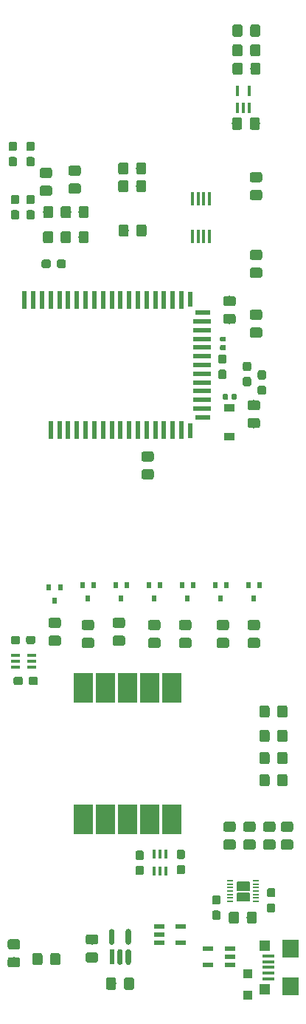
<source format=gbr>
G04 #@! TF.GenerationSoftware,KiCad,Pcbnew,(5.0.2)-1*
G04 #@! TF.CreationDate,2020-11-24T18:05:24+01:00*
G04 #@! TF.ProjectId,PCB_BLUETOOTH_V3,5043425f-424c-4554-9554-4f4f54485f56,rev?*
G04 #@! TF.SameCoordinates,Original*
G04 #@! TF.FileFunction,Paste,Top*
G04 #@! TF.FilePolarity,Positive*
%FSLAX46Y46*%
G04 Gerber Fmt 4.6, Leading zero omitted, Abs format (unit mm)*
G04 Created by KiCad (PCBNEW (5.0.2)-1) date 24/11/2020 18:05:24*
%MOMM*%
%LPD*%
G01*
G04 APERTURE LIST*
%ADD10C,0.150000*%
%ADD11C,0.100000*%
%ADD12C,0.950000*%
%ADD13C,1.150000*%
%ADD14R,0.600000X2.000000*%
%ADD15R,0.600000X1.750000*%
%ADD16R,1.750000X0.600000*%
%ADD17R,2.000000X0.600000*%
%ADD18R,1.250000X0.600000*%
%ADD19R,0.500000X0.650000*%
%ADD20R,0.750000X0.200000*%
%ADD21R,2.200000X3.400000*%
%ADD22R,1.200000X0.900000*%
%ADD23R,1.900000X2.150000*%
%ADD24R,1.300000X1.200000*%
%ADD25R,1.350000X0.400000*%
%ADD26R,0.400000X1.050000*%
%ADD27R,1.050000X0.400000*%
%ADD28R,1.000000X1.000000*%
%ADD29C,0.590000*%
%ADD30R,0.431800X1.498600*%
%ADD31R,0.612132X1.805236*%
%ADD32C,0.612132*%
%ADD33R,0.400000X1.200000*%
G04 APERTURE END LIST*
D10*
G04 #@! TO.C,IC6*
G36*
X129981000Y-142998000D02*
X131281000Y-142998000D01*
X131281000Y-143848000D01*
X129981000Y-143848000D01*
X129981000Y-142998000D01*
G37*
X129981000Y-142998000D02*
X131281000Y-142998000D01*
X131281000Y-143848000D01*
X129981000Y-143848000D01*
X129981000Y-142998000D01*
G36*
X129981000Y-141748000D02*
X131281000Y-141748000D01*
X131281000Y-142673000D01*
X129981000Y-142673000D01*
X129981000Y-141748000D01*
G37*
X129981000Y-141748000D02*
X131281000Y-141748000D01*
X131281000Y-142673000D01*
X129981000Y-142673000D01*
X129981000Y-141748000D01*
G04 #@! TD*
D11*
G04 #@! TO.C,R18*
G36*
X131299379Y-82090944D02*
X131322434Y-82094363D01*
X131345043Y-82100027D01*
X131366987Y-82107879D01*
X131388057Y-82117844D01*
X131408048Y-82129826D01*
X131426768Y-82143710D01*
X131444038Y-82159362D01*
X131459690Y-82176632D01*
X131473574Y-82195352D01*
X131485556Y-82215343D01*
X131495521Y-82236413D01*
X131503373Y-82258357D01*
X131509037Y-82280966D01*
X131512456Y-82304021D01*
X131513600Y-82327300D01*
X131513600Y-82902300D01*
X131512456Y-82925579D01*
X131509037Y-82948634D01*
X131503373Y-82971243D01*
X131495521Y-82993187D01*
X131485556Y-83014257D01*
X131473574Y-83034248D01*
X131459690Y-83052968D01*
X131444038Y-83070238D01*
X131426768Y-83085890D01*
X131408048Y-83099774D01*
X131388057Y-83111756D01*
X131366987Y-83121721D01*
X131345043Y-83129573D01*
X131322434Y-83135237D01*
X131299379Y-83138656D01*
X131276100Y-83139800D01*
X130801100Y-83139800D01*
X130777821Y-83138656D01*
X130754766Y-83135237D01*
X130732157Y-83129573D01*
X130710213Y-83121721D01*
X130689143Y-83111756D01*
X130669152Y-83099774D01*
X130650432Y-83085890D01*
X130633162Y-83070238D01*
X130617510Y-83052968D01*
X130603626Y-83034248D01*
X130591644Y-83014257D01*
X130581679Y-82993187D01*
X130573827Y-82971243D01*
X130568163Y-82948634D01*
X130564744Y-82925579D01*
X130563600Y-82902300D01*
X130563600Y-82327300D01*
X130564744Y-82304021D01*
X130568163Y-82280966D01*
X130573827Y-82258357D01*
X130581679Y-82236413D01*
X130591644Y-82215343D01*
X130603626Y-82195352D01*
X130617510Y-82176632D01*
X130633162Y-82159362D01*
X130650432Y-82143710D01*
X130669152Y-82129826D01*
X130689143Y-82117844D01*
X130710213Y-82107879D01*
X130732157Y-82100027D01*
X130754766Y-82094363D01*
X130777821Y-82090944D01*
X130801100Y-82089800D01*
X131276100Y-82089800D01*
X131299379Y-82090944D01*
X131299379Y-82090944D01*
G37*
D12*
X131038600Y-82614800D03*
D11*
G36*
X131299379Y-83840944D02*
X131322434Y-83844363D01*
X131345043Y-83850027D01*
X131366987Y-83857879D01*
X131388057Y-83867844D01*
X131408048Y-83879826D01*
X131426768Y-83893710D01*
X131444038Y-83909362D01*
X131459690Y-83926632D01*
X131473574Y-83945352D01*
X131485556Y-83965343D01*
X131495521Y-83986413D01*
X131503373Y-84008357D01*
X131509037Y-84030966D01*
X131512456Y-84054021D01*
X131513600Y-84077300D01*
X131513600Y-84652300D01*
X131512456Y-84675579D01*
X131509037Y-84698634D01*
X131503373Y-84721243D01*
X131495521Y-84743187D01*
X131485556Y-84764257D01*
X131473574Y-84784248D01*
X131459690Y-84802968D01*
X131444038Y-84820238D01*
X131426768Y-84835890D01*
X131408048Y-84849774D01*
X131388057Y-84861756D01*
X131366987Y-84871721D01*
X131345043Y-84879573D01*
X131322434Y-84885237D01*
X131299379Y-84888656D01*
X131276100Y-84889800D01*
X130801100Y-84889800D01*
X130777821Y-84888656D01*
X130754766Y-84885237D01*
X130732157Y-84879573D01*
X130710213Y-84871721D01*
X130689143Y-84861756D01*
X130669152Y-84849774D01*
X130650432Y-84835890D01*
X130633162Y-84820238D01*
X130617510Y-84802968D01*
X130603626Y-84784248D01*
X130591644Y-84764257D01*
X130581679Y-84743187D01*
X130573827Y-84721243D01*
X130568163Y-84698634D01*
X130564744Y-84675579D01*
X130563600Y-84652300D01*
X130563600Y-84077300D01*
X130564744Y-84054021D01*
X130568163Y-84030966D01*
X130573827Y-84008357D01*
X130581679Y-83986413D01*
X130591644Y-83965343D01*
X130603626Y-83945352D01*
X130617510Y-83926632D01*
X130633162Y-83909362D01*
X130650432Y-83893710D01*
X130669152Y-83879826D01*
X130689143Y-83867844D01*
X130710213Y-83857879D01*
X130732157Y-83850027D01*
X130754766Y-83844363D01*
X130777821Y-83840944D01*
X130801100Y-83839800D01*
X131276100Y-83839800D01*
X131299379Y-83840944D01*
X131299379Y-83840944D01*
G37*
D12*
X131038600Y-84364800D03*
G04 #@! TD*
D11*
G04 #@! TO.C,D9*
G36*
X119267005Y-66357204D02*
X119291273Y-66360804D01*
X119315072Y-66366765D01*
X119338171Y-66375030D01*
X119360350Y-66385520D01*
X119381393Y-66398132D01*
X119401099Y-66412747D01*
X119419277Y-66429223D01*
X119435753Y-66447401D01*
X119450368Y-66467107D01*
X119462980Y-66488150D01*
X119473470Y-66510329D01*
X119481735Y-66533428D01*
X119487696Y-66557227D01*
X119491296Y-66581495D01*
X119492500Y-66605999D01*
X119492500Y-67506001D01*
X119491296Y-67530505D01*
X119487696Y-67554773D01*
X119481735Y-67578572D01*
X119473470Y-67601671D01*
X119462980Y-67623850D01*
X119450368Y-67644893D01*
X119435753Y-67664599D01*
X119419277Y-67682777D01*
X119401099Y-67699253D01*
X119381393Y-67713868D01*
X119360350Y-67726480D01*
X119338171Y-67736970D01*
X119315072Y-67745235D01*
X119291273Y-67751196D01*
X119267005Y-67754796D01*
X119242501Y-67756000D01*
X118592499Y-67756000D01*
X118567995Y-67754796D01*
X118543727Y-67751196D01*
X118519928Y-67745235D01*
X118496829Y-67736970D01*
X118474650Y-67726480D01*
X118453607Y-67713868D01*
X118433901Y-67699253D01*
X118415723Y-67682777D01*
X118399247Y-67664599D01*
X118384632Y-67644893D01*
X118372020Y-67623850D01*
X118361530Y-67601671D01*
X118353265Y-67578572D01*
X118347304Y-67554773D01*
X118343704Y-67530505D01*
X118342500Y-67506001D01*
X118342500Y-66605999D01*
X118343704Y-66581495D01*
X118347304Y-66557227D01*
X118353265Y-66533428D01*
X118361530Y-66510329D01*
X118372020Y-66488150D01*
X118384632Y-66467107D01*
X118399247Y-66447401D01*
X118415723Y-66429223D01*
X118433901Y-66412747D01*
X118453607Y-66398132D01*
X118474650Y-66385520D01*
X118496829Y-66375030D01*
X118519928Y-66366765D01*
X118543727Y-66360804D01*
X118567995Y-66357204D01*
X118592499Y-66356000D01*
X119242501Y-66356000D01*
X119267005Y-66357204D01*
X119267005Y-66357204D01*
G37*
D13*
X118917500Y-67056000D03*
D11*
G36*
X117217005Y-66357204D02*
X117241273Y-66360804D01*
X117265072Y-66366765D01*
X117288171Y-66375030D01*
X117310350Y-66385520D01*
X117331393Y-66398132D01*
X117351099Y-66412747D01*
X117369277Y-66429223D01*
X117385753Y-66447401D01*
X117400368Y-66467107D01*
X117412980Y-66488150D01*
X117423470Y-66510329D01*
X117431735Y-66533428D01*
X117437696Y-66557227D01*
X117441296Y-66581495D01*
X117442500Y-66605999D01*
X117442500Y-67506001D01*
X117441296Y-67530505D01*
X117437696Y-67554773D01*
X117431735Y-67578572D01*
X117423470Y-67601671D01*
X117412980Y-67623850D01*
X117400368Y-67644893D01*
X117385753Y-67664599D01*
X117369277Y-67682777D01*
X117351099Y-67699253D01*
X117331393Y-67713868D01*
X117310350Y-67726480D01*
X117288171Y-67736970D01*
X117265072Y-67745235D01*
X117241273Y-67751196D01*
X117217005Y-67754796D01*
X117192501Y-67756000D01*
X116542499Y-67756000D01*
X116517995Y-67754796D01*
X116493727Y-67751196D01*
X116469928Y-67745235D01*
X116446829Y-67736970D01*
X116424650Y-67726480D01*
X116403607Y-67713868D01*
X116383901Y-67699253D01*
X116365723Y-67682777D01*
X116349247Y-67664599D01*
X116334632Y-67644893D01*
X116322020Y-67623850D01*
X116311530Y-67601671D01*
X116303265Y-67578572D01*
X116297304Y-67554773D01*
X116293704Y-67530505D01*
X116292500Y-67506001D01*
X116292500Y-66605999D01*
X116293704Y-66581495D01*
X116297304Y-66557227D01*
X116303265Y-66533428D01*
X116311530Y-66510329D01*
X116322020Y-66488150D01*
X116334632Y-66467107D01*
X116349247Y-66447401D01*
X116365723Y-66429223D01*
X116383901Y-66412747D01*
X116403607Y-66398132D01*
X116424650Y-66385520D01*
X116446829Y-66375030D01*
X116469928Y-66366765D01*
X116493727Y-66360804D01*
X116517995Y-66357204D01*
X116542499Y-66356000D01*
X117192501Y-66356000D01*
X117217005Y-66357204D01*
X117217005Y-66357204D01*
G37*
D13*
X116867500Y-67056000D03*
G04 #@! TD*
D11*
G04 #@! TO.C,D1*
G36*
X135450005Y-121475204D02*
X135474273Y-121478804D01*
X135498072Y-121484765D01*
X135521171Y-121493030D01*
X135543350Y-121503520D01*
X135564393Y-121516132D01*
X135584099Y-121530747D01*
X135602277Y-121547223D01*
X135618753Y-121565401D01*
X135633368Y-121585107D01*
X135645980Y-121606150D01*
X135656470Y-121628329D01*
X135664735Y-121651428D01*
X135670696Y-121675227D01*
X135674296Y-121699495D01*
X135675500Y-121723999D01*
X135675500Y-122624001D01*
X135674296Y-122648505D01*
X135670696Y-122672773D01*
X135664735Y-122696572D01*
X135656470Y-122719671D01*
X135645980Y-122741850D01*
X135633368Y-122762893D01*
X135618753Y-122782599D01*
X135602277Y-122800777D01*
X135584099Y-122817253D01*
X135564393Y-122831868D01*
X135543350Y-122844480D01*
X135521171Y-122854970D01*
X135498072Y-122863235D01*
X135474273Y-122869196D01*
X135450005Y-122872796D01*
X135425501Y-122874000D01*
X134775499Y-122874000D01*
X134750995Y-122872796D01*
X134726727Y-122869196D01*
X134702928Y-122863235D01*
X134679829Y-122854970D01*
X134657650Y-122844480D01*
X134636607Y-122831868D01*
X134616901Y-122817253D01*
X134598723Y-122800777D01*
X134582247Y-122782599D01*
X134567632Y-122762893D01*
X134555020Y-122741850D01*
X134544530Y-122719671D01*
X134536265Y-122696572D01*
X134530304Y-122672773D01*
X134526704Y-122648505D01*
X134525500Y-122624001D01*
X134525500Y-121723999D01*
X134526704Y-121699495D01*
X134530304Y-121675227D01*
X134536265Y-121651428D01*
X134544530Y-121628329D01*
X134555020Y-121606150D01*
X134567632Y-121585107D01*
X134582247Y-121565401D01*
X134598723Y-121547223D01*
X134616901Y-121530747D01*
X134636607Y-121516132D01*
X134657650Y-121503520D01*
X134679829Y-121493030D01*
X134702928Y-121484765D01*
X134726727Y-121478804D01*
X134750995Y-121475204D01*
X134775499Y-121474000D01*
X135425501Y-121474000D01*
X135450005Y-121475204D01*
X135450005Y-121475204D01*
G37*
D13*
X135100500Y-122174000D03*
D11*
G36*
X133400005Y-121475204D02*
X133424273Y-121478804D01*
X133448072Y-121484765D01*
X133471171Y-121493030D01*
X133493350Y-121503520D01*
X133514393Y-121516132D01*
X133534099Y-121530747D01*
X133552277Y-121547223D01*
X133568753Y-121565401D01*
X133583368Y-121585107D01*
X133595980Y-121606150D01*
X133606470Y-121628329D01*
X133614735Y-121651428D01*
X133620696Y-121675227D01*
X133624296Y-121699495D01*
X133625500Y-121723999D01*
X133625500Y-122624001D01*
X133624296Y-122648505D01*
X133620696Y-122672773D01*
X133614735Y-122696572D01*
X133606470Y-122719671D01*
X133595980Y-122741850D01*
X133583368Y-122762893D01*
X133568753Y-122782599D01*
X133552277Y-122800777D01*
X133534099Y-122817253D01*
X133514393Y-122831868D01*
X133493350Y-122844480D01*
X133471171Y-122854970D01*
X133448072Y-122863235D01*
X133424273Y-122869196D01*
X133400005Y-122872796D01*
X133375501Y-122874000D01*
X132725499Y-122874000D01*
X132700995Y-122872796D01*
X132676727Y-122869196D01*
X132652928Y-122863235D01*
X132629829Y-122854970D01*
X132607650Y-122844480D01*
X132586607Y-122831868D01*
X132566901Y-122817253D01*
X132548723Y-122800777D01*
X132532247Y-122782599D01*
X132517632Y-122762893D01*
X132505020Y-122741850D01*
X132494530Y-122719671D01*
X132486265Y-122696572D01*
X132480304Y-122672773D01*
X132476704Y-122648505D01*
X132475500Y-122624001D01*
X132475500Y-121723999D01*
X132476704Y-121699495D01*
X132480304Y-121675227D01*
X132486265Y-121651428D01*
X132494530Y-121628329D01*
X132505020Y-121606150D01*
X132517632Y-121585107D01*
X132532247Y-121565401D01*
X132548723Y-121547223D01*
X132566901Y-121530747D01*
X132586607Y-121516132D01*
X132607650Y-121503520D01*
X132629829Y-121493030D01*
X132652928Y-121484765D01*
X132676727Y-121478804D01*
X132700995Y-121475204D01*
X132725499Y-121474000D01*
X133375501Y-121474000D01*
X133400005Y-121475204D01*
X133400005Y-121475204D01*
G37*
D13*
X133050500Y-122174000D03*
G04 #@! TD*
D11*
G04 #@! TO.C,D2*
G36*
X133400005Y-124269204D02*
X133424273Y-124272804D01*
X133448072Y-124278765D01*
X133471171Y-124287030D01*
X133493350Y-124297520D01*
X133514393Y-124310132D01*
X133534099Y-124324747D01*
X133552277Y-124341223D01*
X133568753Y-124359401D01*
X133583368Y-124379107D01*
X133595980Y-124400150D01*
X133606470Y-124422329D01*
X133614735Y-124445428D01*
X133620696Y-124469227D01*
X133624296Y-124493495D01*
X133625500Y-124517999D01*
X133625500Y-125418001D01*
X133624296Y-125442505D01*
X133620696Y-125466773D01*
X133614735Y-125490572D01*
X133606470Y-125513671D01*
X133595980Y-125535850D01*
X133583368Y-125556893D01*
X133568753Y-125576599D01*
X133552277Y-125594777D01*
X133534099Y-125611253D01*
X133514393Y-125625868D01*
X133493350Y-125638480D01*
X133471171Y-125648970D01*
X133448072Y-125657235D01*
X133424273Y-125663196D01*
X133400005Y-125666796D01*
X133375501Y-125668000D01*
X132725499Y-125668000D01*
X132700995Y-125666796D01*
X132676727Y-125663196D01*
X132652928Y-125657235D01*
X132629829Y-125648970D01*
X132607650Y-125638480D01*
X132586607Y-125625868D01*
X132566901Y-125611253D01*
X132548723Y-125594777D01*
X132532247Y-125576599D01*
X132517632Y-125556893D01*
X132505020Y-125535850D01*
X132494530Y-125513671D01*
X132486265Y-125490572D01*
X132480304Y-125466773D01*
X132476704Y-125442505D01*
X132475500Y-125418001D01*
X132475500Y-124517999D01*
X132476704Y-124493495D01*
X132480304Y-124469227D01*
X132486265Y-124445428D01*
X132494530Y-124422329D01*
X132505020Y-124400150D01*
X132517632Y-124379107D01*
X132532247Y-124359401D01*
X132548723Y-124341223D01*
X132566901Y-124324747D01*
X132586607Y-124310132D01*
X132607650Y-124297520D01*
X132629829Y-124287030D01*
X132652928Y-124278765D01*
X132676727Y-124272804D01*
X132700995Y-124269204D01*
X132725499Y-124268000D01*
X133375501Y-124268000D01*
X133400005Y-124269204D01*
X133400005Y-124269204D01*
G37*
D13*
X133050500Y-124968000D03*
D11*
G36*
X135450005Y-124269204D02*
X135474273Y-124272804D01*
X135498072Y-124278765D01*
X135521171Y-124287030D01*
X135543350Y-124297520D01*
X135564393Y-124310132D01*
X135584099Y-124324747D01*
X135602277Y-124341223D01*
X135618753Y-124359401D01*
X135633368Y-124379107D01*
X135645980Y-124400150D01*
X135656470Y-124422329D01*
X135664735Y-124445428D01*
X135670696Y-124469227D01*
X135674296Y-124493495D01*
X135675500Y-124517999D01*
X135675500Y-125418001D01*
X135674296Y-125442505D01*
X135670696Y-125466773D01*
X135664735Y-125490572D01*
X135656470Y-125513671D01*
X135645980Y-125535850D01*
X135633368Y-125556893D01*
X135618753Y-125576599D01*
X135602277Y-125594777D01*
X135584099Y-125611253D01*
X135564393Y-125625868D01*
X135543350Y-125638480D01*
X135521171Y-125648970D01*
X135498072Y-125657235D01*
X135474273Y-125663196D01*
X135450005Y-125666796D01*
X135425501Y-125668000D01*
X134775499Y-125668000D01*
X134750995Y-125666796D01*
X134726727Y-125663196D01*
X134702928Y-125657235D01*
X134679829Y-125648970D01*
X134657650Y-125638480D01*
X134636607Y-125625868D01*
X134616901Y-125611253D01*
X134598723Y-125594777D01*
X134582247Y-125576599D01*
X134567632Y-125556893D01*
X134555020Y-125535850D01*
X134544530Y-125513671D01*
X134536265Y-125490572D01*
X134530304Y-125466773D01*
X134526704Y-125442505D01*
X134525500Y-125418001D01*
X134525500Y-124517999D01*
X134526704Y-124493495D01*
X134530304Y-124469227D01*
X134536265Y-124445428D01*
X134544530Y-124422329D01*
X134555020Y-124400150D01*
X134567632Y-124379107D01*
X134582247Y-124359401D01*
X134598723Y-124341223D01*
X134616901Y-124324747D01*
X134636607Y-124310132D01*
X134657650Y-124297520D01*
X134679829Y-124287030D01*
X134702928Y-124278765D01*
X134726727Y-124272804D01*
X134750995Y-124269204D01*
X134775499Y-124268000D01*
X135425501Y-124268000D01*
X135450005Y-124269204D01*
X135450005Y-124269204D01*
G37*
D13*
X135100500Y-124968000D03*
G04 #@! TD*
D11*
G04 #@! TO.C,D3*
G36*
X135450005Y-126809204D02*
X135474273Y-126812804D01*
X135498072Y-126818765D01*
X135521171Y-126827030D01*
X135543350Y-126837520D01*
X135564393Y-126850132D01*
X135584099Y-126864747D01*
X135602277Y-126881223D01*
X135618753Y-126899401D01*
X135633368Y-126919107D01*
X135645980Y-126940150D01*
X135656470Y-126962329D01*
X135664735Y-126985428D01*
X135670696Y-127009227D01*
X135674296Y-127033495D01*
X135675500Y-127057999D01*
X135675500Y-127958001D01*
X135674296Y-127982505D01*
X135670696Y-128006773D01*
X135664735Y-128030572D01*
X135656470Y-128053671D01*
X135645980Y-128075850D01*
X135633368Y-128096893D01*
X135618753Y-128116599D01*
X135602277Y-128134777D01*
X135584099Y-128151253D01*
X135564393Y-128165868D01*
X135543350Y-128178480D01*
X135521171Y-128188970D01*
X135498072Y-128197235D01*
X135474273Y-128203196D01*
X135450005Y-128206796D01*
X135425501Y-128208000D01*
X134775499Y-128208000D01*
X134750995Y-128206796D01*
X134726727Y-128203196D01*
X134702928Y-128197235D01*
X134679829Y-128188970D01*
X134657650Y-128178480D01*
X134636607Y-128165868D01*
X134616901Y-128151253D01*
X134598723Y-128134777D01*
X134582247Y-128116599D01*
X134567632Y-128096893D01*
X134555020Y-128075850D01*
X134544530Y-128053671D01*
X134536265Y-128030572D01*
X134530304Y-128006773D01*
X134526704Y-127982505D01*
X134525500Y-127958001D01*
X134525500Y-127057999D01*
X134526704Y-127033495D01*
X134530304Y-127009227D01*
X134536265Y-126985428D01*
X134544530Y-126962329D01*
X134555020Y-126940150D01*
X134567632Y-126919107D01*
X134582247Y-126899401D01*
X134598723Y-126881223D01*
X134616901Y-126864747D01*
X134636607Y-126850132D01*
X134657650Y-126837520D01*
X134679829Y-126827030D01*
X134702928Y-126818765D01*
X134726727Y-126812804D01*
X134750995Y-126809204D01*
X134775499Y-126808000D01*
X135425501Y-126808000D01*
X135450005Y-126809204D01*
X135450005Y-126809204D01*
G37*
D13*
X135100500Y-127508000D03*
D11*
G36*
X133400005Y-126809204D02*
X133424273Y-126812804D01*
X133448072Y-126818765D01*
X133471171Y-126827030D01*
X133493350Y-126837520D01*
X133514393Y-126850132D01*
X133534099Y-126864747D01*
X133552277Y-126881223D01*
X133568753Y-126899401D01*
X133583368Y-126919107D01*
X133595980Y-126940150D01*
X133606470Y-126962329D01*
X133614735Y-126985428D01*
X133620696Y-127009227D01*
X133624296Y-127033495D01*
X133625500Y-127057999D01*
X133625500Y-127958001D01*
X133624296Y-127982505D01*
X133620696Y-128006773D01*
X133614735Y-128030572D01*
X133606470Y-128053671D01*
X133595980Y-128075850D01*
X133583368Y-128096893D01*
X133568753Y-128116599D01*
X133552277Y-128134777D01*
X133534099Y-128151253D01*
X133514393Y-128165868D01*
X133493350Y-128178480D01*
X133471171Y-128188970D01*
X133448072Y-128197235D01*
X133424273Y-128203196D01*
X133400005Y-128206796D01*
X133375501Y-128208000D01*
X132725499Y-128208000D01*
X132700995Y-128206796D01*
X132676727Y-128203196D01*
X132652928Y-128197235D01*
X132629829Y-128188970D01*
X132607650Y-128178480D01*
X132586607Y-128165868D01*
X132566901Y-128151253D01*
X132548723Y-128134777D01*
X132532247Y-128116599D01*
X132517632Y-128096893D01*
X132505020Y-128075850D01*
X132494530Y-128053671D01*
X132486265Y-128030572D01*
X132480304Y-128006773D01*
X132476704Y-127982505D01*
X132475500Y-127958001D01*
X132475500Y-127057999D01*
X132476704Y-127033495D01*
X132480304Y-127009227D01*
X132486265Y-126985428D01*
X132494530Y-126962329D01*
X132505020Y-126940150D01*
X132517632Y-126919107D01*
X132532247Y-126899401D01*
X132548723Y-126881223D01*
X132566901Y-126864747D01*
X132586607Y-126850132D01*
X132607650Y-126837520D01*
X132629829Y-126827030D01*
X132652928Y-126818765D01*
X132676727Y-126812804D01*
X132700995Y-126809204D01*
X132725499Y-126808000D01*
X133375501Y-126808000D01*
X133400005Y-126809204D01*
X133400005Y-126809204D01*
G37*
D13*
X133050500Y-127508000D03*
G04 #@! TD*
D11*
G04 #@! TO.C,D12*
G36*
X132300505Y-86502704D02*
X132324773Y-86506304D01*
X132348572Y-86512265D01*
X132371671Y-86520530D01*
X132393850Y-86531020D01*
X132414893Y-86543632D01*
X132434599Y-86558247D01*
X132452777Y-86574723D01*
X132469253Y-86592901D01*
X132483868Y-86612607D01*
X132496480Y-86633650D01*
X132506970Y-86655829D01*
X132515235Y-86678928D01*
X132521196Y-86702727D01*
X132524796Y-86726995D01*
X132526000Y-86751499D01*
X132526000Y-87401501D01*
X132524796Y-87426005D01*
X132521196Y-87450273D01*
X132515235Y-87474072D01*
X132506970Y-87497171D01*
X132496480Y-87519350D01*
X132483868Y-87540393D01*
X132469253Y-87560099D01*
X132452777Y-87578277D01*
X132434599Y-87594753D01*
X132414893Y-87609368D01*
X132393850Y-87621980D01*
X132371671Y-87632470D01*
X132348572Y-87640735D01*
X132324773Y-87646696D01*
X132300505Y-87650296D01*
X132276001Y-87651500D01*
X131375999Y-87651500D01*
X131351495Y-87650296D01*
X131327227Y-87646696D01*
X131303428Y-87640735D01*
X131280329Y-87632470D01*
X131258150Y-87621980D01*
X131237107Y-87609368D01*
X131217401Y-87594753D01*
X131199223Y-87578277D01*
X131182747Y-87560099D01*
X131168132Y-87540393D01*
X131155520Y-87519350D01*
X131145030Y-87497171D01*
X131136765Y-87474072D01*
X131130804Y-87450273D01*
X131127204Y-87426005D01*
X131126000Y-87401501D01*
X131126000Y-86751499D01*
X131127204Y-86726995D01*
X131130804Y-86702727D01*
X131136765Y-86678928D01*
X131145030Y-86655829D01*
X131155520Y-86633650D01*
X131168132Y-86612607D01*
X131182747Y-86592901D01*
X131199223Y-86574723D01*
X131217401Y-86558247D01*
X131237107Y-86543632D01*
X131258150Y-86531020D01*
X131280329Y-86520530D01*
X131303428Y-86512265D01*
X131327227Y-86506304D01*
X131351495Y-86502704D01*
X131375999Y-86501500D01*
X132276001Y-86501500D01*
X132300505Y-86502704D01*
X132300505Y-86502704D01*
G37*
D13*
X131826000Y-87076500D03*
D11*
G36*
X132300505Y-88552704D02*
X132324773Y-88556304D01*
X132348572Y-88562265D01*
X132371671Y-88570530D01*
X132393850Y-88581020D01*
X132414893Y-88593632D01*
X132434599Y-88608247D01*
X132452777Y-88624723D01*
X132469253Y-88642901D01*
X132483868Y-88662607D01*
X132496480Y-88683650D01*
X132506970Y-88705829D01*
X132515235Y-88728928D01*
X132521196Y-88752727D01*
X132524796Y-88776995D01*
X132526000Y-88801499D01*
X132526000Y-89451501D01*
X132524796Y-89476005D01*
X132521196Y-89500273D01*
X132515235Y-89524072D01*
X132506970Y-89547171D01*
X132496480Y-89569350D01*
X132483868Y-89590393D01*
X132469253Y-89610099D01*
X132452777Y-89628277D01*
X132434599Y-89644753D01*
X132414893Y-89659368D01*
X132393850Y-89671980D01*
X132371671Y-89682470D01*
X132348572Y-89690735D01*
X132324773Y-89696696D01*
X132300505Y-89700296D01*
X132276001Y-89701500D01*
X131375999Y-89701500D01*
X131351495Y-89700296D01*
X131327227Y-89696696D01*
X131303428Y-89690735D01*
X131280329Y-89682470D01*
X131258150Y-89671980D01*
X131237107Y-89659368D01*
X131217401Y-89644753D01*
X131199223Y-89628277D01*
X131182747Y-89610099D01*
X131168132Y-89590393D01*
X131155520Y-89569350D01*
X131145030Y-89547171D01*
X131136765Y-89524072D01*
X131130804Y-89500273D01*
X131127204Y-89476005D01*
X131126000Y-89451501D01*
X131126000Y-88801499D01*
X131127204Y-88776995D01*
X131130804Y-88752727D01*
X131136765Y-88728928D01*
X131145030Y-88705829D01*
X131155520Y-88683650D01*
X131168132Y-88662607D01*
X131182747Y-88642901D01*
X131199223Y-88624723D01*
X131217401Y-88608247D01*
X131237107Y-88593632D01*
X131258150Y-88581020D01*
X131280329Y-88570530D01*
X131303428Y-88562265D01*
X131327227Y-88556304D01*
X131351495Y-88552704D01*
X131375999Y-88551500D01*
X132276001Y-88551500D01*
X132300505Y-88552704D01*
X132300505Y-88552704D01*
G37*
D13*
X131826000Y-89126500D03*
G04 #@! TD*
D11*
G04 #@! TO.C,D13*
G36*
X107325305Y-149847004D02*
X107349573Y-149850604D01*
X107373372Y-149856565D01*
X107396471Y-149864830D01*
X107418650Y-149875320D01*
X107439693Y-149887932D01*
X107459399Y-149902547D01*
X107477577Y-149919023D01*
X107494053Y-149937201D01*
X107508668Y-149956907D01*
X107521280Y-149977950D01*
X107531770Y-150000129D01*
X107540035Y-150023228D01*
X107545996Y-150047027D01*
X107549596Y-150071295D01*
X107550800Y-150095799D01*
X107550800Y-150995801D01*
X107549596Y-151020305D01*
X107545996Y-151044573D01*
X107540035Y-151068372D01*
X107531770Y-151091471D01*
X107521280Y-151113650D01*
X107508668Y-151134693D01*
X107494053Y-151154399D01*
X107477577Y-151172577D01*
X107459399Y-151189053D01*
X107439693Y-151203668D01*
X107418650Y-151216280D01*
X107396471Y-151226770D01*
X107373372Y-151235035D01*
X107349573Y-151240996D01*
X107325305Y-151244596D01*
X107300801Y-151245800D01*
X106650799Y-151245800D01*
X106626295Y-151244596D01*
X106602027Y-151240996D01*
X106578228Y-151235035D01*
X106555129Y-151226770D01*
X106532950Y-151216280D01*
X106511907Y-151203668D01*
X106492201Y-151189053D01*
X106474023Y-151172577D01*
X106457547Y-151154399D01*
X106442932Y-151134693D01*
X106430320Y-151113650D01*
X106419830Y-151091471D01*
X106411565Y-151068372D01*
X106405604Y-151044573D01*
X106402004Y-151020305D01*
X106400800Y-150995801D01*
X106400800Y-150095799D01*
X106402004Y-150071295D01*
X106405604Y-150047027D01*
X106411565Y-150023228D01*
X106419830Y-150000129D01*
X106430320Y-149977950D01*
X106442932Y-149956907D01*
X106457547Y-149937201D01*
X106474023Y-149919023D01*
X106492201Y-149902547D01*
X106511907Y-149887932D01*
X106532950Y-149875320D01*
X106555129Y-149864830D01*
X106578228Y-149856565D01*
X106602027Y-149850604D01*
X106626295Y-149847004D01*
X106650799Y-149845800D01*
X107300801Y-149845800D01*
X107325305Y-149847004D01*
X107325305Y-149847004D01*
G37*
D13*
X106975800Y-150545800D03*
D11*
G36*
X109375305Y-149847004D02*
X109399573Y-149850604D01*
X109423372Y-149856565D01*
X109446471Y-149864830D01*
X109468650Y-149875320D01*
X109489693Y-149887932D01*
X109509399Y-149902547D01*
X109527577Y-149919023D01*
X109544053Y-149937201D01*
X109558668Y-149956907D01*
X109571280Y-149977950D01*
X109581770Y-150000129D01*
X109590035Y-150023228D01*
X109595996Y-150047027D01*
X109599596Y-150071295D01*
X109600800Y-150095799D01*
X109600800Y-150995801D01*
X109599596Y-151020305D01*
X109595996Y-151044573D01*
X109590035Y-151068372D01*
X109581770Y-151091471D01*
X109571280Y-151113650D01*
X109558668Y-151134693D01*
X109544053Y-151154399D01*
X109527577Y-151172577D01*
X109509399Y-151189053D01*
X109489693Y-151203668D01*
X109468650Y-151216280D01*
X109446471Y-151226770D01*
X109423372Y-151235035D01*
X109399573Y-151240996D01*
X109375305Y-151244596D01*
X109350801Y-151245800D01*
X108700799Y-151245800D01*
X108676295Y-151244596D01*
X108652027Y-151240996D01*
X108628228Y-151235035D01*
X108605129Y-151226770D01*
X108582950Y-151216280D01*
X108561907Y-151203668D01*
X108542201Y-151189053D01*
X108524023Y-151172577D01*
X108507547Y-151154399D01*
X108492932Y-151134693D01*
X108480320Y-151113650D01*
X108469830Y-151091471D01*
X108461565Y-151068372D01*
X108455604Y-151044573D01*
X108452004Y-151020305D01*
X108450800Y-150995801D01*
X108450800Y-150095799D01*
X108452004Y-150071295D01*
X108455604Y-150047027D01*
X108461565Y-150023228D01*
X108469830Y-150000129D01*
X108480320Y-149977950D01*
X108492932Y-149956907D01*
X108507547Y-149937201D01*
X108524023Y-149919023D01*
X108542201Y-149902547D01*
X108561907Y-149887932D01*
X108582950Y-149875320D01*
X108605129Y-149864830D01*
X108628228Y-149856565D01*
X108652027Y-149850604D01*
X108676295Y-149847004D01*
X108700799Y-149845800D01*
X109350801Y-149845800D01*
X109375305Y-149847004D01*
X109375305Y-149847004D01*
G37*
D13*
X109025800Y-150545800D03*
G04 #@! TD*
D11*
G04 #@! TO.C,D4*
G36*
X135450005Y-129349204D02*
X135474273Y-129352804D01*
X135498072Y-129358765D01*
X135521171Y-129367030D01*
X135543350Y-129377520D01*
X135564393Y-129390132D01*
X135584099Y-129404747D01*
X135602277Y-129421223D01*
X135618753Y-129439401D01*
X135633368Y-129459107D01*
X135645980Y-129480150D01*
X135656470Y-129502329D01*
X135664735Y-129525428D01*
X135670696Y-129549227D01*
X135674296Y-129573495D01*
X135675500Y-129597999D01*
X135675500Y-130498001D01*
X135674296Y-130522505D01*
X135670696Y-130546773D01*
X135664735Y-130570572D01*
X135656470Y-130593671D01*
X135645980Y-130615850D01*
X135633368Y-130636893D01*
X135618753Y-130656599D01*
X135602277Y-130674777D01*
X135584099Y-130691253D01*
X135564393Y-130705868D01*
X135543350Y-130718480D01*
X135521171Y-130728970D01*
X135498072Y-130737235D01*
X135474273Y-130743196D01*
X135450005Y-130746796D01*
X135425501Y-130748000D01*
X134775499Y-130748000D01*
X134750995Y-130746796D01*
X134726727Y-130743196D01*
X134702928Y-130737235D01*
X134679829Y-130728970D01*
X134657650Y-130718480D01*
X134636607Y-130705868D01*
X134616901Y-130691253D01*
X134598723Y-130674777D01*
X134582247Y-130656599D01*
X134567632Y-130636893D01*
X134555020Y-130615850D01*
X134544530Y-130593671D01*
X134536265Y-130570572D01*
X134530304Y-130546773D01*
X134526704Y-130522505D01*
X134525500Y-130498001D01*
X134525500Y-129597999D01*
X134526704Y-129573495D01*
X134530304Y-129549227D01*
X134536265Y-129525428D01*
X134544530Y-129502329D01*
X134555020Y-129480150D01*
X134567632Y-129459107D01*
X134582247Y-129439401D01*
X134598723Y-129421223D01*
X134616901Y-129404747D01*
X134636607Y-129390132D01*
X134657650Y-129377520D01*
X134679829Y-129367030D01*
X134702928Y-129358765D01*
X134726727Y-129352804D01*
X134750995Y-129349204D01*
X134775499Y-129348000D01*
X135425501Y-129348000D01*
X135450005Y-129349204D01*
X135450005Y-129349204D01*
G37*
D13*
X135100500Y-130048000D03*
D11*
G36*
X133400005Y-129349204D02*
X133424273Y-129352804D01*
X133448072Y-129358765D01*
X133471171Y-129367030D01*
X133493350Y-129377520D01*
X133514393Y-129390132D01*
X133534099Y-129404747D01*
X133552277Y-129421223D01*
X133568753Y-129439401D01*
X133583368Y-129459107D01*
X133595980Y-129480150D01*
X133606470Y-129502329D01*
X133614735Y-129525428D01*
X133620696Y-129549227D01*
X133624296Y-129573495D01*
X133625500Y-129597999D01*
X133625500Y-130498001D01*
X133624296Y-130522505D01*
X133620696Y-130546773D01*
X133614735Y-130570572D01*
X133606470Y-130593671D01*
X133595980Y-130615850D01*
X133583368Y-130636893D01*
X133568753Y-130656599D01*
X133552277Y-130674777D01*
X133534099Y-130691253D01*
X133514393Y-130705868D01*
X133493350Y-130718480D01*
X133471171Y-130728970D01*
X133448072Y-130737235D01*
X133424273Y-130743196D01*
X133400005Y-130746796D01*
X133375501Y-130748000D01*
X132725499Y-130748000D01*
X132700995Y-130746796D01*
X132676727Y-130743196D01*
X132652928Y-130737235D01*
X132629829Y-130728970D01*
X132607650Y-130718480D01*
X132586607Y-130705868D01*
X132566901Y-130691253D01*
X132548723Y-130674777D01*
X132532247Y-130656599D01*
X132517632Y-130636893D01*
X132505020Y-130615850D01*
X132494530Y-130593671D01*
X132486265Y-130570572D01*
X132480304Y-130546773D01*
X132476704Y-130522505D01*
X132475500Y-130498001D01*
X132475500Y-129597999D01*
X132476704Y-129573495D01*
X132480304Y-129549227D01*
X132486265Y-129525428D01*
X132494530Y-129502329D01*
X132505020Y-129480150D01*
X132517632Y-129459107D01*
X132532247Y-129439401D01*
X132548723Y-129421223D01*
X132566901Y-129404747D01*
X132586607Y-129390132D01*
X132607650Y-129377520D01*
X132629829Y-129367030D01*
X132652928Y-129358765D01*
X132676727Y-129352804D01*
X132700995Y-129349204D01*
X132725499Y-129348000D01*
X133375501Y-129348000D01*
X133400005Y-129349204D01*
X133400005Y-129349204D01*
G37*
D13*
X133050500Y-130048000D03*
G04 #@! TD*
D11*
G04 #@! TO.C,D14*
G36*
X129506505Y-74564704D02*
X129530773Y-74568304D01*
X129554572Y-74574265D01*
X129577671Y-74582530D01*
X129599850Y-74593020D01*
X129620893Y-74605632D01*
X129640599Y-74620247D01*
X129658777Y-74636723D01*
X129675253Y-74654901D01*
X129689868Y-74674607D01*
X129702480Y-74695650D01*
X129712970Y-74717829D01*
X129721235Y-74740928D01*
X129727196Y-74764727D01*
X129730796Y-74788995D01*
X129732000Y-74813499D01*
X129732000Y-75463501D01*
X129730796Y-75488005D01*
X129727196Y-75512273D01*
X129721235Y-75536072D01*
X129712970Y-75559171D01*
X129702480Y-75581350D01*
X129689868Y-75602393D01*
X129675253Y-75622099D01*
X129658777Y-75640277D01*
X129640599Y-75656753D01*
X129620893Y-75671368D01*
X129599850Y-75683980D01*
X129577671Y-75694470D01*
X129554572Y-75702735D01*
X129530773Y-75708696D01*
X129506505Y-75712296D01*
X129482001Y-75713500D01*
X128581999Y-75713500D01*
X128557495Y-75712296D01*
X128533227Y-75708696D01*
X128509428Y-75702735D01*
X128486329Y-75694470D01*
X128464150Y-75683980D01*
X128443107Y-75671368D01*
X128423401Y-75656753D01*
X128405223Y-75640277D01*
X128388747Y-75622099D01*
X128374132Y-75602393D01*
X128361520Y-75581350D01*
X128351030Y-75559171D01*
X128342765Y-75536072D01*
X128336804Y-75512273D01*
X128333204Y-75488005D01*
X128332000Y-75463501D01*
X128332000Y-74813499D01*
X128333204Y-74788995D01*
X128336804Y-74764727D01*
X128342765Y-74740928D01*
X128351030Y-74717829D01*
X128361520Y-74695650D01*
X128374132Y-74674607D01*
X128388747Y-74654901D01*
X128405223Y-74636723D01*
X128423401Y-74620247D01*
X128443107Y-74605632D01*
X128464150Y-74593020D01*
X128486329Y-74582530D01*
X128509428Y-74574265D01*
X128533227Y-74568304D01*
X128557495Y-74564704D01*
X128581999Y-74563500D01*
X129482001Y-74563500D01*
X129506505Y-74564704D01*
X129506505Y-74564704D01*
G37*
D13*
X129032000Y-75138500D03*
D11*
G36*
X129506505Y-76614704D02*
X129530773Y-76618304D01*
X129554572Y-76624265D01*
X129577671Y-76632530D01*
X129599850Y-76643020D01*
X129620893Y-76655632D01*
X129640599Y-76670247D01*
X129658777Y-76686723D01*
X129675253Y-76704901D01*
X129689868Y-76724607D01*
X129702480Y-76745650D01*
X129712970Y-76767829D01*
X129721235Y-76790928D01*
X129727196Y-76814727D01*
X129730796Y-76838995D01*
X129732000Y-76863499D01*
X129732000Y-77513501D01*
X129730796Y-77538005D01*
X129727196Y-77562273D01*
X129721235Y-77586072D01*
X129712970Y-77609171D01*
X129702480Y-77631350D01*
X129689868Y-77652393D01*
X129675253Y-77672099D01*
X129658777Y-77690277D01*
X129640599Y-77706753D01*
X129620893Y-77721368D01*
X129599850Y-77733980D01*
X129577671Y-77744470D01*
X129554572Y-77752735D01*
X129530773Y-77758696D01*
X129506505Y-77762296D01*
X129482001Y-77763500D01*
X128581999Y-77763500D01*
X128557495Y-77762296D01*
X128533227Y-77758696D01*
X128509428Y-77752735D01*
X128486329Y-77744470D01*
X128464150Y-77733980D01*
X128443107Y-77721368D01*
X128423401Y-77706753D01*
X128405223Y-77690277D01*
X128388747Y-77672099D01*
X128374132Y-77652393D01*
X128361520Y-77631350D01*
X128351030Y-77609171D01*
X128342765Y-77586072D01*
X128336804Y-77562273D01*
X128333204Y-77538005D01*
X128332000Y-77513501D01*
X128332000Y-76863499D01*
X128333204Y-76838995D01*
X128336804Y-76814727D01*
X128342765Y-76790928D01*
X128351030Y-76767829D01*
X128361520Y-76745650D01*
X128374132Y-76724607D01*
X128388747Y-76704901D01*
X128405223Y-76686723D01*
X128423401Y-76670247D01*
X128443107Y-76655632D01*
X128464150Y-76643020D01*
X128486329Y-76632530D01*
X128509428Y-76624265D01*
X128533227Y-76618304D01*
X128557495Y-76614704D01*
X128581999Y-76613500D01*
X129482001Y-76613500D01*
X129506505Y-76614704D01*
X129506505Y-76614704D01*
G37*
D13*
X129032000Y-77188500D03*
G04 #@! TD*
D14*
G04 #@! TO.C,IC7*
X108506000Y-89916000D03*
X109506000Y-89916000D03*
X110506000Y-89916000D03*
X111506000Y-89916000D03*
X112506000Y-89916000D03*
X113506000Y-89916000D03*
X114506000Y-89916000D03*
X115506000Y-89916000D03*
X116506000Y-89916000D03*
X117506000Y-89916000D03*
X118506000Y-89916000D03*
X119506000Y-89916000D03*
X120506000Y-89916000D03*
X121506000Y-89916000D03*
X122506000Y-89916000D03*
X123506000Y-89916000D03*
D15*
X124506000Y-90041000D03*
D16*
X125961000Y-88466000D03*
D17*
X125836000Y-87466000D03*
X125836000Y-86466000D03*
X125836000Y-85466000D03*
X125836000Y-84466000D03*
X125836000Y-83466000D03*
X125836000Y-82466000D03*
X125836000Y-81466000D03*
X125836000Y-80466000D03*
X125836000Y-79466000D03*
X125836000Y-78466000D03*
X125836000Y-77466000D03*
D16*
X125961000Y-76466000D03*
D15*
X124506000Y-74891000D03*
D14*
X123506000Y-75016000D03*
X122506000Y-75016000D03*
X121506000Y-75016000D03*
X120506000Y-75016000D03*
X119506000Y-75016000D03*
X118506000Y-75016000D03*
X117506000Y-75016000D03*
X116506000Y-75016000D03*
X115506000Y-75016000D03*
X114506000Y-75016000D03*
X113506000Y-75016000D03*
X112506000Y-75016000D03*
X111506000Y-75016000D03*
X110506000Y-75016000D03*
X109506000Y-75016000D03*
X108506000Y-75016000D03*
X107506000Y-75016000D03*
X106506000Y-75016000D03*
X105506000Y-75016000D03*
G04 #@! TD*
D18*
G04 #@! TO.C,D7*
X126588200Y-151241800D03*
X126588200Y-149341800D03*
X129088200Y-149341800D03*
X129088200Y-150291800D03*
X129088200Y-151241800D03*
G04 #@! TD*
D19*
G04 #@! TO.C,Q6*
X131826000Y-109233000D03*
X132476000Y-107683000D03*
X131176000Y-107683000D03*
G04 #@! TD*
G04 #@! TO.C,Q5*
X115936000Y-107683000D03*
X117236000Y-107683000D03*
X116586000Y-109233000D03*
G04 #@! TD*
G04 #@! TO.C,Q4*
X108940600Y-109512400D03*
X109590600Y-107962400D03*
X108290600Y-107962400D03*
G04 #@! TD*
G04 #@! TO.C,Q3*
X123556000Y-107683000D03*
X124856000Y-107683000D03*
X124206000Y-109233000D03*
G04 #@! TD*
G04 #@! TO.C,Q2*
X128016000Y-109233000D03*
X128666000Y-107683000D03*
X127366000Y-107683000D03*
G04 #@! TD*
G04 #@! TO.C,Q1*
X112126000Y-107683000D03*
X113426000Y-107683000D03*
X112776000Y-109233000D03*
G04 #@! TD*
G04 #@! TO.C,Q7*
X120396000Y-109233000D03*
X121046000Y-107683000D03*
X119746000Y-107683000D03*
G04 #@! TD*
D11*
G04 #@! TO.C,C2*
G36*
X132286105Y-54114404D02*
X132310373Y-54118004D01*
X132334172Y-54123965D01*
X132357271Y-54132230D01*
X132379450Y-54142720D01*
X132400493Y-54155332D01*
X132420199Y-54169947D01*
X132438377Y-54186423D01*
X132454853Y-54204601D01*
X132469468Y-54224307D01*
X132482080Y-54245350D01*
X132492570Y-54267529D01*
X132500835Y-54290628D01*
X132506796Y-54314427D01*
X132510396Y-54338695D01*
X132511600Y-54363199D01*
X132511600Y-55263201D01*
X132510396Y-55287705D01*
X132506796Y-55311973D01*
X132500835Y-55335772D01*
X132492570Y-55358871D01*
X132482080Y-55381050D01*
X132469468Y-55402093D01*
X132454853Y-55421799D01*
X132438377Y-55439977D01*
X132420199Y-55456453D01*
X132400493Y-55471068D01*
X132379450Y-55483680D01*
X132357271Y-55494170D01*
X132334172Y-55502435D01*
X132310373Y-55508396D01*
X132286105Y-55511996D01*
X132261601Y-55513200D01*
X131611599Y-55513200D01*
X131587095Y-55511996D01*
X131562827Y-55508396D01*
X131539028Y-55502435D01*
X131515929Y-55494170D01*
X131493750Y-55483680D01*
X131472707Y-55471068D01*
X131453001Y-55456453D01*
X131434823Y-55439977D01*
X131418347Y-55421799D01*
X131403732Y-55402093D01*
X131391120Y-55381050D01*
X131380630Y-55358871D01*
X131372365Y-55335772D01*
X131366404Y-55311973D01*
X131362804Y-55287705D01*
X131361600Y-55263201D01*
X131361600Y-54363199D01*
X131362804Y-54338695D01*
X131366404Y-54314427D01*
X131372365Y-54290628D01*
X131380630Y-54267529D01*
X131391120Y-54245350D01*
X131403732Y-54224307D01*
X131418347Y-54204601D01*
X131434823Y-54186423D01*
X131453001Y-54169947D01*
X131472707Y-54155332D01*
X131493750Y-54142720D01*
X131515929Y-54132230D01*
X131539028Y-54123965D01*
X131562827Y-54118004D01*
X131587095Y-54114404D01*
X131611599Y-54113200D01*
X132261601Y-54113200D01*
X132286105Y-54114404D01*
X132286105Y-54114404D01*
G37*
D13*
X131936600Y-54813200D03*
D11*
G36*
X130236105Y-54114404D02*
X130260373Y-54118004D01*
X130284172Y-54123965D01*
X130307271Y-54132230D01*
X130329450Y-54142720D01*
X130350493Y-54155332D01*
X130370199Y-54169947D01*
X130388377Y-54186423D01*
X130404853Y-54204601D01*
X130419468Y-54224307D01*
X130432080Y-54245350D01*
X130442570Y-54267529D01*
X130450835Y-54290628D01*
X130456796Y-54314427D01*
X130460396Y-54338695D01*
X130461600Y-54363199D01*
X130461600Y-55263201D01*
X130460396Y-55287705D01*
X130456796Y-55311973D01*
X130450835Y-55335772D01*
X130442570Y-55358871D01*
X130432080Y-55381050D01*
X130419468Y-55402093D01*
X130404853Y-55421799D01*
X130388377Y-55439977D01*
X130370199Y-55456453D01*
X130350493Y-55471068D01*
X130329450Y-55483680D01*
X130307271Y-55494170D01*
X130284172Y-55502435D01*
X130260373Y-55508396D01*
X130236105Y-55511996D01*
X130211601Y-55513200D01*
X129561599Y-55513200D01*
X129537095Y-55511996D01*
X129512827Y-55508396D01*
X129489028Y-55502435D01*
X129465929Y-55494170D01*
X129443750Y-55483680D01*
X129422707Y-55471068D01*
X129403001Y-55456453D01*
X129384823Y-55439977D01*
X129368347Y-55421799D01*
X129353732Y-55402093D01*
X129341120Y-55381050D01*
X129330630Y-55358871D01*
X129322365Y-55335772D01*
X129316404Y-55311973D01*
X129312804Y-55287705D01*
X129311600Y-55263201D01*
X129311600Y-54363199D01*
X129312804Y-54338695D01*
X129316404Y-54314427D01*
X129322365Y-54290628D01*
X129330630Y-54267529D01*
X129341120Y-54245350D01*
X129353732Y-54224307D01*
X129368347Y-54204601D01*
X129384823Y-54186423D01*
X129403001Y-54169947D01*
X129422707Y-54155332D01*
X129443750Y-54142720D01*
X129465929Y-54132230D01*
X129489028Y-54123965D01*
X129512827Y-54118004D01*
X129537095Y-54114404D01*
X129561599Y-54113200D01*
X130211601Y-54113200D01*
X130236105Y-54114404D01*
X130236105Y-54114404D01*
G37*
D13*
X129886600Y-54813200D03*
G04 #@! TD*
D20*
G04 #@! TO.C,IC6*
X129056000Y-141548000D03*
X129056000Y-141948000D03*
X129056000Y-142348000D03*
X129056000Y-142748000D03*
X129056000Y-143148000D03*
X129056000Y-143548000D03*
X129056000Y-143948000D03*
X132056000Y-143948000D03*
X132056000Y-143548000D03*
X132056000Y-143148000D03*
X132056000Y-142748000D03*
X132056000Y-142348000D03*
X132056000Y-141948000D03*
X132056000Y-141548000D03*
G04 #@! TD*
D11*
G04 #@! TO.C,R34*
G36*
X132554505Y-71326204D02*
X132578773Y-71329804D01*
X132602572Y-71335765D01*
X132625671Y-71344030D01*
X132647850Y-71354520D01*
X132668893Y-71367132D01*
X132688599Y-71381747D01*
X132706777Y-71398223D01*
X132723253Y-71416401D01*
X132737868Y-71436107D01*
X132750480Y-71457150D01*
X132760970Y-71479329D01*
X132769235Y-71502428D01*
X132775196Y-71526227D01*
X132778796Y-71550495D01*
X132780000Y-71574999D01*
X132780000Y-72225001D01*
X132778796Y-72249505D01*
X132775196Y-72273773D01*
X132769235Y-72297572D01*
X132760970Y-72320671D01*
X132750480Y-72342850D01*
X132737868Y-72363893D01*
X132723253Y-72383599D01*
X132706777Y-72401777D01*
X132688599Y-72418253D01*
X132668893Y-72432868D01*
X132647850Y-72445480D01*
X132625671Y-72455970D01*
X132602572Y-72464235D01*
X132578773Y-72470196D01*
X132554505Y-72473796D01*
X132530001Y-72475000D01*
X131629999Y-72475000D01*
X131605495Y-72473796D01*
X131581227Y-72470196D01*
X131557428Y-72464235D01*
X131534329Y-72455970D01*
X131512150Y-72445480D01*
X131491107Y-72432868D01*
X131471401Y-72418253D01*
X131453223Y-72401777D01*
X131436747Y-72383599D01*
X131422132Y-72363893D01*
X131409520Y-72342850D01*
X131399030Y-72320671D01*
X131390765Y-72297572D01*
X131384804Y-72273773D01*
X131381204Y-72249505D01*
X131380000Y-72225001D01*
X131380000Y-71574999D01*
X131381204Y-71550495D01*
X131384804Y-71526227D01*
X131390765Y-71502428D01*
X131399030Y-71479329D01*
X131409520Y-71457150D01*
X131422132Y-71436107D01*
X131436747Y-71416401D01*
X131453223Y-71398223D01*
X131471401Y-71381747D01*
X131491107Y-71367132D01*
X131512150Y-71354520D01*
X131534329Y-71344030D01*
X131557428Y-71335765D01*
X131581227Y-71329804D01*
X131605495Y-71326204D01*
X131629999Y-71325000D01*
X132530001Y-71325000D01*
X132554505Y-71326204D01*
X132554505Y-71326204D01*
G37*
D13*
X132080000Y-71900000D03*
D11*
G36*
X132554505Y-69276204D02*
X132578773Y-69279804D01*
X132602572Y-69285765D01*
X132625671Y-69294030D01*
X132647850Y-69304520D01*
X132668893Y-69317132D01*
X132688599Y-69331747D01*
X132706777Y-69348223D01*
X132723253Y-69366401D01*
X132737868Y-69386107D01*
X132750480Y-69407150D01*
X132760970Y-69429329D01*
X132769235Y-69452428D01*
X132775196Y-69476227D01*
X132778796Y-69500495D01*
X132780000Y-69524999D01*
X132780000Y-70175001D01*
X132778796Y-70199505D01*
X132775196Y-70223773D01*
X132769235Y-70247572D01*
X132760970Y-70270671D01*
X132750480Y-70292850D01*
X132737868Y-70313893D01*
X132723253Y-70333599D01*
X132706777Y-70351777D01*
X132688599Y-70368253D01*
X132668893Y-70382868D01*
X132647850Y-70395480D01*
X132625671Y-70405970D01*
X132602572Y-70414235D01*
X132578773Y-70420196D01*
X132554505Y-70423796D01*
X132530001Y-70425000D01*
X131629999Y-70425000D01*
X131605495Y-70423796D01*
X131581227Y-70420196D01*
X131557428Y-70414235D01*
X131534329Y-70405970D01*
X131512150Y-70395480D01*
X131491107Y-70382868D01*
X131471401Y-70368253D01*
X131453223Y-70351777D01*
X131436747Y-70333599D01*
X131422132Y-70313893D01*
X131409520Y-70292850D01*
X131399030Y-70270671D01*
X131390765Y-70247572D01*
X131384804Y-70223773D01*
X131381204Y-70199505D01*
X131380000Y-70175001D01*
X131380000Y-69524999D01*
X131381204Y-69500495D01*
X131384804Y-69476227D01*
X131390765Y-69452428D01*
X131399030Y-69429329D01*
X131409520Y-69407150D01*
X131422132Y-69386107D01*
X131436747Y-69366401D01*
X131453223Y-69348223D01*
X131471401Y-69331747D01*
X131491107Y-69317132D01*
X131512150Y-69304520D01*
X131534329Y-69294030D01*
X131557428Y-69285765D01*
X131581227Y-69279804D01*
X131605495Y-69276204D01*
X131629999Y-69275000D01*
X132530001Y-69275000D01*
X132554505Y-69276204D01*
X132554505Y-69276204D01*
G37*
D13*
X132080000Y-69850000D03*
G04 #@! TD*
D11*
G04 #@! TO.C,R37*
G36*
X132554505Y-62418204D02*
X132578773Y-62421804D01*
X132602572Y-62427765D01*
X132625671Y-62436030D01*
X132647850Y-62446520D01*
X132668893Y-62459132D01*
X132688599Y-62473747D01*
X132706777Y-62490223D01*
X132723253Y-62508401D01*
X132737868Y-62528107D01*
X132750480Y-62549150D01*
X132760970Y-62571329D01*
X132769235Y-62594428D01*
X132775196Y-62618227D01*
X132778796Y-62642495D01*
X132780000Y-62666999D01*
X132780000Y-63317001D01*
X132778796Y-63341505D01*
X132775196Y-63365773D01*
X132769235Y-63389572D01*
X132760970Y-63412671D01*
X132750480Y-63434850D01*
X132737868Y-63455893D01*
X132723253Y-63475599D01*
X132706777Y-63493777D01*
X132688599Y-63510253D01*
X132668893Y-63524868D01*
X132647850Y-63537480D01*
X132625671Y-63547970D01*
X132602572Y-63556235D01*
X132578773Y-63562196D01*
X132554505Y-63565796D01*
X132530001Y-63567000D01*
X131629999Y-63567000D01*
X131605495Y-63565796D01*
X131581227Y-63562196D01*
X131557428Y-63556235D01*
X131534329Y-63547970D01*
X131512150Y-63537480D01*
X131491107Y-63524868D01*
X131471401Y-63510253D01*
X131453223Y-63493777D01*
X131436747Y-63475599D01*
X131422132Y-63455893D01*
X131409520Y-63434850D01*
X131399030Y-63412671D01*
X131390765Y-63389572D01*
X131384804Y-63365773D01*
X131381204Y-63341505D01*
X131380000Y-63317001D01*
X131380000Y-62666999D01*
X131381204Y-62642495D01*
X131384804Y-62618227D01*
X131390765Y-62594428D01*
X131399030Y-62571329D01*
X131409520Y-62549150D01*
X131422132Y-62528107D01*
X131436747Y-62508401D01*
X131453223Y-62490223D01*
X131471401Y-62473747D01*
X131491107Y-62459132D01*
X131512150Y-62446520D01*
X131534329Y-62436030D01*
X131557428Y-62427765D01*
X131581227Y-62421804D01*
X131605495Y-62418204D01*
X131629999Y-62417000D01*
X132530001Y-62417000D01*
X132554505Y-62418204D01*
X132554505Y-62418204D01*
G37*
D13*
X132080000Y-62992000D03*
D11*
G36*
X132554505Y-60368204D02*
X132578773Y-60371804D01*
X132602572Y-60377765D01*
X132625671Y-60386030D01*
X132647850Y-60396520D01*
X132668893Y-60409132D01*
X132688599Y-60423747D01*
X132706777Y-60440223D01*
X132723253Y-60458401D01*
X132737868Y-60478107D01*
X132750480Y-60499150D01*
X132760970Y-60521329D01*
X132769235Y-60544428D01*
X132775196Y-60568227D01*
X132778796Y-60592495D01*
X132780000Y-60616999D01*
X132780000Y-61267001D01*
X132778796Y-61291505D01*
X132775196Y-61315773D01*
X132769235Y-61339572D01*
X132760970Y-61362671D01*
X132750480Y-61384850D01*
X132737868Y-61405893D01*
X132723253Y-61425599D01*
X132706777Y-61443777D01*
X132688599Y-61460253D01*
X132668893Y-61474868D01*
X132647850Y-61487480D01*
X132625671Y-61497970D01*
X132602572Y-61506235D01*
X132578773Y-61512196D01*
X132554505Y-61515796D01*
X132530001Y-61517000D01*
X131629999Y-61517000D01*
X131605495Y-61515796D01*
X131581227Y-61512196D01*
X131557428Y-61506235D01*
X131534329Y-61497970D01*
X131512150Y-61487480D01*
X131491107Y-61474868D01*
X131471401Y-61460253D01*
X131453223Y-61443777D01*
X131436747Y-61425599D01*
X131422132Y-61405893D01*
X131409520Y-61384850D01*
X131399030Y-61362671D01*
X131390765Y-61339572D01*
X131384804Y-61315773D01*
X131381204Y-61291505D01*
X131380000Y-61267001D01*
X131380000Y-60616999D01*
X131381204Y-60592495D01*
X131384804Y-60568227D01*
X131390765Y-60544428D01*
X131399030Y-60521329D01*
X131409520Y-60499150D01*
X131422132Y-60478107D01*
X131436747Y-60458401D01*
X131453223Y-60440223D01*
X131471401Y-60423747D01*
X131491107Y-60409132D01*
X131512150Y-60396520D01*
X131534329Y-60386030D01*
X131557428Y-60377765D01*
X131581227Y-60371804D01*
X131605495Y-60368204D01*
X131629999Y-60367000D01*
X132530001Y-60367000D01*
X132554505Y-60368204D01*
X132554505Y-60368204D01*
G37*
D13*
X132080000Y-60942000D03*
G04 #@! TD*
D21*
G04 #@! TO.C,DS1*
X122428000Y-119500000D03*
X119888000Y-119500000D03*
X117348000Y-119500000D03*
X114808000Y-119500000D03*
X112268000Y-119500000D03*
X112268000Y-134500000D03*
X114808000Y-134500000D03*
X117348000Y-134500000D03*
X119888000Y-134500000D03*
X122428000Y-134500000D03*
G04 #@! TD*
D22*
G04 #@! TO.C,D5*
X129032000Y-87378000D03*
X129032000Y-90678000D03*
G04 #@! TD*
D23*
G04 #@! TO.C,J8*
X136074200Y-149309000D03*
X136074200Y-153659000D03*
D24*
X133074200Y-153984000D03*
X133074200Y-148984000D03*
D25*
X133474200Y-150184000D03*
X133474200Y-150834000D03*
X133474200Y-151484000D03*
X133474200Y-152134000D03*
X133474200Y-152784000D03*
G04 #@! TD*
D26*
G04 #@! TO.C,IC3*
X121706400Y-140421400D03*
X121056400Y-140421400D03*
X120406400Y-140421400D03*
X120406400Y-138521400D03*
X121056400Y-138521400D03*
X121706400Y-138521400D03*
G04 #@! TD*
D27*
G04 #@! TO.C,IC4*
X104434600Y-115758200D03*
X104434600Y-116408200D03*
X104434600Y-117058200D03*
X106334600Y-117058200D03*
X106334600Y-116408200D03*
X106334600Y-115758200D03*
G04 #@! TD*
D18*
G04 #@! TO.C,D6*
X120944000Y-146812000D03*
X120944000Y-147762000D03*
X120944000Y-148712000D03*
X123444000Y-148712000D03*
X123444000Y-146812000D03*
G04 #@! TD*
D28*
G04 #@! TO.C,D8*
X131114800Y-154691400D03*
X131114800Y-152191400D03*
G04 #@! TD*
D11*
G04 #@! TO.C,C11*
G36*
X134067979Y-142415944D02*
X134091034Y-142419363D01*
X134113643Y-142425027D01*
X134135587Y-142432879D01*
X134156657Y-142442844D01*
X134176648Y-142454826D01*
X134195368Y-142468710D01*
X134212638Y-142484362D01*
X134228290Y-142501632D01*
X134242174Y-142520352D01*
X134254156Y-142540343D01*
X134264121Y-142561413D01*
X134271973Y-142583357D01*
X134277637Y-142605966D01*
X134281056Y-142629021D01*
X134282200Y-142652300D01*
X134282200Y-143227300D01*
X134281056Y-143250579D01*
X134277637Y-143273634D01*
X134271973Y-143296243D01*
X134264121Y-143318187D01*
X134254156Y-143339257D01*
X134242174Y-143359248D01*
X134228290Y-143377968D01*
X134212638Y-143395238D01*
X134195368Y-143410890D01*
X134176648Y-143424774D01*
X134156657Y-143436756D01*
X134135587Y-143446721D01*
X134113643Y-143454573D01*
X134091034Y-143460237D01*
X134067979Y-143463656D01*
X134044700Y-143464800D01*
X133569700Y-143464800D01*
X133546421Y-143463656D01*
X133523366Y-143460237D01*
X133500757Y-143454573D01*
X133478813Y-143446721D01*
X133457743Y-143436756D01*
X133437752Y-143424774D01*
X133419032Y-143410890D01*
X133401762Y-143395238D01*
X133386110Y-143377968D01*
X133372226Y-143359248D01*
X133360244Y-143339257D01*
X133350279Y-143318187D01*
X133342427Y-143296243D01*
X133336763Y-143273634D01*
X133333344Y-143250579D01*
X133332200Y-143227300D01*
X133332200Y-142652300D01*
X133333344Y-142629021D01*
X133336763Y-142605966D01*
X133342427Y-142583357D01*
X133350279Y-142561413D01*
X133360244Y-142540343D01*
X133372226Y-142520352D01*
X133386110Y-142501632D01*
X133401762Y-142484362D01*
X133419032Y-142468710D01*
X133437752Y-142454826D01*
X133457743Y-142442844D01*
X133478813Y-142432879D01*
X133500757Y-142425027D01*
X133523366Y-142419363D01*
X133546421Y-142415944D01*
X133569700Y-142414800D01*
X134044700Y-142414800D01*
X134067979Y-142415944D01*
X134067979Y-142415944D01*
G37*
D12*
X133807200Y-142939800D03*
D11*
G36*
X134067979Y-144165944D02*
X134091034Y-144169363D01*
X134113643Y-144175027D01*
X134135587Y-144182879D01*
X134156657Y-144192844D01*
X134176648Y-144204826D01*
X134195368Y-144218710D01*
X134212638Y-144234362D01*
X134228290Y-144251632D01*
X134242174Y-144270352D01*
X134254156Y-144290343D01*
X134264121Y-144311413D01*
X134271973Y-144333357D01*
X134277637Y-144355966D01*
X134281056Y-144379021D01*
X134282200Y-144402300D01*
X134282200Y-144977300D01*
X134281056Y-145000579D01*
X134277637Y-145023634D01*
X134271973Y-145046243D01*
X134264121Y-145068187D01*
X134254156Y-145089257D01*
X134242174Y-145109248D01*
X134228290Y-145127968D01*
X134212638Y-145145238D01*
X134195368Y-145160890D01*
X134176648Y-145174774D01*
X134156657Y-145186756D01*
X134135587Y-145196721D01*
X134113643Y-145204573D01*
X134091034Y-145210237D01*
X134067979Y-145213656D01*
X134044700Y-145214800D01*
X133569700Y-145214800D01*
X133546421Y-145213656D01*
X133523366Y-145210237D01*
X133500757Y-145204573D01*
X133478813Y-145196721D01*
X133457743Y-145186756D01*
X133437752Y-145174774D01*
X133419032Y-145160890D01*
X133401762Y-145145238D01*
X133386110Y-145127968D01*
X133372226Y-145109248D01*
X133360244Y-145089257D01*
X133350279Y-145068187D01*
X133342427Y-145046243D01*
X133336763Y-145023634D01*
X133333344Y-145000579D01*
X133332200Y-144977300D01*
X133332200Y-144402300D01*
X133333344Y-144379021D01*
X133336763Y-144355966D01*
X133342427Y-144333357D01*
X133350279Y-144311413D01*
X133360244Y-144290343D01*
X133372226Y-144270352D01*
X133386110Y-144251632D01*
X133401762Y-144234362D01*
X133419032Y-144218710D01*
X133437752Y-144204826D01*
X133457743Y-144192844D01*
X133478813Y-144182879D01*
X133500757Y-144175027D01*
X133523366Y-144169363D01*
X133546421Y-144165944D01*
X133569700Y-144164800D01*
X134044700Y-144164800D01*
X134067979Y-144165944D01*
X134067979Y-144165944D01*
G37*
D12*
X133807200Y-144689800D03*
G04 #@! TD*
D11*
G04 #@! TO.C,C12*
G36*
X118980379Y-138123344D02*
X119003434Y-138126763D01*
X119026043Y-138132427D01*
X119047987Y-138140279D01*
X119069057Y-138150244D01*
X119089048Y-138162226D01*
X119107768Y-138176110D01*
X119125038Y-138191762D01*
X119140690Y-138209032D01*
X119154574Y-138227752D01*
X119166556Y-138247743D01*
X119176521Y-138268813D01*
X119184373Y-138290757D01*
X119190037Y-138313366D01*
X119193456Y-138336421D01*
X119194600Y-138359700D01*
X119194600Y-138934700D01*
X119193456Y-138957979D01*
X119190037Y-138981034D01*
X119184373Y-139003643D01*
X119176521Y-139025587D01*
X119166556Y-139046657D01*
X119154574Y-139066648D01*
X119140690Y-139085368D01*
X119125038Y-139102638D01*
X119107768Y-139118290D01*
X119089048Y-139132174D01*
X119069057Y-139144156D01*
X119047987Y-139154121D01*
X119026043Y-139161973D01*
X119003434Y-139167637D01*
X118980379Y-139171056D01*
X118957100Y-139172200D01*
X118482100Y-139172200D01*
X118458821Y-139171056D01*
X118435766Y-139167637D01*
X118413157Y-139161973D01*
X118391213Y-139154121D01*
X118370143Y-139144156D01*
X118350152Y-139132174D01*
X118331432Y-139118290D01*
X118314162Y-139102638D01*
X118298510Y-139085368D01*
X118284626Y-139066648D01*
X118272644Y-139046657D01*
X118262679Y-139025587D01*
X118254827Y-139003643D01*
X118249163Y-138981034D01*
X118245744Y-138957979D01*
X118244600Y-138934700D01*
X118244600Y-138359700D01*
X118245744Y-138336421D01*
X118249163Y-138313366D01*
X118254827Y-138290757D01*
X118262679Y-138268813D01*
X118272644Y-138247743D01*
X118284626Y-138227752D01*
X118298510Y-138209032D01*
X118314162Y-138191762D01*
X118331432Y-138176110D01*
X118350152Y-138162226D01*
X118370143Y-138150244D01*
X118391213Y-138140279D01*
X118413157Y-138132427D01*
X118435766Y-138126763D01*
X118458821Y-138123344D01*
X118482100Y-138122200D01*
X118957100Y-138122200D01*
X118980379Y-138123344D01*
X118980379Y-138123344D01*
G37*
D12*
X118719600Y-138647200D03*
D11*
G36*
X118980379Y-139873344D02*
X119003434Y-139876763D01*
X119026043Y-139882427D01*
X119047987Y-139890279D01*
X119069057Y-139900244D01*
X119089048Y-139912226D01*
X119107768Y-139926110D01*
X119125038Y-139941762D01*
X119140690Y-139959032D01*
X119154574Y-139977752D01*
X119166556Y-139997743D01*
X119176521Y-140018813D01*
X119184373Y-140040757D01*
X119190037Y-140063366D01*
X119193456Y-140086421D01*
X119194600Y-140109700D01*
X119194600Y-140684700D01*
X119193456Y-140707979D01*
X119190037Y-140731034D01*
X119184373Y-140753643D01*
X119176521Y-140775587D01*
X119166556Y-140796657D01*
X119154574Y-140816648D01*
X119140690Y-140835368D01*
X119125038Y-140852638D01*
X119107768Y-140868290D01*
X119089048Y-140882174D01*
X119069057Y-140894156D01*
X119047987Y-140904121D01*
X119026043Y-140911973D01*
X119003434Y-140917637D01*
X118980379Y-140921056D01*
X118957100Y-140922200D01*
X118482100Y-140922200D01*
X118458821Y-140921056D01*
X118435766Y-140917637D01*
X118413157Y-140911973D01*
X118391213Y-140904121D01*
X118370143Y-140894156D01*
X118350152Y-140882174D01*
X118331432Y-140868290D01*
X118314162Y-140852638D01*
X118298510Y-140835368D01*
X118284626Y-140816648D01*
X118272644Y-140796657D01*
X118262679Y-140775587D01*
X118254827Y-140753643D01*
X118249163Y-140731034D01*
X118245744Y-140707979D01*
X118244600Y-140684700D01*
X118244600Y-140109700D01*
X118245744Y-140086421D01*
X118249163Y-140063366D01*
X118254827Y-140040757D01*
X118262679Y-140018813D01*
X118272644Y-139997743D01*
X118284626Y-139977752D01*
X118298510Y-139959032D01*
X118314162Y-139941762D01*
X118331432Y-139926110D01*
X118350152Y-139912226D01*
X118370143Y-139900244D01*
X118391213Y-139890279D01*
X118413157Y-139882427D01*
X118435766Y-139876763D01*
X118458821Y-139873344D01*
X118482100Y-139872200D01*
X118957100Y-139872200D01*
X118980379Y-139873344D01*
X118980379Y-139873344D01*
G37*
D12*
X118719600Y-140397200D03*
G04 #@! TD*
D11*
G04 #@! TO.C,C13*
G36*
X106824379Y-118194944D02*
X106847434Y-118198363D01*
X106870043Y-118204027D01*
X106891987Y-118211879D01*
X106913057Y-118221844D01*
X106933048Y-118233826D01*
X106951768Y-118247710D01*
X106969038Y-118263362D01*
X106984690Y-118280632D01*
X106998574Y-118299352D01*
X107010556Y-118319343D01*
X107020521Y-118340413D01*
X107028373Y-118362357D01*
X107034037Y-118384966D01*
X107037456Y-118408021D01*
X107038600Y-118431300D01*
X107038600Y-118906300D01*
X107037456Y-118929579D01*
X107034037Y-118952634D01*
X107028373Y-118975243D01*
X107020521Y-118997187D01*
X107010556Y-119018257D01*
X106998574Y-119038248D01*
X106984690Y-119056968D01*
X106969038Y-119074238D01*
X106951768Y-119089890D01*
X106933048Y-119103774D01*
X106913057Y-119115756D01*
X106891987Y-119125721D01*
X106870043Y-119133573D01*
X106847434Y-119139237D01*
X106824379Y-119142656D01*
X106801100Y-119143800D01*
X106226100Y-119143800D01*
X106202821Y-119142656D01*
X106179766Y-119139237D01*
X106157157Y-119133573D01*
X106135213Y-119125721D01*
X106114143Y-119115756D01*
X106094152Y-119103774D01*
X106075432Y-119089890D01*
X106058162Y-119074238D01*
X106042510Y-119056968D01*
X106028626Y-119038248D01*
X106016644Y-119018257D01*
X106006679Y-118997187D01*
X105998827Y-118975243D01*
X105993163Y-118952634D01*
X105989744Y-118929579D01*
X105988600Y-118906300D01*
X105988600Y-118431300D01*
X105989744Y-118408021D01*
X105993163Y-118384966D01*
X105998827Y-118362357D01*
X106006679Y-118340413D01*
X106016644Y-118319343D01*
X106028626Y-118299352D01*
X106042510Y-118280632D01*
X106058162Y-118263362D01*
X106075432Y-118247710D01*
X106094152Y-118233826D01*
X106114143Y-118221844D01*
X106135213Y-118211879D01*
X106157157Y-118204027D01*
X106179766Y-118198363D01*
X106202821Y-118194944D01*
X106226100Y-118193800D01*
X106801100Y-118193800D01*
X106824379Y-118194944D01*
X106824379Y-118194944D01*
G37*
D12*
X106513600Y-118668800D03*
D11*
G36*
X105074379Y-118194944D02*
X105097434Y-118198363D01*
X105120043Y-118204027D01*
X105141987Y-118211879D01*
X105163057Y-118221844D01*
X105183048Y-118233826D01*
X105201768Y-118247710D01*
X105219038Y-118263362D01*
X105234690Y-118280632D01*
X105248574Y-118299352D01*
X105260556Y-118319343D01*
X105270521Y-118340413D01*
X105278373Y-118362357D01*
X105284037Y-118384966D01*
X105287456Y-118408021D01*
X105288600Y-118431300D01*
X105288600Y-118906300D01*
X105287456Y-118929579D01*
X105284037Y-118952634D01*
X105278373Y-118975243D01*
X105270521Y-118997187D01*
X105260556Y-119018257D01*
X105248574Y-119038248D01*
X105234690Y-119056968D01*
X105219038Y-119074238D01*
X105201768Y-119089890D01*
X105183048Y-119103774D01*
X105163057Y-119115756D01*
X105141987Y-119125721D01*
X105120043Y-119133573D01*
X105097434Y-119139237D01*
X105074379Y-119142656D01*
X105051100Y-119143800D01*
X104476100Y-119143800D01*
X104452821Y-119142656D01*
X104429766Y-119139237D01*
X104407157Y-119133573D01*
X104385213Y-119125721D01*
X104364143Y-119115756D01*
X104344152Y-119103774D01*
X104325432Y-119089890D01*
X104308162Y-119074238D01*
X104292510Y-119056968D01*
X104278626Y-119038248D01*
X104266644Y-119018257D01*
X104256679Y-118997187D01*
X104248827Y-118975243D01*
X104243163Y-118952634D01*
X104239744Y-118929579D01*
X104238600Y-118906300D01*
X104238600Y-118431300D01*
X104239744Y-118408021D01*
X104243163Y-118384966D01*
X104248827Y-118362357D01*
X104256679Y-118340413D01*
X104266644Y-118319343D01*
X104278626Y-118299352D01*
X104292510Y-118280632D01*
X104308162Y-118263362D01*
X104325432Y-118247710D01*
X104344152Y-118233826D01*
X104364143Y-118221844D01*
X104385213Y-118211879D01*
X104407157Y-118204027D01*
X104429766Y-118198363D01*
X104452821Y-118194944D01*
X104476100Y-118193800D01*
X105051100Y-118193800D01*
X105074379Y-118194944D01*
X105074379Y-118194944D01*
G37*
D12*
X104763600Y-118668800D03*
G04 #@! TD*
D11*
G04 #@! TO.C,C19*
G36*
X104654779Y-62976144D02*
X104677834Y-62979563D01*
X104700443Y-62985227D01*
X104722387Y-62993079D01*
X104743457Y-63003044D01*
X104763448Y-63015026D01*
X104782168Y-63028910D01*
X104799438Y-63044562D01*
X104815090Y-63061832D01*
X104828974Y-63080552D01*
X104840956Y-63100543D01*
X104850921Y-63121613D01*
X104858773Y-63143557D01*
X104864437Y-63166166D01*
X104867856Y-63189221D01*
X104869000Y-63212500D01*
X104869000Y-63787500D01*
X104867856Y-63810779D01*
X104864437Y-63833834D01*
X104858773Y-63856443D01*
X104850921Y-63878387D01*
X104840956Y-63899457D01*
X104828974Y-63919448D01*
X104815090Y-63938168D01*
X104799438Y-63955438D01*
X104782168Y-63971090D01*
X104763448Y-63984974D01*
X104743457Y-63996956D01*
X104722387Y-64006921D01*
X104700443Y-64014773D01*
X104677834Y-64020437D01*
X104654779Y-64023856D01*
X104631500Y-64025000D01*
X104156500Y-64025000D01*
X104133221Y-64023856D01*
X104110166Y-64020437D01*
X104087557Y-64014773D01*
X104065613Y-64006921D01*
X104044543Y-63996956D01*
X104024552Y-63984974D01*
X104005832Y-63971090D01*
X103988562Y-63955438D01*
X103972910Y-63938168D01*
X103959026Y-63919448D01*
X103947044Y-63899457D01*
X103937079Y-63878387D01*
X103929227Y-63856443D01*
X103923563Y-63833834D01*
X103920144Y-63810779D01*
X103919000Y-63787500D01*
X103919000Y-63212500D01*
X103920144Y-63189221D01*
X103923563Y-63166166D01*
X103929227Y-63143557D01*
X103937079Y-63121613D01*
X103947044Y-63100543D01*
X103959026Y-63080552D01*
X103972910Y-63061832D01*
X103988562Y-63044562D01*
X104005832Y-63028910D01*
X104024552Y-63015026D01*
X104044543Y-63003044D01*
X104065613Y-62993079D01*
X104087557Y-62985227D01*
X104110166Y-62979563D01*
X104133221Y-62976144D01*
X104156500Y-62975000D01*
X104631500Y-62975000D01*
X104654779Y-62976144D01*
X104654779Y-62976144D01*
G37*
D12*
X104394000Y-63500000D03*
D11*
G36*
X104654779Y-64726144D02*
X104677834Y-64729563D01*
X104700443Y-64735227D01*
X104722387Y-64743079D01*
X104743457Y-64753044D01*
X104763448Y-64765026D01*
X104782168Y-64778910D01*
X104799438Y-64794562D01*
X104815090Y-64811832D01*
X104828974Y-64830552D01*
X104840956Y-64850543D01*
X104850921Y-64871613D01*
X104858773Y-64893557D01*
X104864437Y-64916166D01*
X104867856Y-64939221D01*
X104869000Y-64962500D01*
X104869000Y-65537500D01*
X104867856Y-65560779D01*
X104864437Y-65583834D01*
X104858773Y-65606443D01*
X104850921Y-65628387D01*
X104840956Y-65649457D01*
X104828974Y-65669448D01*
X104815090Y-65688168D01*
X104799438Y-65705438D01*
X104782168Y-65721090D01*
X104763448Y-65734974D01*
X104743457Y-65746956D01*
X104722387Y-65756921D01*
X104700443Y-65764773D01*
X104677834Y-65770437D01*
X104654779Y-65773856D01*
X104631500Y-65775000D01*
X104156500Y-65775000D01*
X104133221Y-65773856D01*
X104110166Y-65770437D01*
X104087557Y-65764773D01*
X104065613Y-65756921D01*
X104044543Y-65746956D01*
X104024552Y-65734974D01*
X104005832Y-65721090D01*
X103988562Y-65705438D01*
X103972910Y-65688168D01*
X103959026Y-65669448D01*
X103947044Y-65649457D01*
X103937079Y-65628387D01*
X103929227Y-65606443D01*
X103923563Y-65583834D01*
X103920144Y-65560779D01*
X103919000Y-65537500D01*
X103919000Y-64962500D01*
X103920144Y-64939221D01*
X103923563Y-64916166D01*
X103929227Y-64893557D01*
X103937079Y-64871613D01*
X103947044Y-64850543D01*
X103959026Y-64830552D01*
X103972910Y-64811832D01*
X103988562Y-64794562D01*
X104005832Y-64778910D01*
X104024552Y-64765026D01*
X104044543Y-64753044D01*
X104065613Y-64743079D01*
X104087557Y-64735227D01*
X104110166Y-64729563D01*
X104133221Y-64726144D01*
X104156500Y-64725000D01*
X104631500Y-64725000D01*
X104654779Y-64726144D01*
X104654779Y-64726144D01*
G37*
D12*
X104394000Y-65250000D03*
G04 #@! TD*
D11*
G04 #@! TO.C,C24*
G36*
X106432779Y-62976144D02*
X106455834Y-62979563D01*
X106478443Y-62985227D01*
X106500387Y-62993079D01*
X106521457Y-63003044D01*
X106541448Y-63015026D01*
X106560168Y-63028910D01*
X106577438Y-63044562D01*
X106593090Y-63061832D01*
X106606974Y-63080552D01*
X106618956Y-63100543D01*
X106628921Y-63121613D01*
X106636773Y-63143557D01*
X106642437Y-63166166D01*
X106645856Y-63189221D01*
X106647000Y-63212500D01*
X106647000Y-63787500D01*
X106645856Y-63810779D01*
X106642437Y-63833834D01*
X106636773Y-63856443D01*
X106628921Y-63878387D01*
X106618956Y-63899457D01*
X106606974Y-63919448D01*
X106593090Y-63938168D01*
X106577438Y-63955438D01*
X106560168Y-63971090D01*
X106541448Y-63984974D01*
X106521457Y-63996956D01*
X106500387Y-64006921D01*
X106478443Y-64014773D01*
X106455834Y-64020437D01*
X106432779Y-64023856D01*
X106409500Y-64025000D01*
X105934500Y-64025000D01*
X105911221Y-64023856D01*
X105888166Y-64020437D01*
X105865557Y-64014773D01*
X105843613Y-64006921D01*
X105822543Y-63996956D01*
X105802552Y-63984974D01*
X105783832Y-63971090D01*
X105766562Y-63955438D01*
X105750910Y-63938168D01*
X105737026Y-63919448D01*
X105725044Y-63899457D01*
X105715079Y-63878387D01*
X105707227Y-63856443D01*
X105701563Y-63833834D01*
X105698144Y-63810779D01*
X105697000Y-63787500D01*
X105697000Y-63212500D01*
X105698144Y-63189221D01*
X105701563Y-63166166D01*
X105707227Y-63143557D01*
X105715079Y-63121613D01*
X105725044Y-63100543D01*
X105737026Y-63080552D01*
X105750910Y-63061832D01*
X105766562Y-63044562D01*
X105783832Y-63028910D01*
X105802552Y-63015026D01*
X105822543Y-63003044D01*
X105843613Y-62993079D01*
X105865557Y-62985227D01*
X105888166Y-62979563D01*
X105911221Y-62976144D01*
X105934500Y-62975000D01*
X106409500Y-62975000D01*
X106432779Y-62976144D01*
X106432779Y-62976144D01*
G37*
D12*
X106172000Y-63500000D03*
D11*
G36*
X106432779Y-64726144D02*
X106455834Y-64729563D01*
X106478443Y-64735227D01*
X106500387Y-64743079D01*
X106521457Y-64753044D01*
X106541448Y-64765026D01*
X106560168Y-64778910D01*
X106577438Y-64794562D01*
X106593090Y-64811832D01*
X106606974Y-64830552D01*
X106618956Y-64850543D01*
X106628921Y-64871613D01*
X106636773Y-64893557D01*
X106642437Y-64916166D01*
X106645856Y-64939221D01*
X106647000Y-64962500D01*
X106647000Y-65537500D01*
X106645856Y-65560779D01*
X106642437Y-65583834D01*
X106636773Y-65606443D01*
X106628921Y-65628387D01*
X106618956Y-65649457D01*
X106606974Y-65669448D01*
X106593090Y-65688168D01*
X106577438Y-65705438D01*
X106560168Y-65721090D01*
X106541448Y-65734974D01*
X106521457Y-65746956D01*
X106500387Y-65756921D01*
X106478443Y-65764773D01*
X106455834Y-65770437D01*
X106432779Y-65773856D01*
X106409500Y-65775000D01*
X105934500Y-65775000D01*
X105911221Y-65773856D01*
X105888166Y-65770437D01*
X105865557Y-65764773D01*
X105843613Y-65756921D01*
X105822543Y-65746956D01*
X105802552Y-65734974D01*
X105783832Y-65721090D01*
X105766562Y-65705438D01*
X105750910Y-65688168D01*
X105737026Y-65669448D01*
X105725044Y-65649457D01*
X105715079Y-65628387D01*
X105707227Y-65606443D01*
X105701563Y-65583834D01*
X105698144Y-65560779D01*
X105697000Y-65537500D01*
X105697000Y-64962500D01*
X105698144Y-64939221D01*
X105701563Y-64916166D01*
X105707227Y-64893557D01*
X105715079Y-64871613D01*
X105725044Y-64850543D01*
X105737026Y-64830552D01*
X105750910Y-64811832D01*
X105766562Y-64794562D01*
X105783832Y-64778910D01*
X105802552Y-64765026D01*
X105822543Y-64753044D01*
X105843613Y-64743079D01*
X105865557Y-64735227D01*
X105888166Y-64729563D01*
X105911221Y-64726144D01*
X105934500Y-64725000D01*
X106409500Y-64725000D01*
X106432779Y-64726144D01*
X106432779Y-64726144D01*
G37*
D12*
X106172000Y-65250000D03*
G04 #@! TD*
D11*
G04 #@! TO.C,C27*
G36*
X108288779Y-70392144D02*
X108311834Y-70395563D01*
X108334443Y-70401227D01*
X108356387Y-70409079D01*
X108377457Y-70419044D01*
X108397448Y-70431026D01*
X108416168Y-70444910D01*
X108433438Y-70460562D01*
X108449090Y-70477832D01*
X108462974Y-70496552D01*
X108474956Y-70516543D01*
X108484921Y-70537613D01*
X108492773Y-70559557D01*
X108498437Y-70582166D01*
X108501856Y-70605221D01*
X108503000Y-70628500D01*
X108503000Y-71103500D01*
X108501856Y-71126779D01*
X108498437Y-71149834D01*
X108492773Y-71172443D01*
X108484921Y-71194387D01*
X108474956Y-71215457D01*
X108462974Y-71235448D01*
X108449090Y-71254168D01*
X108433438Y-71271438D01*
X108416168Y-71287090D01*
X108397448Y-71300974D01*
X108377457Y-71312956D01*
X108356387Y-71322921D01*
X108334443Y-71330773D01*
X108311834Y-71336437D01*
X108288779Y-71339856D01*
X108265500Y-71341000D01*
X107690500Y-71341000D01*
X107667221Y-71339856D01*
X107644166Y-71336437D01*
X107621557Y-71330773D01*
X107599613Y-71322921D01*
X107578543Y-71312956D01*
X107558552Y-71300974D01*
X107539832Y-71287090D01*
X107522562Y-71271438D01*
X107506910Y-71254168D01*
X107493026Y-71235448D01*
X107481044Y-71215457D01*
X107471079Y-71194387D01*
X107463227Y-71172443D01*
X107457563Y-71149834D01*
X107454144Y-71126779D01*
X107453000Y-71103500D01*
X107453000Y-70628500D01*
X107454144Y-70605221D01*
X107457563Y-70582166D01*
X107463227Y-70559557D01*
X107471079Y-70537613D01*
X107481044Y-70516543D01*
X107493026Y-70496552D01*
X107506910Y-70477832D01*
X107522562Y-70460562D01*
X107539832Y-70444910D01*
X107558552Y-70431026D01*
X107578543Y-70419044D01*
X107599613Y-70409079D01*
X107621557Y-70401227D01*
X107644166Y-70395563D01*
X107667221Y-70392144D01*
X107690500Y-70391000D01*
X108265500Y-70391000D01*
X108288779Y-70392144D01*
X108288779Y-70392144D01*
G37*
D12*
X107978000Y-70866000D03*
D11*
G36*
X110038779Y-70392144D02*
X110061834Y-70395563D01*
X110084443Y-70401227D01*
X110106387Y-70409079D01*
X110127457Y-70419044D01*
X110147448Y-70431026D01*
X110166168Y-70444910D01*
X110183438Y-70460562D01*
X110199090Y-70477832D01*
X110212974Y-70496552D01*
X110224956Y-70516543D01*
X110234921Y-70537613D01*
X110242773Y-70559557D01*
X110248437Y-70582166D01*
X110251856Y-70605221D01*
X110253000Y-70628500D01*
X110253000Y-71103500D01*
X110251856Y-71126779D01*
X110248437Y-71149834D01*
X110242773Y-71172443D01*
X110234921Y-71194387D01*
X110224956Y-71215457D01*
X110212974Y-71235448D01*
X110199090Y-71254168D01*
X110183438Y-71271438D01*
X110166168Y-71287090D01*
X110147448Y-71300974D01*
X110127457Y-71312956D01*
X110106387Y-71322921D01*
X110084443Y-71330773D01*
X110061834Y-71336437D01*
X110038779Y-71339856D01*
X110015500Y-71341000D01*
X109440500Y-71341000D01*
X109417221Y-71339856D01*
X109394166Y-71336437D01*
X109371557Y-71330773D01*
X109349613Y-71322921D01*
X109328543Y-71312956D01*
X109308552Y-71300974D01*
X109289832Y-71287090D01*
X109272562Y-71271438D01*
X109256910Y-71254168D01*
X109243026Y-71235448D01*
X109231044Y-71215457D01*
X109221079Y-71194387D01*
X109213227Y-71172443D01*
X109207563Y-71149834D01*
X109204144Y-71126779D01*
X109203000Y-71103500D01*
X109203000Y-70628500D01*
X109204144Y-70605221D01*
X109207563Y-70582166D01*
X109213227Y-70559557D01*
X109221079Y-70537613D01*
X109231044Y-70516543D01*
X109243026Y-70496552D01*
X109256910Y-70477832D01*
X109272562Y-70460562D01*
X109289832Y-70444910D01*
X109308552Y-70431026D01*
X109328543Y-70419044D01*
X109349613Y-70409079D01*
X109371557Y-70401227D01*
X109394166Y-70395563D01*
X109417221Y-70392144D01*
X109440500Y-70391000D01*
X110015500Y-70391000D01*
X110038779Y-70392144D01*
X110038779Y-70392144D01*
G37*
D12*
X109728000Y-70866000D03*
G04 #@! TD*
D11*
G04 #@! TO.C,L2*
G36*
X104400779Y-58630144D02*
X104423834Y-58633563D01*
X104446443Y-58639227D01*
X104468387Y-58647079D01*
X104489457Y-58657044D01*
X104509448Y-58669026D01*
X104528168Y-58682910D01*
X104545438Y-58698562D01*
X104561090Y-58715832D01*
X104574974Y-58734552D01*
X104586956Y-58754543D01*
X104596921Y-58775613D01*
X104604773Y-58797557D01*
X104610437Y-58820166D01*
X104613856Y-58843221D01*
X104615000Y-58866500D01*
X104615000Y-59441500D01*
X104613856Y-59464779D01*
X104610437Y-59487834D01*
X104604773Y-59510443D01*
X104596921Y-59532387D01*
X104586956Y-59553457D01*
X104574974Y-59573448D01*
X104561090Y-59592168D01*
X104545438Y-59609438D01*
X104528168Y-59625090D01*
X104509448Y-59638974D01*
X104489457Y-59650956D01*
X104468387Y-59660921D01*
X104446443Y-59668773D01*
X104423834Y-59674437D01*
X104400779Y-59677856D01*
X104377500Y-59679000D01*
X103902500Y-59679000D01*
X103879221Y-59677856D01*
X103856166Y-59674437D01*
X103833557Y-59668773D01*
X103811613Y-59660921D01*
X103790543Y-59650956D01*
X103770552Y-59638974D01*
X103751832Y-59625090D01*
X103734562Y-59609438D01*
X103718910Y-59592168D01*
X103705026Y-59573448D01*
X103693044Y-59553457D01*
X103683079Y-59532387D01*
X103675227Y-59510443D01*
X103669563Y-59487834D01*
X103666144Y-59464779D01*
X103665000Y-59441500D01*
X103665000Y-58866500D01*
X103666144Y-58843221D01*
X103669563Y-58820166D01*
X103675227Y-58797557D01*
X103683079Y-58775613D01*
X103693044Y-58754543D01*
X103705026Y-58734552D01*
X103718910Y-58715832D01*
X103734562Y-58698562D01*
X103751832Y-58682910D01*
X103770552Y-58669026D01*
X103790543Y-58657044D01*
X103811613Y-58647079D01*
X103833557Y-58639227D01*
X103856166Y-58633563D01*
X103879221Y-58630144D01*
X103902500Y-58629000D01*
X104377500Y-58629000D01*
X104400779Y-58630144D01*
X104400779Y-58630144D01*
G37*
D12*
X104140000Y-59154000D03*
D11*
G36*
X104400779Y-56880144D02*
X104423834Y-56883563D01*
X104446443Y-56889227D01*
X104468387Y-56897079D01*
X104489457Y-56907044D01*
X104509448Y-56919026D01*
X104528168Y-56932910D01*
X104545438Y-56948562D01*
X104561090Y-56965832D01*
X104574974Y-56984552D01*
X104586956Y-57004543D01*
X104596921Y-57025613D01*
X104604773Y-57047557D01*
X104610437Y-57070166D01*
X104613856Y-57093221D01*
X104615000Y-57116500D01*
X104615000Y-57691500D01*
X104613856Y-57714779D01*
X104610437Y-57737834D01*
X104604773Y-57760443D01*
X104596921Y-57782387D01*
X104586956Y-57803457D01*
X104574974Y-57823448D01*
X104561090Y-57842168D01*
X104545438Y-57859438D01*
X104528168Y-57875090D01*
X104509448Y-57888974D01*
X104489457Y-57900956D01*
X104468387Y-57910921D01*
X104446443Y-57918773D01*
X104423834Y-57924437D01*
X104400779Y-57927856D01*
X104377500Y-57929000D01*
X103902500Y-57929000D01*
X103879221Y-57927856D01*
X103856166Y-57924437D01*
X103833557Y-57918773D01*
X103811613Y-57910921D01*
X103790543Y-57900956D01*
X103770552Y-57888974D01*
X103751832Y-57875090D01*
X103734562Y-57859438D01*
X103718910Y-57842168D01*
X103705026Y-57823448D01*
X103693044Y-57803457D01*
X103683079Y-57782387D01*
X103675227Y-57760443D01*
X103669563Y-57737834D01*
X103666144Y-57714779D01*
X103665000Y-57691500D01*
X103665000Y-57116500D01*
X103666144Y-57093221D01*
X103669563Y-57070166D01*
X103675227Y-57047557D01*
X103683079Y-57025613D01*
X103693044Y-57004543D01*
X103705026Y-56984552D01*
X103718910Y-56965832D01*
X103734562Y-56948562D01*
X103751832Y-56932910D01*
X103770552Y-56919026D01*
X103790543Y-56907044D01*
X103811613Y-56897079D01*
X103833557Y-56889227D01*
X103856166Y-56883563D01*
X103879221Y-56880144D01*
X103902500Y-56879000D01*
X104377500Y-56879000D01*
X104400779Y-56880144D01*
X104400779Y-56880144D01*
G37*
D12*
X104140000Y-57404000D03*
G04 #@! TD*
D11*
G04 #@! TO.C,L3*
G36*
X106432779Y-56880144D02*
X106455834Y-56883563D01*
X106478443Y-56889227D01*
X106500387Y-56897079D01*
X106521457Y-56907044D01*
X106541448Y-56919026D01*
X106560168Y-56932910D01*
X106577438Y-56948562D01*
X106593090Y-56965832D01*
X106606974Y-56984552D01*
X106618956Y-57004543D01*
X106628921Y-57025613D01*
X106636773Y-57047557D01*
X106642437Y-57070166D01*
X106645856Y-57093221D01*
X106647000Y-57116500D01*
X106647000Y-57691500D01*
X106645856Y-57714779D01*
X106642437Y-57737834D01*
X106636773Y-57760443D01*
X106628921Y-57782387D01*
X106618956Y-57803457D01*
X106606974Y-57823448D01*
X106593090Y-57842168D01*
X106577438Y-57859438D01*
X106560168Y-57875090D01*
X106541448Y-57888974D01*
X106521457Y-57900956D01*
X106500387Y-57910921D01*
X106478443Y-57918773D01*
X106455834Y-57924437D01*
X106432779Y-57927856D01*
X106409500Y-57929000D01*
X105934500Y-57929000D01*
X105911221Y-57927856D01*
X105888166Y-57924437D01*
X105865557Y-57918773D01*
X105843613Y-57910921D01*
X105822543Y-57900956D01*
X105802552Y-57888974D01*
X105783832Y-57875090D01*
X105766562Y-57859438D01*
X105750910Y-57842168D01*
X105737026Y-57823448D01*
X105725044Y-57803457D01*
X105715079Y-57782387D01*
X105707227Y-57760443D01*
X105701563Y-57737834D01*
X105698144Y-57714779D01*
X105697000Y-57691500D01*
X105697000Y-57116500D01*
X105698144Y-57093221D01*
X105701563Y-57070166D01*
X105707227Y-57047557D01*
X105715079Y-57025613D01*
X105725044Y-57004543D01*
X105737026Y-56984552D01*
X105750910Y-56965832D01*
X105766562Y-56948562D01*
X105783832Y-56932910D01*
X105802552Y-56919026D01*
X105822543Y-56907044D01*
X105843613Y-56897079D01*
X105865557Y-56889227D01*
X105888166Y-56883563D01*
X105911221Y-56880144D01*
X105934500Y-56879000D01*
X106409500Y-56879000D01*
X106432779Y-56880144D01*
X106432779Y-56880144D01*
G37*
D12*
X106172000Y-57404000D03*
D11*
G36*
X106432779Y-58630144D02*
X106455834Y-58633563D01*
X106478443Y-58639227D01*
X106500387Y-58647079D01*
X106521457Y-58657044D01*
X106541448Y-58669026D01*
X106560168Y-58682910D01*
X106577438Y-58698562D01*
X106593090Y-58715832D01*
X106606974Y-58734552D01*
X106618956Y-58754543D01*
X106628921Y-58775613D01*
X106636773Y-58797557D01*
X106642437Y-58820166D01*
X106645856Y-58843221D01*
X106647000Y-58866500D01*
X106647000Y-59441500D01*
X106645856Y-59464779D01*
X106642437Y-59487834D01*
X106636773Y-59510443D01*
X106628921Y-59532387D01*
X106618956Y-59553457D01*
X106606974Y-59573448D01*
X106593090Y-59592168D01*
X106577438Y-59609438D01*
X106560168Y-59625090D01*
X106541448Y-59638974D01*
X106521457Y-59650956D01*
X106500387Y-59660921D01*
X106478443Y-59668773D01*
X106455834Y-59674437D01*
X106432779Y-59677856D01*
X106409500Y-59679000D01*
X105934500Y-59679000D01*
X105911221Y-59677856D01*
X105888166Y-59674437D01*
X105865557Y-59668773D01*
X105843613Y-59660921D01*
X105822543Y-59650956D01*
X105802552Y-59638974D01*
X105783832Y-59625090D01*
X105766562Y-59609438D01*
X105750910Y-59592168D01*
X105737026Y-59573448D01*
X105725044Y-59553457D01*
X105715079Y-59532387D01*
X105707227Y-59510443D01*
X105701563Y-59487834D01*
X105698144Y-59464779D01*
X105697000Y-59441500D01*
X105697000Y-58866500D01*
X105698144Y-58843221D01*
X105701563Y-58820166D01*
X105707227Y-58797557D01*
X105715079Y-58775613D01*
X105725044Y-58754543D01*
X105737026Y-58734552D01*
X105750910Y-58715832D01*
X105766562Y-58698562D01*
X105783832Y-58682910D01*
X105802552Y-58669026D01*
X105822543Y-58657044D01*
X105843613Y-58647079D01*
X105865557Y-58639227D01*
X105888166Y-58633563D01*
X105911221Y-58630144D01*
X105934500Y-58629000D01*
X106409500Y-58629000D01*
X106432779Y-58630144D01*
X106432779Y-58630144D01*
G37*
D12*
X106172000Y-59154000D03*
G04 #@! TD*
D11*
G04 #@! TO.C,C1*
G36*
X117833505Y-152666404D02*
X117857773Y-152670004D01*
X117881572Y-152675965D01*
X117904671Y-152684230D01*
X117926850Y-152694720D01*
X117947893Y-152707332D01*
X117967599Y-152721947D01*
X117985777Y-152738423D01*
X118002253Y-152756601D01*
X118016868Y-152776307D01*
X118029480Y-152797350D01*
X118039970Y-152819529D01*
X118048235Y-152842628D01*
X118054196Y-152866427D01*
X118057796Y-152890695D01*
X118059000Y-152915199D01*
X118059000Y-153815201D01*
X118057796Y-153839705D01*
X118054196Y-153863973D01*
X118048235Y-153887772D01*
X118039970Y-153910871D01*
X118029480Y-153933050D01*
X118016868Y-153954093D01*
X118002253Y-153973799D01*
X117985777Y-153991977D01*
X117967599Y-154008453D01*
X117947893Y-154023068D01*
X117926850Y-154035680D01*
X117904671Y-154046170D01*
X117881572Y-154054435D01*
X117857773Y-154060396D01*
X117833505Y-154063996D01*
X117809001Y-154065200D01*
X117158999Y-154065200D01*
X117134495Y-154063996D01*
X117110227Y-154060396D01*
X117086428Y-154054435D01*
X117063329Y-154046170D01*
X117041150Y-154035680D01*
X117020107Y-154023068D01*
X117000401Y-154008453D01*
X116982223Y-153991977D01*
X116965747Y-153973799D01*
X116951132Y-153954093D01*
X116938520Y-153933050D01*
X116928030Y-153910871D01*
X116919765Y-153887772D01*
X116913804Y-153863973D01*
X116910204Y-153839705D01*
X116909000Y-153815201D01*
X116909000Y-152915199D01*
X116910204Y-152890695D01*
X116913804Y-152866427D01*
X116919765Y-152842628D01*
X116928030Y-152819529D01*
X116938520Y-152797350D01*
X116951132Y-152776307D01*
X116965747Y-152756601D01*
X116982223Y-152738423D01*
X117000401Y-152721947D01*
X117020107Y-152707332D01*
X117041150Y-152694720D01*
X117063329Y-152684230D01*
X117086428Y-152675965D01*
X117110227Y-152670004D01*
X117134495Y-152666404D01*
X117158999Y-152665200D01*
X117809001Y-152665200D01*
X117833505Y-152666404D01*
X117833505Y-152666404D01*
G37*
D13*
X117484000Y-153365200D03*
D11*
G36*
X115783505Y-152666404D02*
X115807773Y-152670004D01*
X115831572Y-152675965D01*
X115854671Y-152684230D01*
X115876850Y-152694720D01*
X115897893Y-152707332D01*
X115917599Y-152721947D01*
X115935777Y-152738423D01*
X115952253Y-152756601D01*
X115966868Y-152776307D01*
X115979480Y-152797350D01*
X115989970Y-152819529D01*
X115998235Y-152842628D01*
X116004196Y-152866427D01*
X116007796Y-152890695D01*
X116009000Y-152915199D01*
X116009000Y-153815201D01*
X116007796Y-153839705D01*
X116004196Y-153863973D01*
X115998235Y-153887772D01*
X115989970Y-153910871D01*
X115979480Y-153933050D01*
X115966868Y-153954093D01*
X115952253Y-153973799D01*
X115935777Y-153991977D01*
X115917599Y-154008453D01*
X115897893Y-154023068D01*
X115876850Y-154035680D01*
X115854671Y-154046170D01*
X115831572Y-154054435D01*
X115807773Y-154060396D01*
X115783505Y-154063996D01*
X115759001Y-154065200D01*
X115108999Y-154065200D01*
X115084495Y-154063996D01*
X115060227Y-154060396D01*
X115036428Y-154054435D01*
X115013329Y-154046170D01*
X114991150Y-154035680D01*
X114970107Y-154023068D01*
X114950401Y-154008453D01*
X114932223Y-153991977D01*
X114915747Y-153973799D01*
X114901132Y-153954093D01*
X114888520Y-153933050D01*
X114878030Y-153910871D01*
X114869765Y-153887772D01*
X114863804Y-153863973D01*
X114860204Y-153839705D01*
X114859000Y-153815201D01*
X114859000Y-152915199D01*
X114860204Y-152890695D01*
X114863804Y-152866427D01*
X114869765Y-152842628D01*
X114878030Y-152819529D01*
X114888520Y-152797350D01*
X114901132Y-152776307D01*
X114915747Y-152756601D01*
X114932223Y-152738423D01*
X114950401Y-152721947D01*
X114970107Y-152707332D01*
X114991150Y-152694720D01*
X115013329Y-152684230D01*
X115036428Y-152675965D01*
X115060227Y-152670004D01*
X115084495Y-152666404D01*
X115108999Y-152665200D01*
X115759001Y-152665200D01*
X115783505Y-152666404D01*
X115783505Y-152666404D01*
G37*
D13*
X115434000Y-153365200D03*
G04 #@! TD*
D11*
G04 #@! TO.C,C3*
G36*
X130312305Y-47815204D02*
X130336573Y-47818804D01*
X130360372Y-47824765D01*
X130383471Y-47833030D01*
X130405650Y-47843520D01*
X130426693Y-47856132D01*
X130446399Y-47870747D01*
X130464577Y-47887223D01*
X130481053Y-47905401D01*
X130495668Y-47925107D01*
X130508280Y-47946150D01*
X130518770Y-47968329D01*
X130527035Y-47991428D01*
X130532996Y-48015227D01*
X130536596Y-48039495D01*
X130537800Y-48063999D01*
X130537800Y-48964001D01*
X130536596Y-48988505D01*
X130532996Y-49012773D01*
X130527035Y-49036572D01*
X130518770Y-49059671D01*
X130508280Y-49081850D01*
X130495668Y-49102893D01*
X130481053Y-49122599D01*
X130464577Y-49140777D01*
X130446399Y-49157253D01*
X130426693Y-49171868D01*
X130405650Y-49184480D01*
X130383471Y-49194970D01*
X130360372Y-49203235D01*
X130336573Y-49209196D01*
X130312305Y-49212796D01*
X130287801Y-49214000D01*
X129637799Y-49214000D01*
X129613295Y-49212796D01*
X129589027Y-49209196D01*
X129565228Y-49203235D01*
X129542129Y-49194970D01*
X129519950Y-49184480D01*
X129498907Y-49171868D01*
X129479201Y-49157253D01*
X129461023Y-49140777D01*
X129444547Y-49122599D01*
X129429932Y-49102893D01*
X129417320Y-49081850D01*
X129406830Y-49059671D01*
X129398565Y-49036572D01*
X129392604Y-49012773D01*
X129389004Y-48988505D01*
X129387800Y-48964001D01*
X129387800Y-48063999D01*
X129389004Y-48039495D01*
X129392604Y-48015227D01*
X129398565Y-47991428D01*
X129406830Y-47968329D01*
X129417320Y-47946150D01*
X129429932Y-47925107D01*
X129444547Y-47905401D01*
X129461023Y-47887223D01*
X129479201Y-47870747D01*
X129498907Y-47856132D01*
X129519950Y-47843520D01*
X129542129Y-47833030D01*
X129565228Y-47824765D01*
X129589027Y-47818804D01*
X129613295Y-47815204D01*
X129637799Y-47814000D01*
X130287801Y-47814000D01*
X130312305Y-47815204D01*
X130312305Y-47815204D01*
G37*
D13*
X129962800Y-48514000D03*
D11*
G36*
X132362305Y-47815204D02*
X132386573Y-47818804D01*
X132410372Y-47824765D01*
X132433471Y-47833030D01*
X132455650Y-47843520D01*
X132476693Y-47856132D01*
X132496399Y-47870747D01*
X132514577Y-47887223D01*
X132531053Y-47905401D01*
X132545668Y-47925107D01*
X132558280Y-47946150D01*
X132568770Y-47968329D01*
X132577035Y-47991428D01*
X132582996Y-48015227D01*
X132586596Y-48039495D01*
X132587800Y-48063999D01*
X132587800Y-48964001D01*
X132586596Y-48988505D01*
X132582996Y-49012773D01*
X132577035Y-49036572D01*
X132568770Y-49059671D01*
X132558280Y-49081850D01*
X132545668Y-49102893D01*
X132531053Y-49122599D01*
X132514577Y-49140777D01*
X132496399Y-49157253D01*
X132476693Y-49171868D01*
X132455650Y-49184480D01*
X132433471Y-49194970D01*
X132410372Y-49203235D01*
X132386573Y-49209196D01*
X132362305Y-49212796D01*
X132337801Y-49214000D01*
X131687799Y-49214000D01*
X131663295Y-49212796D01*
X131639027Y-49209196D01*
X131615228Y-49203235D01*
X131592129Y-49194970D01*
X131569950Y-49184480D01*
X131548907Y-49171868D01*
X131529201Y-49157253D01*
X131511023Y-49140777D01*
X131494547Y-49122599D01*
X131479932Y-49102893D01*
X131467320Y-49081850D01*
X131456830Y-49059671D01*
X131448565Y-49036572D01*
X131442604Y-49012773D01*
X131439004Y-48988505D01*
X131437800Y-48964001D01*
X131437800Y-48063999D01*
X131439004Y-48039495D01*
X131442604Y-48015227D01*
X131448565Y-47991428D01*
X131456830Y-47968329D01*
X131467320Y-47946150D01*
X131479932Y-47925107D01*
X131494547Y-47905401D01*
X131511023Y-47887223D01*
X131529201Y-47870747D01*
X131548907Y-47856132D01*
X131569950Y-47843520D01*
X131592129Y-47833030D01*
X131615228Y-47824765D01*
X131639027Y-47818804D01*
X131663295Y-47815204D01*
X131687799Y-47814000D01*
X132337801Y-47814000D01*
X132362305Y-47815204D01*
X132362305Y-47815204D01*
G37*
D13*
X132012800Y-48514000D03*
G04 #@! TD*
D11*
G04 #@! TO.C,C9*
G36*
X113707705Y-147727804D02*
X113731973Y-147731404D01*
X113755772Y-147737365D01*
X113778871Y-147745630D01*
X113801050Y-147756120D01*
X113822093Y-147768732D01*
X113841799Y-147783347D01*
X113859977Y-147799823D01*
X113876453Y-147818001D01*
X113891068Y-147837707D01*
X113903680Y-147858750D01*
X113914170Y-147880929D01*
X113922435Y-147904028D01*
X113928396Y-147927827D01*
X113931996Y-147952095D01*
X113933200Y-147976599D01*
X113933200Y-148626601D01*
X113931996Y-148651105D01*
X113928396Y-148675373D01*
X113922435Y-148699172D01*
X113914170Y-148722271D01*
X113903680Y-148744450D01*
X113891068Y-148765493D01*
X113876453Y-148785199D01*
X113859977Y-148803377D01*
X113841799Y-148819853D01*
X113822093Y-148834468D01*
X113801050Y-148847080D01*
X113778871Y-148857570D01*
X113755772Y-148865835D01*
X113731973Y-148871796D01*
X113707705Y-148875396D01*
X113683201Y-148876600D01*
X112783199Y-148876600D01*
X112758695Y-148875396D01*
X112734427Y-148871796D01*
X112710628Y-148865835D01*
X112687529Y-148857570D01*
X112665350Y-148847080D01*
X112644307Y-148834468D01*
X112624601Y-148819853D01*
X112606423Y-148803377D01*
X112589947Y-148785199D01*
X112575332Y-148765493D01*
X112562720Y-148744450D01*
X112552230Y-148722271D01*
X112543965Y-148699172D01*
X112538004Y-148675373D01*
X112534404Y-148651105D01*
X112533200Y-148626601D01*
X112533200Y-147976599D01*
X112534404Y-147952095D01*
X112538004Y-147927827D01*
X112543965Y-147904028D01*
X112552230Y-147880929D01*
X112562720Y-147858750D01*
X112575332Y-147837707D01*
X112589947Y-147818001D01*
X112606423Y-147799823D01*
X112624601Y-147783347D01*
X112644307Y-147768732D01*
X112665350Y-147756120D01*
X112687529Y-147745630D01*
X112710628Y-147737365D01*
X112734427Y-147731404D01*
X112758695Y-147727804D01*
X112783199Y-147726600D01*
X113683201Y-147726600D01*
X113707705Y-147727804D01*
X113707705Y-147727804D01*
G37*
D13*
X113233200Y-148301600D03*
D11*
G36*
X113707705Y-149777804D02*
X113731973Y-149781404D01*
X113755772Y-149787365D01*
X113778871Y-149795630D01*
X113801050Y-149806120D01*
X113822093Y-149818732D01*
X113841799Y-149833347D01*
X113859977Y-149849823D01*
X113876453Y-149868001D01*
X113891068Y-149887707D01*
X113903680Y-149908750D01*
X113914170Y-149930929D01*
X113922435Y-149954028D01*
X113928396Y-149977827D01*
X113931996Y-150002095D01*
X113933200Y-150026599D01*
X113933200Y-150676601D01*
X113931996Y-150701105D01*
X113928396Y-150725373D01*
X113922435Y-150749172D01*
X113914170Y-150772271D01*
X113903680Y-150794450D01*
X113891068Y-150815493D01*
X113876453Y-150835199D01*
X113859977Y-150853377D01*
X113841799Y-150869853D01*
X113822093Y-150884468D01*
X113801050Y-150897080D01*
X113778871Y-150907570D01*
X113755772Y-150915835D01*
X113731973Y-150921796D01*
X113707705Y-150925396D01*
X113683201Y-150926600D01*
X112783199Y-150926600D01*
X112758695Y-150925396D01*
X112734427Y-150921796D01*
X112710628Y-150915835D01*
X112687529Y-150907570D01*
X112665350Y-150897080D01*
X112644307Y-150884468D01*
X112624601Y-150869853D01*
X112606423Y-150853377D01*
X112589947Y-150835199D01*
X112575332Y-150815493D01*
X112562720Y-150794450D01*
X112552230Y-150772271D01*
X112543965Y-150749172D01*
X112538004Y-150725373D01*
X112534404Y-150701105D01*
X112533200Y-150676601D01*
X112533200Y-150026599D01*
X112534404Y-150002095D01*
X112538004Y-149977827D01*
X112543965Y-149954028D01*
X112552230Y-149930929D01*
X112562720Y-149908750D01*
X112575332Y-149887707D01*
X112589947Y-149868001D01*
X112606423Y-149849823D01*
X112624601Y-149833347D01*
X112644307Y-149818732D01*
X112665350Y-149806120D01*
X112687529Y-149795630D01*
X112710628Y-149787365D01*
X112734427Y-149781404D01*
X112758695Y-149777804D01*
X112783199Y-149776600D01*
X113683201Y-149776600D01*
X113707705Y-149777804D01*
X113707705Y-149777804D01*
G37*
D13*
X113233200Y-150351600D03*
G04 #@! TD*
D11*
G04 #@! TO.C,C25*
G36*
X108424505Y-61928204D02*
X108448773Y-61931804D01*
X108472572Y-61937765D01*
X108495671Y-61946030D01*
X108517850Y-61956520D01*
X108538893Y-61969132D01*
X108558599Y-61983747D01*
X108576777Y-62000223D01*
X108593253Y-62018401D01*
X108607868Y-62038107D01*
X108620480Y-62059150D01*
X108630970Y-62081329D01*
X108639235Y-62104428D01*
X108645196Y-62128227D01*
X108648796Y-62152495D01*
X108650000Y-62176999D01*
X108650000Y-62827001D01*
X108648796Y-62851505D01*
X108645196Y-62875773D01*
X108639235Y-62899572D01*
X108630970Y-62922671D01*
X108620480Y-62944850D01*
X108607868Y-62965893D01*
X108593253Y-62985599D01*
X108576777Y-63003777D01*
X108558599Y-63020253D01*
X108538893Y-63034868D01*
X108517850Y-63047480D01*
X108495671Y-63057970D01*
X108472572Y-63066235D01*
X108448773Y-63072196D01*
X108424505Y-63075796D01*
X108400001Y-63077000D01*
X107499999Y-63077000D01*
X107475495Y-63075796D01*
X107451227Y-63072196D01*
X107427428Y-63066235D01*
X107404329Y-63057970D01*
X107382150Y-63047480D01*
X107361107Y-63034868D01*
X107341401Y-63020253D01*
X107323223Y-63003777D01*
X107306747Y-62985599D01*
X107292132Y-62965893D01*
X107279520Y-62944850D01*
X107269030Y-62922671D01*
X107260765Y-62899572D01*
X107254804Y-62875773D01*
X107251204Y-62851505D01*
X107250000Y-62827001D01*
X107250000Y-62176999D01*
X107251204Y-62152495D01*
X107254804Y-62128227D01*
X107260765Y-62104428D01*
X107269030Y-62081329D01*
X107279520Y-62059150D01*
X107292132Y-62038107D01*
X107306747Y-62018401D01*
X107323223Y-62000223D01*
X107341401Y-61983747D01*
X107361107Y-61969132D01*
X107382150Y-61956520D01*
X107404329Y-61946030D01*
X107427428Y-61937765D01*
X107451227Y-61931804D01*
X107475495Y-61928204D01*
X107499999Y-61927000D01*
X108400001Y-61927000D01*
X108424505Y-61928204D01*
X108424505Y-61928204D01*
G37*
D13*
X107950000Y-62502000D03*
D11*
G36*
X108424505Y-59878204D02*
X108448773Y-59881804D01*
X108472572Y-59887765D01*
X108495671Y-59896030D01*
X108517850Y-59906520D01*
X108538893Y-59919132D01*
X108558599Y-59933747D01*
X108576777Y-59950223D01*
X108593253Y-59968401D01*
X108607868Y-59988107D01*
X108620480Y-60009150D01*
X108630970Y-60031329D01*
X108639235Y-60054428D01*
X108645196Y-60078227D01*
X108648796Y-60102495D01*
X108650000Y-60126999D01*
X108650000Y-60777001D01*
X108648796Y-60801505D01*
X108645196Y-60825773D01*
X108639235Y-60849572D01*
X108630970Y-60872671D01*
X108620480Y-60894850D01*
X108607868Y-60915893D01*
X108593253Y-60935599D01*
X108576777Y-60953777D01*
X108558599Y-60970253D01*
X108538893Y-60984868D01*
X108517850Y-60997480D01*
X108495671Y-61007970D01*
X108472572Y-61016235D01*
X108448773Y-61022196D01*
X108424505Y-61025796D01*
X108400001Y-61027000D01*
X107499999Y-61027000D01*
X107475495Y-61025796D01*
X107451227Y-61022196D01*
X107427428Y-61016235D01*
X107404329Y-61007970D01*
X107382150Y-60997480D01*
X107361107Y-60984868D01*
X107341401Y-60970253D01*
X107323223Y-60953777D01*
X107306747Y-60935599D01*
X107292132Y-60915893D01*
X107279520Y-60894850D01*
X107269030Y-60872671D01*
X107260765Y-60849572D01*
X107254804Y-60825773D01*
X107251204Y-60801505D01*
X107250000Y-60777001D01*
X107250000Y-60126999D01*
X107251204Y-60102495D01*
X107254804Y-60078227D01*
X107260765Y-60054428D01*
X107269030Y-60031329D01*
X107279520Y-60009150D01*
X107292132Y-59988107D01*
X107306747Y-59968401D01*
X107323223Y-59950223D01*
X107341401Y-59933747D01*
X107361107Y-59919132D01*
X107382150Y-59906520D01*
X107404329Y-59896030D01*
X107427428Y-59887765D01*
X107451227Y-59881804D01*
X107475495Y-59878204D01*
X107499999Y-59877000D01*
X108400001Y-59877000D01*
X108424505Y-59878204D01*
X108424505Y-59878204D01*
G37*
D13*
X107950000Y-60452000D03*
G04 #@! TD*
D11*
G04 #@! TO.C,R1*
G36*
X130286905Y-43446404D02*
X130311173Y-43450004D01*
X130334972Y-43455965D01*
X130358071Y-43464230D01*
X130380250Y-43474720D01*
X130401293Y-43487332D01*
X130420999Y-43501947D01*
X130439177Y-43518423D01*
X130455653Y-43536601D01*
X130470268Y-43556307D01*
X130482880Y-43577350D01*
X130493370Y-43599529D01*
X130501635Y-43622628D01*
X130507596Y-43646427D01*
X130511196Y-43670695D01*
X130512400Y-43695199D01*
X130512400Y-44595201D01*
X130511196Y-44619705D01*
X130507596Y-44643973D01*
X130501635Y-44667772D01*
X130493370Y-44690871D01*
X130482880Y-44713050D01*
X130470268Y-44734093D01*
X130455653Y-44753799D01*
X130439177Y-44771977D01*
X130420999Y-44788453D01*
X130401293Y-44803068D01*
X130380250Y-44815680D01*
X130358071Y-44826170D01*
X130334972Y-44834435D01*
X130311173Y-44840396D01*
X130286905Y-44843996D01*
X130262401Y-44845200D01*
X129612399Y-44845200D01*
X129587895Y-44843996D01*
X129563627Y-44840396D01*
X129539828Y-44834435D01*
X129516729Y-44826170D01*
X129494550Y-44815680D01*
X129473507Y-44803068D01*
X129453801Y-44788453D01*
X129435623Y-44771977D01*
X129419147Y-44753799D01*
X129404532Y-44734093D01*
X129391920Y-44713050D01*
X129381430Y-44690871D01*
X129373165Y-44667772D01*
X129367204Y-44643973D01*
X129363604Y-44619705D01*
X129362400Y-44595201D01*
X129362400Y-43695199D01*
X129363604Y-43670695D01*
X129367204Y-43646427D01*
X129373165Y-43622628D01*
X129381430Y-43599529D01*
X129391920Y-43577350D01*
X129404532Y-43556307D01*
X129419147Y-43536601D01*
X129435623Y-43518423D01*
X129453801Y-43501947D01*
X129473507Y-43487332D01*
X129494550Y-43474720D01*
X129516729Y-43464230D01*
X129539828Y-43455965D01*
X129563627Y-43450004D01*
X129587895Y-43446404D01*
X129612399Y-43445200D01*
X130262401Y-43445200D01*
X130286905Y-43446404D01*
X130286905Y-43446404D01*
G37*
D13*
X129937400Y-44145200D03*
D11*
G36*
X132336905Y-43446404D02*
X132361173Y-43450004D01*
X132384972Y-43455965D01*
X132408071Y-43464230D01*
X132430250Y-43474720D01*
X132451293Y-43487332D01*
X132470999Y-43501947D01*
X132489177Y-43518423D01*
X132505653Y-43536601D01*
X132520268Y-43556307D01*
X132532880Y-43577350D01*
X132543370Y-43599529D01*
X132551635Y-43622628D01*
X132557596Y-43646427D01*
X132561196Y-43670695D01*
X132562400Y-43695199D01*
X132562400Y-44595201D01*
X132561196Y-44619705D01*
X132557596Y-44643973D01*
X132551635Y-44667772D01*
X132543370Y-44690871D01*
X132532880Y-44713050D01*
X132520268Y-44734093D01*
X132505653Y-44753799D01*
X132489177Y-44771977D01*
X132470999Y-44788453D01*
X132451293Y-44803068D01*
X132430250Y-44815680D01*
X132408071Y-44826170D01*
X132384972Y-44834435D01*
X132361173Y-44840396D01*
X132336905Y-44843996D01*
X132312401Y-44845200D01*
X131662399Y-44845200D01*
X131637895Y-44843996D01*
X131613627Y-44840396D01*
X131589828Y-44834435D01*
X131566729Y-44826170D01*
X131544550Y-44815680D01*
X131523507Y-44803068D01*
X131503801Y-44788453D01*
X131485623Y-44771977D01*
X131469147Y-44753799D01*
X131454532Y-44734093D01*
X131441920Y-44713050D01*
X131431430Y-44690871D01*
X131423165Y-44667772D01*
X131417204Y-44643973D01*
X131413604Y-44619705D01*
X131412400Y-44595201D01*
X131412400Y-43695199D01*
X131413604Y-43670695D01*
X131417204Y-43646427D01*
X131423165Y-43622628D01*
X131431430Y-43599529D01*
X131441920Y-43577350D01*
X131454532Y-43556307D01*
X131469147Y-43536601D01*
X131485623Y-43518423D01*
X131503801Y-43501947D01*
X131523507Y-43487332D01*
X131544550Y-43474720D01*
X131566729Y-43464230D01*
X131589828Y-43455965D01*
X131613627Y-43450004D01*
X131637895Y-43446404D01*
X131662399Y-43445200D01*
X132312401Y-43445200D01*
X132336905Y-43446404D01*
X132336905Y-43446404D01*
G37*
D13*
X131987400Y-44145200D03*
G04 #@! TD*
D11*
G04 #@! TO.C,R2*
G36*
X130286905Y-45707004D02*
X130311173Y-45710604D01*
X130334972Y-45716565D01*
X130358071Y-45724830D01*
X130380250Y-45735320D01*
X130401293Y-45747932D01*
X130420999Y-45762547D01*
X130439177Y-45779023D01*
X130455653Y-45797201D01*
X130470268Y-45816907D01*
X130482880Y-45837950D01*
X130493370Y-45860129D01*
X130501635Y-45883228D01*
X130507596Y-45907027D01*
X130511196Y-45931295D01*
X130512400Y-45955799D01*
X130512400Y-46855801D01*
X130511196Y-46880305D01*
X130507596Y-46904573D01*
X130501635Y-46928372D01*
X130493370Y-46951471D01*
X130482880Y-46973650D01*
X130470268Y-46994693D01*
X130455653Y-47014399D01*
X130439177Y-47032577D01*
X130420999Y-47049053D01*
X130401293Y-47063668D01*
X130380250Y-47076280D01*
X130358071Y-47086770D01*
X130334972Y-47095035D01*
X130311173Y-47100996D01*
X130286905Y-47104596D01*
X130262401Y-47105800D01*
X129612399Y-47105800D01*
X129587895Y-47104596D01*
X129563627Y-47100996D01*
X129539828Y-47095035D01*
X129516729Y-47086770D01*
X129494550Y-47076280D01*
X129473507Y-47063668D01*
X129453801Y-47049053D01*
X129435623Y-47032577D01*
X129419147Y-47014399D01*
X129404532Y-46994693D01*
X129391920Y-46973650D01*
X129381430Y-46951471D01*
X129373165Y-46928372D01*
X129367204Y-46904573D01*
X129363604Y-46880305D01*
X129362400Y-46855801D01*
X129362400Y-45955799D01*
X129363604Y-45931295D01*
X129367204Y-45907027D01*
X129373165Y-45883228D01*
X129381430Y-45860129D01*
X129391920Y-45837950D01*
X129404532Y-45816907D01*
X129419147Y-45797201D01*
X129435623Y-45779023D01*
X129453801Y-45762547D01*
X129473507Y-45747932D01*
X129494550Y-45735320D01*
X129516729Y-45724830D01*
X129539828Y-45716565D01*
X129563627Y-45710604D01*
X129587895Y-45707004D01*
X129612399Y-45705800D01*
X130262401Y-45705800D01*
X130286905Y-45707004D01*
X130286905Y-45707004D01*
G37*
D13*
X129937400Y-46405800D03*
D11*
G36*
X132336905Y-45707004D02*
X132361173Y-45710604D01*
X132384972Y-45716565D01*
X132408071Y-45724830D01*
X132430250Y-45735320D01*
X132451293Y-45747932D01*
X132470999Y-45762547D01*
X132489177Y-45779023D01*
X132505653Y-45797201D01*
X132520268Y-45816907D01*
X132532880Y-45837950D01*
X132543370Y-45860129D01*
X132551635Y-45883228D01*
X132557596Y-45907027D01*
X132561196Y-45931295D01*
X132562400Y-45955799D01*
X132562400Y-46855801D01*
X132561196Y-46880305D01*
X132557596Y-46904573D01*
X132551635Y-46928372D01*
X132543370Y-46951471D01*
X132532880Y-46973650D01*
X132520268Y-46994693D01*
X132505653Y-47014399D01*
X132489177Y-47032577D01*
X132470999Y-47049053D01*
X132451293Y-47063668D01*
X132430250Y-47076280D01*
X132408071Y-47086770D01*
X132384972Y-47095035D01*
X132361173Y-47100996D01*
X132336905Y-47104596D01*
X132312401Y-47105800D01*
X131662399Y-47105800D01*
X131637895Y-47104596D01*
X131613627Y-47100996D01*
X131589828Y-47095035D01*
X131566729Y-47086770D01*
X131544550Y-47076280D01*
X131523507Y-47063668D01*
X131503801Y-47049053D01*
X131485623Y-47032577D01*
X131469147Y-47014399D01*
X131454532Y-46994693D01*
X131441920Y-46973650D01*
X131431430Y-46951471D01*
X131423165Y-46928372D01*
X131417204Y-46904573D01*
X131413604Y-46880305D01*
X131412400Y-46855801D01*
X131412400Y-45955799D01*
X131413604Y-45931295D01*
X131417204Y-45907027D01*
X131423165Y-45883228D01*
X131431430Y-45860129D01*
X131441920Y-45837950D01*
X131454532Y-45816907D01*
X131469147Y-45797201D01*
X131485623Y-45779023D01*
X131503801Y-45762547D01*
X131523507Y-45747932D01*
X131544550Y-45735320D01*
X131566729Y-45724830D01*
X131589828Y-45716565D01*
X131613627Y-45710604D01*
X131637895Y-45707004D01*
X131662399Y-45705800D01*
X132312401Y-45705800D01*
X132336905Y-45707004D01*
X132336905Y-45707004D01*
G37*
D13*
X131987400Y-46405800D03*
G04 #@! TD*
D11*
G04 #@! TO.C,R5*
G36*
X129889505Y-145097204D02*
X129913773Y-145100804D01*
X129937572Y-145106765D01*
X129960671Y-145115030D01*
X129982850Y-145125520D01*
X130003893Y-145138132D01*
X130023599Y-145152747D01*
X130041777Y-145169223D01*
X130058253Y-145187401D01*
X130072868Y-145207107D01*
X130085480Y-145228150D01*
X130095970Y-145250329D01*
X130104235Y-145273428D01*
X130110196Y-145297227D01*
X130113796Y-145321495D01*
X130115000Y-145345999D01*
X130115000Y-146246001D01*
X130113796Y-146270505D01*
X130110196Y-146294773D01*
X130104235Y-146318572D01*
X130095970Y-146341671D01*
X130085480Y-146363850D01*
X130072868Y-146384893D01*
X130058253Y-146404599D01*
X130041777Y-146422777D01*
X130023599Y-146439253D01*
X130003893Y-146453868D01*
X129982850Y-146466480D01*
X129960671Y-146476970D01*
X129937572Y-146485235D01*
X129913773Y-146491196D01*
X129889505Y-146494796D01*
X129865001Y-146496000D01*
X129214999Y-146496000D01*
X129190495Y-146494796D01*
X129166227Y-146491196D01*
X129142428Y-146485235D01*
X129119329Y-146476970D01*
X129097150Y-146466480D01*
X129076107Y-146453868D01*
X129056401Y-146439253D01*
X129038223Y-146422777D01*
X129021747Y-146404599D01*
X129007132Y-146384893D01*
X128994520Y-146363850D01*
X128984030Y-146341671D01*
X128975765Y-146318572D01*
X128969804Y-146294773D01*
X128966204Y-146270505D01*
X128965000Y-146246001D01*
X128965000Y-145345999D01*
X128966204Y-145321495D01*
X128969804Y-145297227D01*
X128975765Y-145273428D01*
X128984030Y-145250329D01*
X128994520Y-145228150D01*
X129007132Y-145207107D01*
X129021747Y-145187401D01*
X129038223Y-145169223D01*
X129056401Y-145152747D01*
X129076107Y-145138132D01*
X129097150Y-145125520D01*
X129119329Y-145115030D01*
X129142428Y-145106765D01*
X129166227Y-145100804D01*
X129190495Y-145097204D01*
X129214999Y-145096000D01*
X129865001Y-145096000D01*
X129889505Y-145097204D01*
X129889505Y-145097204D01*
G37*
D13*
X129540000Y-145796000D03*
D11*
G36*
X131939505Y-145097204D02*
X131963773Y-145100804D01*
X131987572Y-145106765D01*
X132010671Y-145115030D01*
X132032850Y-145125520D01*
X132053893Y-145138132D01*
X132073599Y-145152747D01*
X132091777Y-145169223D01*
X132108253Y-145187401D01*
X132122868Y-145207107D01*
X132135480Y-145228150D01*
X132145970Y-145250329D01*
X132154235Y-145273428D01*
X132160196Y-145297227D01*
X132163796Y-145321495D01*
X132165000Y-145345999D01*
X132165000Y-146246001D01*
X132163796Y-146270505D01*
X132160196Y-146294773D01*
X132154235Y-146318572D01*
X132145970Y-146341671D01*
X132135480Y-146363850D01*
X132122868Y-146384893D01*
X132108253Y-146404599D01*
X132091777Y-146422777D01*
X132073599Y-146439253D01*
X132053893Y-146453868D01*
X132032850Y-146466480D01*
X132010671Y-146476970D01*
X131987572Y-146485235D01*
X131963773Y-146491196D01*
X131939505Y-146494796D01*
X131915001Y-146496000D01*
X131264999Y-146496000D01*
X131240495Y-146494796D01*
X131216227Y-146491196D01*
X131192428Y-146485235D01*
X131169329Y-146476970D01*
X131147150Y-146466480D01*
X131126107Y-146453868D01*
X131106401Y-146439253D01*
X131088223Y-146422777D01*
X131071747Y-146404599D01*
X131057132Y-146384893D01*
X131044520Y-146363850D01*
X131034030Y-146341671D01*
X131025765Y-146318572D01*
X131019804Y-146294773D01*
X131016204Y-146270505D01*
X131015000Y-146246001D01*
X131015000Y-145345999D01*
X131016204Y-145321495D01*
X131019804Y-145297227D01*
X131025765Y-145273428D01*
X131034030Y-145250329D01*
X131044520Y-145228150D01*
X131057132Y-145207107D01*
X131071747Y-145187401D01*
X131088223Y-145169223D01*
X131106401Y-145152747D01*
X131126107Y-145138132D01*
X131147150Y-145125520D01*
X131169329Y-145115030D01*
X131192428Y-145106765D01*
X131216227Y-145100804D01*
X131240495Y-145097204D01*
X131264999Y-145096000D01*
X131915001Y-145096000D01*
X131939505Y-145097204D01*
X131939505Y-145097204D01*
G37*
D13*
X131590000Y-145796000D03*
G04 #@! TD*
D11*
G04 #@! TO.C,R6*
G36*
X129506505Y-136858204D02*
X129530773Y-136861804D01*
X129554572Y-136867765D01*
X129577671Y-136876030D01*
X129599850Y-136886520D01*
X129620893Y-136899132D01*
X129640599Y-136913747D01*
X129658777Y-136930223D01*
X129675253Y-136948401D01*
X129689868Y-136968107D01*
X129702480Y-136989150D01*
X129712970Y-137011329D01*
X129721235Y-137034428D01*
X129727196Y-137058227D01*
X129730796Y-137082495D01*
X129732000Y-137106999D01*
X129732000Y-137757001D01*
X129730796Y-137781505D01*
X129727196Y-137805773D01*
X129721235Y-137829572D01*
X129712970Y-137852671D01*
X129702480Y-137874850D01*
X129689868Y-137895893D01*
X129675253Y-137915599D01*
X129658777Y-137933777D01*
X129640599Y-137950253D01*
X129620893Y-137964868D01*
X129599850Y-137977480D01*
X129577671Y-137987970D01*
X129554572Y-137996235D01*
X129530773Y-138002196D01*
X129506505Y-138005796D01*
X129482001Y-138007000D01*
X128581999Y-138007000D01*
X128557495Y-138005796D01*
X128533227Y-138002196D01*
X128509428Y-137996235D01*
X128486329Y-137987970D01*
X128464150Y-137977480D01*
X128443107Y-137964868D01*
X128423401Y-137950253D01*
X128405223Y-137933777D01*
X128388747Y-137915599D01*
X128374132Y-137895893D01*
X128361520Y-137874850D01*
X128351030Y-137852671D01*
X128342765Y-137829572D01*
X128336804Y-137805773D01*
X128333204Y-137781505D01*
X128332000Y-137757001D01*
X128332000Y-137106999D01*
X128333204Y-137082495D01*
X128336804Y-137058227D01*
X128342765Y-137034428D01*
X128351030Y-137011329D01*
X128361520Y-136989150D01*
X128374132Y-136968107D01*
X128388747Y-136948401D01*
X128405223Y-136930223D01*
X128423401Y-136913747D01*
X128443107Y-136899132D01*
X128464150Y-136886520D01*
X128486329Y-136876030D01*
X128509428Y-136867765D01*
X128533227Y-136861804D01*
X128557495Y-136858204D01*
X128581999Y-136857000D01*
X129482001Y-136857000D01*
X129506505Y-136858204D01*
X129506505Y-136858204D01*
G37*
D13*
X129032000Y-137432000D03*
D11*
G36*
X129506505Y-134808204D02*
X129530773Y-134811804D01*
X129554572Y-134817765D01*
X129577671Y-134826030D01*
X129599850Y-134836520D01*
X129620893Y-134849132D01*
X129640599Y-134863747D01*
X129658777Y-134880223D01*
X129675253Y-134898401D01*
X129689868Y-134918107D01*
X129702480Y-134939150D01*
X129712970Y-134961329D01*
X129721235Y-134984428D01*
X129727196Y-135008227D01*
X129730796Y-135032495D01*
X129732000Y-135056999D01*
X129732000Y-135707001D01*
X129730796Y-135731505D01*
X129727196Y-135755773D01*
X129721235Y-135779572D01*
X129712970Y-135802671D01*
X129702480Y-135824850D01*
X129689868Y-135845893D01*
X129675253Y-135865599D01*
X129658777Y-135883777D01*
X129640599Y-135900253D01*
X129620893Y-135914868D01*
X129599850Y-135927480D01*
X129577671Y-135937970D01*
X129554572Y-135946235D01*
X129530773Y-135952196D01*
X129506505Y-135955796D01*
X129482001Y-135957000D01*
X128581999Y-135957000D01*
X128557495Y-135955796D01*
X128533227Y-135952196D01*
X128509428Y-135946235D01*
X128486329Y-135937970D01*
X128464150Y-135927480D01*
X128443107Y-135914868D01*
X128423401Y-135900253D01*
X128405223Y-135883777D01*
X128388747Y-135865599D01*
X128374132Y-135845893D01*
X128361520Y-135824850D01*
X128351030Y-135802671D01*
X128342765Y-135779572D01*
X128336804Y-135755773D01*
X128333204Y-135731505D01*
X128332000Y-135707001D01*
X128332000Y-135056999D01*
X128333204Y-135032495D01*
X128336804Y-135008227D01*
X128342765Y-134984428D01*
X128351030Y-134961329D01*
X128361520Y-134939150D01*
X128374132Y-134918107D01*
X128388747Y-134898401D01*
X128405223Y-134880223D01*
X128423401Y-134863747D01*
X128443107Y-134849132D01*
X128464150Y-134836520D01*
X128486329Y-134826030D01*
X128509428Y-134817765D01*
X128533227Y-134811804D01*
X128557495Y-134808204D01*
X128581999Y-134807000D01*
X129482001Y-134807000D01*
X129506505Y-134808204D01*
X129506505Y-134808204D01*
G37*
D13*
X129032000Y-135382000D03*
G04 #@! TD*
D11*
G04 #@! TO.C,R7*
G36*
X136110505Y-134808204D02*
X136134773Y-134811804D01*
X136158572Y-134817765D01*
X136181671Y-134826030D01*
X136203850Y-134836520D01*
X136224893Y-134849132D01*
X136244599Y-134863747D01*
X136262777Y-134880223D01*
X136279253Y-134898401D01*
X136293868Y-134918107D01*
X136306480Y-134939150D01*
X136316970Y-134961329D01*
X136325235Y-134984428D01*
X136331196Y-135008227D01*
X136334796Y-135032495D01*
X136336000Y-135056999D01*
X136336000Y-135707001D01*
X136334796Y-135731505D01*
X136331196Y-135755773D01*
X136325235Y-135779572D01*
X136316970Y-135802671D01*
X136306480Y-135824850D01*
X136293868Y-135845893D01*
X136279253Y-135865599D01*
X136262777Y-135883777D01*
X136244599Y-135900253D01*
X136224893Y-135914868D01*
X136203850Y-135927480D01*
X136181671Y-135937970D01*
X136158572Y-135946235D01*
X136134773Y-135952196D01*
X136110505Y-135955796D01*
X136086001Y-135957000D01*
X135185999Y-135957000D01*
X135161495Y-135955796D01*
X135137227Y-135952196D01*
X135113428Y-135946235D01*
X135090329Y-135937970D01*
X135068150Y-135927480D01*
X135047107Y-135914868D01*
X135027401Y-135900253D01*
X135009223Y-135883777D01*
X134992747Y-135865599D01*
X134978132Y-135845893D01*
X134965520Y-135824850D01*
X134955030Y-135802671D01*
X134946765Y-135779572D01*
X134940804Y-135755773D01*
X134937204Y-135731505D01*
X134936000Y-135707001D01*
X134936000Y-135056999D01*
X134937204Y-135032495D01*
X134940804Y-135008227D01*
X134946765Y-134984428D01*
X134955030Y-134961329D01*
X134965520Y-134939150D01*
X134978132Y-134918107D01*
X134992747Y-134898401D01*
X135009223Y-134880223D01*
X135027401Y-134863747D01*
X135047107Y-134849132D01*
X135068150Y-134836520D01*
X135090329Y-134826030D01*
X135113428Y-134817765D01*
X135137227Y-134811804D01*
X135161495Y-134808204D01*
X135185999Y-134807000D01*
X136086001Y-134807000D01*
X136110505Y-134808204D01*
X136110505Y-134808204D01*
G37*
D13*
X135636000Y-135382000D03*
D11*
G36*
X136110505Y-136858204D02*
X136134773Y-136861804D01*
X136158572Y-136867765D01*
X136181671Y-136876030D01*
X136203850Y-136886520D01*
X136224893Y-136899132D01*
X136244599Y-136913747D01*
X136262777Y-136930223D01*
X136279253Y-136948401D01*
X136293868Y-136968107D01*
X136306480Y-136989150D01*
X136316970Y-137011329D01*
X136325235Y-137034428D01*
X136331196Y-137058227D01*
X136334796Y-137082495D01*
X136336000Y-137106999D01*
X136336000Y-137757001D01*
X136334796Y-137781505D01*
X136331196Y-137805773D01*
X136325235Y-137829572D01*
X136316970Y-137852671D01*
X136306480Y-137874850D01*
X136293868Y-137895893D01*
X136279253Y-137915599D01*
X136262777Y-137933777D01*
X136244599Y-137950253D01*
X136224893Y-137964868D01*
X136203850Y-137977480D01*
X136181671Y-137987970D01*
X136158572Y-137996235D01*
X136134773Y-138002196D01*
X136110505Y-138005796D01*
X136086001Y-138007000D01*
X135185999Y-138007000D01*
X135161495Y-138005796D01*
X135137227Y-138002196D01*
X135113428Y-137996235D01*
X135090329Y-137987970D01*
X135068150Y-137977480D01*
X135047107Y-137964868D01*
X135027401Y-137950253D01*
X135009223Y-137933777D01*
X134992747Y-137915599D01*
X134978132Y-137895893D01*
X134965520Y-137874850D01*
X134955030Y-137852671D01*
X134946765Y-137829572D01*
X134940804Y-137805773D01*
X134937204Y-137781505D01*
X134936000Y-137757001D01*
X134936000Y-137106999D01*
X134937204Y-137082495D01*
X134940804Y-137058227D01*
X134946765Y-137034428D01*
X134955030Y-137011329D01*
X134965520Y-136989150D01*
X134978132Y-136968107D01*
X134992747Y-136948401D01*
X135009223Y-136930223D01*
X135027401Y-136913747D01*
X135047107Y-136899132D01*
X135068150Y-136886520D01*
X135090329Y-136876030D01*
X135113428Y-136867765D01*
X135137227Y-136861804D01*
X135161495Y-136858204D01*
X135185999Y-136857000D01*
X136086001Y-136857000D01*
X136110505Y-136858204D01*
X136110505Y-136858204D01*
G37*
D13*
X135636000Y-137432000D03*
G04 #@! TD*
D11*
G04 #@! TO.C,R8*
G36*
X131792505Y-136858204D02*
X131816773Y-136861804D01*
X131840572Y-136867765D01*
X131863671Y-136876030D01*
X131885850Y-136886520D01*
X131906893Y-136899132D01*
X131926599Y-136913747D01*
X131944777Y-136930223D01*
X131961253Y-136948401D01*
X131975868Y-136968107D01*
X131988480Y-136989150D01*
X131998970Y-137011329D01*
X132007235Y-137034428D01*
X132013196Y-137058227D01*
X132016796Y-137082495D01*
X132018000Y-137106999D01*
X132018000Y-137757001D01*
X132016796Y-137781505D01*
X132013196Y-137805773D01*
X132007235Y-137829572D01*
X131998970Y-137852671D01*
X131988480Y-137874850D01*
X131975868Y-137895893D01*
X131961253Y-137915599D01*
X131944777Y-137933777D01*
X131926599Y-137950253D01*
X131906893Y-137964868D01*
X131885850Y-137977480D01*
X131863671Y-137987970D01*
X131840572Y-137996235D01*
X131816773Y-138002196D01*
X131792505Y-138005796D01*
X131768001Y-138007000D01*
X130867999Y-138007000D01*
X130843495Y-138005796D01*
X130819227Y-138002196D01*
X130795428Y-137996235D01*
X130772329Y-137987970D01*
X130750150Y-137977480D01*
X130729107Y-137964868D01*
X130709401Y-137950253D01*
X130691223Y-137933777D01*
X130674747Y-137915599D01*
X130660132Y-137895893D01*
X130647520Y-137874850D01*
X130637030Y-137852671D01*
X130628765Y-137829572D01*
X130622804Y-137805773D01*
X130619204Y-137781505D01*
X130618000Y-137757001D01*
X130618000Y-137106999D01*
X130619204Y-137082495D01*
X130622804Y-137058227D01*
X130628765Y-137034428D01*
X130637030Y-137011329D01*
X130647520Y-136989150D01*
X130660132Y-136968107D01*
X130674747Y-136948401D01*
X130691223Y-136930223D01*
X130709401Y-136913747D01*
X130729107Y-136899132D01*
X130750150Y-136886520D01*
X130772329Y-136876030D01*
X130795428Y-136867765D01*
X130819227Y-136861804D01*
X130843495Y-136858204D01*
X130867999Y-136857000D01*
X131768001Y-136857000D01*
X131792505Y-136858204D01*
X131792505Y-136858204D01*
G37*
D13*
X131318000Y-137432000D03*
D11*
G36*
X131792505Y-134808204D02*
X131816773Y-134811804D01*
X131840572Y-134817765D01*
X131863671Y-134826030D01*
X131885850Y-134836520D01*
X131906893Y-134849132D01*
X131926599Y-134863747D01*
X131944777Y-134880223D01*
X131961253Y-134898401D01*
X131975868Y-134918107D01*
X131988480Y-134939150D01*
X131998970Y-134961329D01*
X132007235Y-134984428D01*
X132013196Y-135008227D01*
X132016796Y-135032495D01*
X132018000Y-135056999D01*
X132018000Y-135707001D01*
X132016796Y-135731505D01*
X132013196Y-135755773D01*
X132007235Y-135779572D01*
X131998970Y-135802671D01*
X131988480Y-135824850D01*
X131975868Y-135845893D01*
X131961253Y-135865599D01*
X131944777Y-135883777D01*
X131926599Y-135900253D01*
X131906893Y-135914868D01*
X131885850Y-135927480D01*
X131863671Y-135937970D01*
X131840572Y-135946235D01*
X131816773Y-135952196D01*
X131792505Y-135955796D01*
X131768001Y-135957000D01*
X130867999Y-135957000D01*
X130843495Y-135955796D01*
X130819227Y-135952196D01*
X130795428Y-135946235D01*
X130772329Y-135937970D01*
X130750150Y-135927480D01*
X130729107Y-135914868D01*
X130709401Y-135900253D01*
X130691223Y-135883777D01*
X130674747Y-135865599D01*
X130660132Y-135845893D01*
X130647520Y-135824850D01*
X130637030Y-135802671D01*
X130628765Y-135779572D01*
X130622804Y-135755773D01*
X130619204Y-135731505D01*
X130618000Y-135707001D01*
X130618000Y-135056999D01*
X130619204Y-135032495D01*
X130622804Y-135008227D01*
X130628765Y-134984428D01*
X130637030Y-134961329D01*
X130647520Y-134939150D01*
X130660132Y-134918107D01*
X130674747Y-134898401D01*
X130691223Y-134880223D01*
X130709401Y-134863747D01*
X130729107Y-134849132D01*
X130750150Y-134836520D01*
X130772329Y-134826030D01*
X130795428Y-134817765D01*
X130819227Y-134811804D01*
X130843495Y-134808204D01*
X130867999Y-134807000D01*
X131768001Y-134807000D01*
X131792505Y-134808204D01*
X131792505Y-134808204D01*
G37*
D13*
X131318000Y-135382000D03*
G04 #@! TD*
D11*
G04 #@! TO.C,R9*
G36*
X134078505Y-134808204D02*
X134102773Y-134811804D01*
X134126572Y-134817765D01*
X134149671Y-134826030D01*
X134171850Y-134836520D01*
X134192893Y-134849132D01*
X134212599Y-134863747D01*
X134230777Y-134880223D01*
X134247253Y-134898401D01*
X134261868Y-134918107D01*
X134274480Y-134939150D01*
X134284970Y-134961329D01*
X134293235Y-134984428D01*
X134299196Y-135008227D01*
X134302796Y-135032495D01*
X134304000Y-135056999D01*
X134304000Y-135707001D01*
X134302796Y-135731505D01*
X134299196Y-135755773D01*
X134293235Y-135779572D01*
X134284970Y-135802671D01*
X134274480Y-135824850D01*
X134261868Y-135845893D01*
X134247253Y-135865599D01*
X134230777Y-135883777D01*
X134212599Y-135900253D01*
X134192893Y-135914868D01*
X134171850Y-135927480D01*
X134149671Y-135937970D01*
X134126572Y-135946235D01*
X134102773Y-135952196D01*
X134078505Y-135955796D01*
X134054001Y-135957000D01*
X133153999Y-135957000D01*
X133129495Y-135955796D01*
X133105227Y-135952196D01*
X133081428Y-135946235D01*
X133058329Y-135937970D01*
X133036150Y-135927480D01*
X133015107Y-135914868D01*
X132995401Y-135900253D01*
X132977223Y-135883777D01*
X132960747Y-135865599D01*
X132946132Y-135845893D01*
X132933520Y-135824850D01*
X132923030Y-135802671D01*
X132914765Y-135779572D01*
X132908804Y-135755773D01*
X132905204Y-135731505D01*
X132904000Y-135707001D01*
X132904000Y-135056999D01*
X132905204Y-135032495D01*
X132908804Y-135008227D01*
X132914765Y-134984428D01*
X132923030Y-134961329D01*
X132933520Y-134939150D01*
X132946132Y-134918107D01*
X132960747Y-134898401D01*
X132977223Y-134880223D01*
X132995401Y-134863747D01*
X133015107Y-134849132D01*
X133036150Y-134836520D01*
X133058329Y-134826030D01*
X133081428Y-134817765D01*
X133105227Y-134811804D01*
X133129495Y-134808204D01*
X133153999Y-134807000D01*
X134054001Y-134807000D01*
X134078505Y-134808204D01*
X134078505Y-134808204D01*
G37*
D13*
X133604000Y-135382000D03*
D11*
G36*
X134078505Y-136858204D02*
X134102773Y-136861804D01*
X134126572Y-136867765D01*
X134149671Y-136876030D01*
X134171850Y-136886520D01*
X134192893Y-136899132D01*
X134212599Y-136913747D01*
X134230777Y-136930223D01*
X134247253Y-136948401D01*
X134261868Y-136968107D01*
X134274480Y-136989150D01*
X134284970Y-137011329D01*
X134293235Y-137034428D01*
X134299196Y-137058227D01*
X134302796Y-137082495D01*
X134304000Y-137106999D01*
X134304000Y-137757001D01*
X134302796Y-137781505D01*
X134299196Y-137805773D01*
X134293235Y-137829572D01*
X134284970Y-137852671D01*
X134274480Y-137874850D01*
X134261868Y-137895893D01*
X134247253Y-137915599D01*
X134230777Y-137933777D01*
X134212599Y-137950253D01*
X134192893Y-137964868D01*
X134171850Y-137977480D01*
X134149671Y-137987970D01*
X134126572Y-137996235D01*
X134102773Y-138002196D01*
X134078505Y-138005796D01*
X134054001Y-138007000D01*
X133153999Y-138007000D01*
X133129495Y-138005796D01*
X133105227Y-138002196D01*
X133081428Y-137996235D01*
X133058329Y-137987970D01*
X133036150Y-137977480D01*
X133015107Y-137964868D01*
X132995401Y-137950253D01*
X132977223Y-137933777D01*
X132960747Y-137915599D01*
X132946132Y-137895893D01*
X132933520Y-137874850D01*
X132923030Y-137852671D01*
X132914765Y-137829572D01*
X132908804Y-137805773D01*
X132905204Y-137781505D01*
X132904000Y-137757001D01*
X132904000Y-137106999D01*
X132905204Y-137082495D01*
X132908804Y-137058227D01*
X132914765Y-137034428D01*
X132923030Y-137011329D01*
X132933520Y-136989150D01*
X132946132Y-136968107D01*
X132960747Y-136948401D01*
X132977223Y-136930223D01*
X132995401Y-136913747D01*
X133015107Y-136899132D01*
X133036150Y-136886520D01*
X133058329Y-136876030D01*
X133081428Y-136867765D01*
X133105227Y-136861804D01*
X133129495Y-136858204D01*
X133153999Y-136857000D01*
X134054001Y-136857000D01*
X134078505Y-136858204D01*
X134078505Y-136858204D01*
G37*
D13*
X133604000Y-137432000D03*
G04 #@! TD*
D11*
G04 #@! TO.C,R10*
G36*
X111726505Y-59615204D02*
X111750773Y-59618804D01*
X111774572Y-59624765D01*
X111797671Y-59633030D01*
X111819850Y-59643520D01*
X111840893Y-59656132D01*
X111860599Y-59670747D01*
X111878777Y-59687223D01*
X111895253Y-59705401D01*
X111909868Y-59725107D01*
X111922480Y-59746150D01*
X111932970Y-59768329D01*
X111941235Y-59791428D01*
X111947196Y-59815227D01*
X111950796Y-59839495D01*
X111952000Y-59863999D01*
X111952000Y-60514001D01*
X111950796Y-60538505D01*
X111947196Y-60562773D01*
X111941235Y-60586572D01*
X111932970Y-60609671D01*
X111922480Y-60631850D01*
X111909868Y-60652893D01*
X111895253Y-60672599D01*
X111878777Y-60690777D01*
X111860599Y-60707253D01*
X111840893Y-60721868D01*
X111819850Y-60734480D01*
X111797671Y-60744970D01*
X111774572Y-60753235D01*
X111750773Y-60759196D01*
X111726505Y-60762796D01*
X111702001Y-60764000D01*
X110801999Y-60764000D01*
X110777495Y-60762796D01*
X110753227Y-60759196D01*
X110729428Y-60753235D01*
X110706329Y-60744970D01*
X110684150Y-60734480D01*
X110663107Y-60721868D01*
X110643401Y-60707253D01*
X110625223Y-60690777D01*
X110608747Y-60672599D01*
X110594132Y-60652893D01*
X110581520Y-60631850D01*
X110571030Y-60609671D01*
X110562765Y-60586572D01*
X110556804Y-60562773D01*
X110553204Y-60538505D01*
X110552000Y-60514001D01*
X110552000Y-59863999D01*
X110553204Y-59839495D01*
X110556804Y-59815227D01*
X110562765Y-59791428D01*
X110571030Y-59768329D01*
X110581520Y-59746150D01*
X110594132Y-59725107D01*
X110608747Y-59705401D01*
X110625223Y-59687223D01*
X110643401Y-59670747D01*
X110663107Y-59656132D01*
X110684150Y-59643520D01*
X110706329Y-59633030D01*
X110729428Y-59624765D01*
X110753227Y-59618804D01*
X110777495Y-59615204D01*
X110801999Y-59614000D01*
X111702001Y-59614000D01*
X111726505Y-59615204D01*
X111726505Y-59615204D01*
G37*
D13*
X111252000Y-60189000D03*
D11*
G36*
X111726505Y-61665204D02*
X111750773Y-61668804D01*
X111774572Y-61674765D01*
X111797671Y-61683030D01*
X111819850Y-61693520D01*
X111840893Y-61706132D01*
X111860599Y-61720747D01*
X111878777Y-61737223D01*
X111895253Y-61755401D01*
X111909868Y-61775107D01*
X111922480Y-61796150D01*
X111932970Y-61818329D01*
X111941235Y-61841428D01*
X111947196Y-61865227D01*
X111950796Y-61889495D01*
X111952000Y-61913999D01*
X111952000Y-62564001D01*
X111950796Y-62588505D01*
X111947196Y-62612773D01*
X111941235Y-62636572D01*
X111932970Y-62659671D01*
X111922480Y-62681850D01*
X111909868Y-62702893D01*
X111895253Y-62722599D01*
X111878777Y-62740777D01*
X111860599Y-62757253D01*
X111840893Y-62771868D01*
X111819850Y-62784480D01*
X111797671Y-62794970D01*
X111774572Y-62803235D01*
X111750773Y-62809196D01*
X111726505Y-62812796D01*
X111702001Y-62814000D01*
X110801999Y-62814000D01*
X110777495Y-62812796D01*
X110753227Y-62809196D01*
X110729428Y-62803235D01*
X110706329Y-62794970D01*
X110684150Y-62784480D01*
X110663107Y-62771868D01*
X110643401Y-62757253D01*
X110625223Y-62740777D01*
X110608747Y-62722599D01*
X110594132Y-62702893D01*
X110581520Y-62681850D01*
X110571030Y-62659671D01*
X110562765Y-62636572D01*
X110556804Y-62612773D01*
X110553204Y-62588505D01*
X110552000Y-62564001D01*
X110552000Y-61913999D01*
X110553204Y-61889495D01*
X110556804Y-61865227D01*
X110562765Y-61841428D01*
X110571030Y-61818329D01*
X110581520Y-61796150D01*
X110594132Y-61775107D01*
X110608747Y-61755401D01*
X110625223Y-61737223D01*
X110643401Y-61720747D01*
X110663107Y-61706132D01*
X110684150Y-61693520D01*
X110706329Y-61683030D01*
X110729428Y-61674765D01*
X110753227Y-61668804D01*
X110777495Y-61665204D01*
X110801999Y-61664000D01*
X111702001Y-61664000D01*
X111726505Y-61665204D01*
X111726505Y-61665204D01*
G37*
D13*
X111252000Y-62239000D03*
G04 #@! TD*
D11*
G04 #@! TO.C,R11*
G36*
X117189505Y-59245204D02*
X117213773Y-59248804D01*
X117237572Y-59254765D01*
X117260671Y-59263030D01*
X117282850Y-59273520D01*
X117303893Y-59286132D01*
X117323599Y-59300747D01*
X117341777Y-59317223D01*
X117358253Y-59335401D01*
X117372868Y-59355107D01*
X117385480Y-59376150D01*
X117395970Y-59398329D01*
X117404235Y-59421428D01*
X117410196Y-59445227D01*
X117413796Y-59469495D01*
X117415000Y-59493999D01*
X117415000Y-60394001D01*
X117413796Y-60418505D01*
X117410196Y-60442773D01*
X117404235Y-60466572D01*
X117395970Y-60489671D01*
X117385480Y-60511850D01*
X117372868Y-60532893D01*
X117358253Y-60552599D01*
X117341777Y-60570777D01*
X117323599Y-60587253D01*
X117303893Y-60601868D01*
X117282850Y-60614480D01*
X117260671Y-60624970D01*
X117237572Y-60633235D01*
X117213773Y-60639196D01*
X117189505Y-60642796D01*
X117165001Y-60644000D01*
X116514999Y-60644000D01*
X116490495Y-60642796D01*
X116466227Y-60639196D01*
X116442428Y-60633235D01*
X116419329Y-60624970D01*
X116397150Y-60614480D01*
X116376107Y-60601868D01*
X116356401Y-60587253D01*
X116338223Y-60570777D01*
X116321747Y-60552599D01*
X116307132Y-60532893D01*
X116294520Y-60511850D01*
X116284030Y-60489671D01*
X116275765Y-60466572D01*
X116269804Y-60442773D01*
X116266204Y-60418505D01*
X116265000Y-60394001D01*
X116265000Y-59493999D01*
X116266204Y-59469495D01*
X116269804Y-59445227D01*
X116275765Y-59421428D01*
X116284030Y-59398329D01*
X116294520Y-59376150D01*
X116307132Y-59355107D01*
X116321747Y-59335401D01*
X116338223Y-59317223D01*
X116356401Y-59300747D01*
X116376107Y-59286132D01*
X116397150Y-59273520D01*
X116419329Y-59263030D01*
X116442428Y-59254765D01*
X116466227Y-59248804D01*
X116490495Y-59245204D01*
X116514999Y-59244000D01*
X117165001Y-59244000D01*
X117189505Y-59245204D01*
X117189505Y-59245204D01*
G37*
D13*
X116840000Y-59944000D03*
D11*
G36*
X119239505Y-59245204D02*
X119263773Y-59248804D01*
X119287572Y-59254765D01*
X119310671Y-59263030D01*
X119332850Y-59273520D01*
X119353893Y-59286132D01*
X119373599Y-59300747D01*
X119391777Y-59317223D01*
X119408253Y-59335401D01*
X119422868Y-59355107D01*
X119435480Y-59376150D01*
X119445970Y-59398329D01*
X119454235Y-59421428D01*
X119460196Y-59445227D01*
X119463796Y-59469495D01*
X119465000Y-59493999D01*
X119465000Y-60394001D01*
X119463796Y-60418505D01*
X119460196Y-60442773D01*
X119454235Y-60466572D01*
X119445970Y-60489671D01*
X119435480Y-60511850D01*
X119422868Y-60532893D01*
X119408253Y-60552599D01*
X119391777Y-60570777D01*
X119373599Y-60587253D01*
X119353893Y-60601868D01*
X119332850Y-60614480D01*
X119310671Y-60624970D01*
X119287572Y-60633235D01*
X119263773Y-60639196D01*
X119239505Y-60642796D01*
X119215001Y-60644000D01*
X118564999Y-60644000D01*
X118540495Y-60642796D01*
X118516227Y-60639196D01*
X118492428Y-60633235D01*
X118469329Y-60624970D01*
X118447150Y-60614480D01*
X118426107Y-60601868D01*
X118406401Y-60587253D01*
X118388223Y-60570777D01*
X118371747Y-60552599D01*
X118357132Y-60532893D01*
X118344520Y-60511850D01*
X118334030Y-60489671D01*
X118325765Y-60466572D01*
X118319804Y-60442773D01*
X118316204Y-60418505D01*
X118315000Y-60394001D01*
X118315000Y-59493999D01*
X118316204Y-59469495D01*
X118319804Y-59445227D01*
X118325765Y-59421428D01*
X118334030Y-59398329D01*
X118344520Y-59376150D01*
X118357132Y-59355107D01*
X118371747Y-59335401D01*
X118388223Y-59317223D01*
X118406401Y-59300747D01*
X118426107Y-59286132D01*
X118447150Y-59273520D01*
X118469329Y-59263030D01*
X118492428Y-59254765D01*
X118516227Y-59248804D01*
X118540495Y-59245204D01*
X118564999Y-59244000D01*
X119215001Y-59244000D01*
X119239505Y-59245204D01*
X119239505Y-59245204D01*
G37*
D13*
X118890000Y-59944000D03*
G04 #@! TD*
D11*
G04 #@! TO.C,R13*
G36*
X119239505Y-61277204D02*
X119263773Y-61280804D01*
X119287572Y-61286765D01*
X119310671Y-61295030D01*
X119332850Y-61305520D01*
X119353893Y-61318132D01*
X119373599Y-61332747D01*
X119391777Y-61349223D01*
X119408253Y-61367401D01*
X119422868Y-61387107D01*
X119435480Y-61408150D01*
X119445970Y-61430329D01*
X119454235Y-61453428D01*
X119460196Y-61477227D01*
X119463796Y-61501495D01*
X119465000Y-61525999D01*
X119465000Y-62426001D01*
X119463796Y-62450505D01*
X119460196Y-62474773D01*
X119454235Y-62498572D01*
X119445970Y-62521671D01*
X119435480Y-62543850D01*
X119422868Y-62564893D01*
X119408253Y-62584599D01*
X119391777Y-62602777D01*
X119373599Y-62619253D01*
X119353893Y-62633868D01*
X119332850Y-62646480D01*
X119310671Y-62656970D01*
X119287572Y-62665235D01*
X119263773Y-62671196D01*
X119239505Y-62674796D01*
X119215001Y-62676000D01*
X118564999Y-62676000D01*
X118540495Y-62674796D01*
X118516227Y-62671196D01*
X118492428Y-62665235D01*
X118469329Y-62656970D01*
X118447150Y-62646480D01*
X118426107Y-62633868D01*
X118406401Y-62619253D01*
X118388223Y-62602777D01*
X118371747Y-62584599D01*
X118357132Y-62564893D01*
X118344520Y-62543850D01*
X118334030Y-62521671D01*
X118325765Y-62498572D01*
X118319804Y-62474773D01*
X118316204Y-62450505D01*
X118315000Y-62426001D01*
X118315000Y-61525999D01*
X118316204Y-61501495D01*
X118319804Y-61477227D01*
X118325765Y-61453428D01*
X118334030Y-61430329D01*
X118344520Y-61408150D01*
X118357132Y-61387107D01*
X118371747Y-61367401D01*
X118388223Y-61349223D01*
X118406401Y-61332747D01*
X118426107Y-61318132D01*
X118447150Y-61305520D01*
X118469329Y-61295030D01*
X118492428Y-61286765D01*
X118516227Y-61280804D01*
X118540495Y-61277204D01*
X118564999Y-61276000D01*
X119215001Y-61276000D01*
X119239505Y-61277204D01*
X119239505Y-61277204D01*
G37*
D13*
X118890000Y-61976000D03*
D11*
G36*
X117189505Y-61277204D02*
X117213773Y-61280804D01*
X117237572Y-61286765D01*
X117260671Y-61295030D01*
X117282850Y-61305520D01*
X117303893Y-61318132D01*
X117323599Y-61332747D01*
X117341777Y-61349223D01*
X117358253Y-61367401D01*
X117372868Y-61387107D01*
X117385480Y-61408150D01*
X117395970Y-61430329D01*
X117404235Y-61453428D01*
X117410196Y-61477227D01*
X117413796Y-61501495D01*
X117415000Y-61525999D01*
X117415000Y-62426001D01*
X117413796Y-62450505D01*
X117410196Y-62474773D01*
X117404235Y-62498572D01*
X117395970Y-62521671D01*
X117385480Y-62543850D01*
X117372868Y-62564893D01*
X117358253Y-62584599D01*
X117341777Y-62602777D01*
X117323599Y-62619253D01*
X117303893Y-62633868D01*
X117282850Y-62646480D01*
X117260671Y-62656970D01*
X117237572Y-62665235D01*
X117213773Y-62671196D01*
X117189505Y-62674796D01*
X117165001Y-62676000D01*
X116514999Y-62676000D01*
X116490495Y-62674796D01*
X116466227Y-62671196D01*
X116442428Y-62665235D01*
X116419329Y-62656970D01*
X116397150Y-62646480D01*
X116376107Y-62633868D01*
X116356401Y-62619253D01*
X116338223Y-62602777D01*
X116321747Y-62584599D01*
X116307132Y-62564893D01*
X116294520Y-62543850D01*
X116284030Y-62521671D01*
X116275765Y-62498572D01*
X116269804Y-62474773D01*
X116266204Y-62450505D01*
X116265000Y-62426001D01*
X116265000Y-61525999D01*
X116266204Y-61501495D01*
X116269804Y-61477227D01*
X116275765Y-61453428D01*
X116284030Y-61430329D01*
X116294520Y-61408150D01*
X116307132Y-61387107D01*
X116321747Y-61367401D01*
X116338223Y-61349223D01*
X116356401Y-61332747D01*
X116376107Y-61318132D01*
X116397150Y-61305520D01*
X116419329Y-61295030D01*
X116442428Y-61286765D01*
X116466227Y-61280804D01*
X116490495Y-61277204D01*
X116514999Y-61276000D01*
X117165001Y-61276000D01*
X117189505Y-61277204D01*
X117189505Y-61277204D01*
G37*
D13*
X116840000Y-61976000D03*
G04 #@! TD*
D11*
G04 #@! TO.C,R19*
G36*
X120108505Y-92372204D02*
X120132773Y-92375804D01*
X120156572Y-92381765D01*
X120179671Y-92390030D01*
X120201850Y-92400520D01*
X120222893Y-92413132D01*
X120242599Y-92427747D01*
X120260777Y-92444223D01*
X120277253Y-92462401D01*
X120291868Y-92482107D01*
X120304480Y-92503150D01*
X120314970Y-92525329D01*
X120323235Y-92548428D01*
X120329196Y-92572227D01*
X120332796Y-92596495D01*
X120334000Y-92620999D01*
X120334000Y-93271001D01*
X120332796Y-93295505D01*
X120329196Y-93319773D01*
X120323235Y-93343572D01*
X120314970Y-93366671D01*
X120304480Y-93388850D01*
X120291868Y-93409893D01*
X120277253Y-93429599D01*
X120260777Y-93447777D01*
X120242599Y-93464253D01*
X120222893Y-93478868D01*
X120201850Y-93491480D01*
X120179671Y-93501970D01*
X120156572Y-93510235D01*
X120132773Y-93516196D01*
X120108505Y-93519796D01*
X120084001Y-93521000D01*
X119183999Y-93521000D01*
X119159495Y-93519796D01*
X119135227Y-93516196D01*
X119111428Y-93510235D01*
X119088329Y-93501970D01*
X119066150Y-93491480D01*
X119045107Y-93478868D01*
X119025401Y-93464253D01*
X119007223Y-93447777D01*
X118990747Y-93429599D01*
X118976132Y-93409893D01*
X118963520Y-93388850D01*
X118953030Y-93366671D01*
X118944765Y-93343572D01*
X118938804Y-93319773D01*
X118935204Y-93295505D01*
X118934000Y-93271001D01*
X118934000Y-92620999D01*
X118935204Y-92596495D01*
X118938804Y-92572227D01*
X118944765Y-92548428D01*
X118953030Y-92525329D01*
X118963520Y-92503150D01*
X118976132Y-92482107D01*
X118990747Y-92462401D01*
X119007223Y-92444223D01*
X119025401Y-92427747D01*
X119045107Y-92413132D01*
X119066150Y-92400520D01*
X119088329Y-92390030D01*
X119111428Y-92381765D01*
X119135227Y-92375804D01*
X119159495Y-92372204D01*
X119183999Y-92371000D01*
X120084001Y-92371000D01*
X120108505Y-92372204D01*
X120108505Y-92372204D01*
G37*
D13*
X119634000Y-92946000D03*
D11*
G36*
X120108505Y-94422204D02*
X120132773Y-94425804D01*
X120156572Y-94431765D01*
X120179671Y-94440030D01*
X120201850Y-94450520D01*
X120222893Y-94463132D01*
X120242599Y-94477747D01*
X120260777Y-94494223D01*
X120277253Y-94512401D01*
X120291868Y-94532107D01*
X120304480Y-94553150D01*
X120314970Y-94575329D01*
X120323235Y-94598428D01*
X120329196Y-94622227D01*
X120332796Y-94646495D01*
X120334000Y-94670999D01*
X120334000Y-95321001D01*
X120332796Y-95345505D01*
X120329196Y-95369773D01*
X120323235Y-95393572D01*
X120314970Y-95416671D01*
X120304480Y-95438850D01*
X120291868Y-95459893D01*
X120277253Y-95479599D01*
X120260777Y-95497777D01*
X120242599Y-95514253D01*
X120222893Y-95528868D01*
X120201850Y-95541480D01*
X120179671Y-95551970D01*
X120156572Y-95560235D01*
X120132773Y-95566196D01*
X120108505Y-95569796D01*
X120084001Y-95571000D01*
X119183999Y-95571000D01*
X119159495Y-95569796D01*
X119135227Y-95566196D01*
X119111428Y-95560235D01*
X119088329Y-95551970D01*
X119066150Y-95541480D01*
X119045107Y-95528868D01*
X119025401Y-95514253D01*
X119007223Y-95497777D01*
X118990747Y-95479599D01*
X118976132Y-95459893D01*
X118963520Y-95438850D01*
X118953030Y-95416671D01*
X118944765Y-95393572D01*
X118938804Y-95369773D01*
X118935204Y-95345505D01*
X118934000Y-95321001D01*
X118934000Y-94670999D01*
X118935204Y-94646495D01*
X118938804Y-94622227D01*
X118944765Y-94598428D01*
X118953030Y-94575329D01*
X118963520Y-94553150D01*
X118976132Y-94532107D01*
X118990747Y-94512401D01*
X119007223Y-94494223D01*
X119025401Y-94477747D01*
X119045107Y-94463132D01*
X119066150Y-94450520D01*
X119088329Y-94440030D01*
X119111428Y-94431765D01*
X119135227Y-94425804D01*
X119159495Y-94422204D01*
X119183999Y-94421000D01*
X120084001Y-94421000D01*
X120108505Y-94422204D01*
X120108505Y-94422204D01*
G37*
D13*
X119634000Y-94996000D03*
G04 #@! TD*
D11*
G04 #@! TO.C,R21*
G36*
X113250505Y-111685204D02*
X113274773Y-111688804D01*
X113298572Y-111694765D01*
X113321671Y-111703030D01*
X113343850Y-111713520D01*
X113364893Y-111726132D01*
X113384599Y-111740747D01*
X113402777Y-111757223D01*
X113419253Y-111775401D01*
X113433868Y-111795107D01*
X113446480Y-111816150D01*
X113456970Y-111838329D01*
X113465235Y-111861428D01*
X113471196Y-111885227D01*
X113474796Y-111909495D01*
X113476000Y-111933999D01*
X113476000Y-112584001D01*
X113474796Y-112608505D01*
X113471196Y-112632773D01*
X113465235Y-112656572D01*
X113456970Y-112679671D01*
X113446480Y-112701850D01*
X113433868Y-112722893D01*
X113419253Y-112742599D01*
X113402777Y-112760777D01*
X113384599Y-112777253D01*
X113364893Y-112791868D01*
X113343850Y-112804480D01*
X113321671Y-112814970D01*
X113298572Y-112823235D01*
X113274773Y-112829196D01*
X113250505Y-112832796D01*
X113226001Y-112834000D01*
X112325999Y-112834000D01*
X112301495Y-112832796D01*
X112277227Y-112829196D01*
X112253428Y-112823235D01*
X112230329Y-112814970D01*
X112208150Y-112804480D01*
X112187107Y-112791868D01*
X112167401Y-112777253D01*
X112149223Y-112760777D01*
X112132747Y-112742599D01*
X112118132Y-112722893D01*
X112105520Y-112701850D01*
X112095030Y-112679671D01*
X112086765Y-112656572D01*
X112080804Y-112632773D01*
X112077204Y-112608505D01*
X112076000Y-112584001D01*
X112076000Y-111933999D01*
X112077204Y-111909495D01*
X112080804Y-111885227D01*
X112086765Y-111861428D01*
X112095030Y-111838329D01*
X112105520Y-111816150D01*
X112118132Y-111795107D01*
X112132747Y-111775401D01*
X112149223Y-111757223D01*
X112167401Y-111740747D01*
X112187107Y-111726132D01*
X112208150Y-111713520D01*
X112230329Y-111703030D01*
X112253428Y-111694765D01*
X112277227Y-111688804D01*
X112301495Y-111685204D01*
X112325999Y-111684000D01*
X113226001Y-111684000D01*
X113250505Y-111685204D01*
X113250505Y-111685204D01*
G37*
D13*
X112776000Y-112259000D03*
D11*
G36*
X113250505Y-113735204D02*
X113274773Y-113738804D01*
X113298572Y-113744765D01*
X113321671Y-113753030D01*
X113343850Y-113763520D01*
X113364893Y-113776132D01*
X113384599Y-113790747D01*
X113402777Y-113807223D01*
X113419253Y-113825401D01*
X113433868Y-113845107D01*
X113446480Y-113866150D01*
X113456970Y-113888329D01*
X113465235Y-113911428D01*
X113471196Y-113935227D01*
X113474796Y-113959495D01*
X113476000Y-113983999D01*
X113476000Y-114634001D01*
X113474796Y-114658505D01*
X113471196Y-114682773D01*
X113465235Y-114706572D01*
X113456970Y-114729671D01*
X113446480Y-114751850D01*
X113433868Y-114772893D01*
X113419253Y-114792599D01*
X113402777Y-114810777D01*
X113384599Y-114827253D01*
X113364893Y-114841868D01*
X113343850Y-114854480D01*
X113321671Y-114864970D01*
X113298572Y-114873235D01*
X113274773Y-114879196D01*
X113250505Y-114882796D01*
X113226001Y-114884000D01*
X112325999Y-114884000D01*
X112301495Y-114882796D01*
X112277227Y-114879196D01*
X112253428Y-114873235D01*
X112230329Y-114864970D01*
X112208150Y-114854480D01*
X112187107Y-114841868D01*
X112167401Y-114827253D01*
X112149223Y-114810777D01*
X112132747Y-114792599D01*
X112118132Y-114772893D01*
X112105520Y-114751850D01*
X112095030Y-114729671D01*
X112086765Y-114706572D01*
X112080804Y-114682773D01*
X112077204Y-114658505D01*
X112076000Y-114634001D01*
X112076000Y-113983999D01*
X112077204Y-113959495D01*
X112080804Y-113935227D01*
X112086765Y-113911428D01*
X112095030Y-113888329D01*
X112105520Y-113866150D01*
X112118132Y-113845107D01*
X112132747Y-113825401D01*
X112149223Y-113807223D01*
X112167401Y-113790747D01*
X112187107Y-113776132D01*
X112208150Y-113763520D01*
X112230329Y-113753030D01*
X112253428Y-113744765D01*
X112277227Y-113738804D01*
X112301495Y-113735204D01*
X112325999Y-113734000D01*
X113226001Y-113734000D01*
X113250505Y-113735204D01*
X113250505Y-113735204D01*
G37*
D13*
X112776000Y-114309000D03*
G04 #@! TD*
D11*
G04 #@! TO.C,R23*
G36*
X128744505Y-111685204D02*
X128768773Y-111688804D01*
X128792572Y-111694765D01*
X128815671Y-111703030D01*
X128837850Y-111713520D01*
X128858893Y-111726132D01*
X128878599Y-111740747D01*
X128896777Y-111757223D01*
X128913253Y-111775401D01*
X128927868Y-111795107D01*
X128940480Y-111816150D01*
X128950970Y-111838329D01*
X128959235Y-111861428D01*
X128965196Y-111885227D01*
X128968796Y-111909495D01*
X128970000Y-111933999D01*
X128970000Y-112584001D01*
X128968796Y-112608505D01*
X128965196Y-112632773D01*
X128959235Y-112656572D01*
X128950970Y-112679671D01*
X128940480Y-112701850D01*
X128927868Y-112722893D01*
X128913253Y-112742599D01*
X128896777Y-112760777D01*
X128878599Y-112777253D01*
X128858893Y-112791868D01*
X128837850Y-112804480D01*
X128815671Y-112814970D01*
X128792572Y-112823235D01*
X128768773Y-112829196D01*
X128744505Y-112832796D01*
X128720001Y-112834000D01*
X127819999Y-112834000D01*
X127795495Y-112832796D01*
X127771227Y-112829196D01*
X127747428Y-112823235D01*
X127724329Y-112814970D01*
X127702150Y-112804480D01*
X127681107Y-112791868D01*
X127661401Y-112777253D01*
X127643223Y-112760777D01*
X127626747Y-112742599D01*
X127612132Y-112722893D01*
X127599520Y-112701850D01*
X127589030Y-112679671D01*
X127580765Y-112656572D01*
X127574804Y-112632773D01*
X127571204Y-112608505D01*
X127570000Y-112584001D01*
X127570000Y-111933999D01*
X127571204Y-111909495D01*
X127574804Y-111885227D01*
X127580765Y-111861428D01*
X127589030Y-111838329D01*
X127599520Y-111816150D01*
X127612132Y-111795107D01*
X127626747Y-111775401D01*
X127643223Y-111757223D01*
X127661401Y-111740747D01*
X127681107Y-111726132D01*
X127702150Y-111713520D01*
X127724329Y-111703030D01*
X127747428Y-111694765D01*
X127771227Y-111688804D01*
X127795495Y-111685204D01*
X127819999Y-111684000D01*
X128720001Y-111684000D01*
X128744505Y-111685204D01*
X128744505Y-111685204D01*
G37*
D13*
X128270000Y-112259000D03*
D11*
G36*
X128744505Y-113735204D02*
X128768773Y-113738804D01*
X128792572Y-113744765D01*
X128815671Y-113753030D01*
X128837850Y-113763520D01*
X128858893Y-113776132D01*
X128878599Y-113790747D01*
X128896777Y-113807223D01*
X128913253Y-113825401D01*
X128927868Y-113845107D01*
X128940480Y-113866150D01*
X128950970Y-113888329D01*
X128959235Y-113911428D01*
X128965196Y-113935227D01*
X128968796Y-113959495D01*
X128970000Y-113983999D01*
X128970000Y-114634001D01*
X128968796Y-114658505D01*
X128965196Y-114682773D01*
X128959235Y-114706572D01*
X128950970Y-114729671D01*
X128940480Y-114751850D01*
X128927868Y-114772893D01*
X128913253Y-114792599D01*
X128896777Y-114810777D01*
X128878599Y-114827253D01*
X128858893Y-114841868D01*
X128837850Y-114854480D01*
X128815671Y-114864970D01*
X128792572Y-114873235D01*
X128768773Y-114879196D01*
X128744505Y-114882796D01*
X128720001Y-114884000D01*
X127819999Y-114884000D01*
X127795495Y-114882796D01*
X127771227Y-114879196D01*
X127747428Y-114873235D01*
X127724329Y-114864970D01*
X127702150Y-114854480D01*
X127681107Y-114841868D01*
X127661401Y-114827253D01*
X127643223Y-114810777D01*
X127626747Y-114792599D01*
X127612132Y-114772893D01*
X127599520Y-114751850D01*
X127589030Y-114729671D01*
X127580765Y-114706572D01*
X127574804Y-114682773D01*
X127571204Y-114658505D01*
X127570000Y-114634001D01*
X127570000Y-113983999D01*
X127571204Y-113959495D01*
X127574804Y-113935227D01*
X127580765Y-113911428D01*
X127589030Y-113888329D01*
X127599520Y-113866150D01*
X127612132Y-113845107D01*
X127626747Y-113825401D01*
X127643223Y-113807223D01*
X127661401Y-113790747D01*
X127681107Y-113776132D01*
X127702150Y-113763520D01*
X127724329Y-113753030D01*
X127747428Y-113744765D01*
X127771227Y-113738804D01*
X127795495Y-113735204D01*
X127819999Y-113734000D01*
X128720001Y-113734000D01*
X128744505Y-113735204D01*
X128744505Y-113735204D01*
G37*
D13*
X128270000Y-114309000D03*
G04 #@! TD*
D11*
G04 #@! TO.C,R25*
G36*
X124426505Y-113735204D02*
X124450773Y-113738804D01*
X124474572Y-113744765D01*
X124497671Y-113753030D01*
X124519850Y-113763520D01*
X124540893Y-113776132D01*
X124560599Y-113790747D01*
X124578777Y-113807223D01*
X124595253Y-113825401D01*
X124609868Y-113845107D01*
X124622480Y-113866150D01*
X124632970Y-113888329D01*
X124641235Y-113911428D01*
X124647196Y-113935227D01*
X124650796Y-113959495D01*
X124652000Y-113983999D01*
X124652000Y-114634001D01*
X124650796Y-114658505D01*
X124647196Y-114682773D01*
X124641235Y-114706572D01*
X124632970Y-114729671D01*
X124622480Y-114751850D01*
X124609868Y-114772893D01*
X124595253Y-114792599D01*
X124578777Y-114810777D01*
X124560599Y-114827253D01*
X124540893Y-114841868D01*
X124519850Y-114854480D01*
X124497671Y-114864970D01*
X124474572Y-114873235D01*
X124450773Y-114879196D01*
X124426505Y-114882796D01*
X124402001Y-114884000D01*
X123501999Y-114884000D01*
X123477495Y-114882796D01*
X123453227Y-114879196D01*
X123429428Y-114873235D01*
X123406329Y-114864970D01*
X123384150Y-114854480D01*
X123363107Y-114841868D01*
X123343401Y-114827253D01*
X123325223Y-114810777D01*
X123308747Y-114792599D01*
X123294132Y-114772893D01*
X123281520Y-114751850D01*
X123271030Y-114729671D01*
X123262765Y-114706572D01*
X123256804Y-114682773D01*
X123253204Y-114658505D01*
X123252000Y-114634001D01*
X123252000Y-113983999D01*
X123253204Y-113959495D01*
X123256804Y-113935227D01*
X123262765Y-113911428D01*
X123271030Y-113888329D01*
X123281520Y-113866150D01*
X123294132Y-113845107D01*
X123308747Y-113825401D01*
X123325223Y-113807223D01*
X123343401Y-113790747D01*
X123363107Y-113776132D01*
X123384150Y-113763520D01*
X123406329Y-113753030D01*
X123429428Y-113744765D01*
X123453227Y-113738804D01*
X123477495Y-113735204D01*
X123501999Y-113734000D01*
X124402001Y-113734000D01*
X124426505Y-113735204D01*
X124426505Y-113735204D01*
G37*
D13*
X123952000Y-114309000D03*
D11*
G36*
X124426505Y-111685204D02*
X124450773Y-111688804D01*
X124474572Y-111694765D01*
X124497671Y-111703030D01*
X124519850Y-111713520D01*
X124540893Y-111726132D01*
X124560599Y-111740747D01*
X124578777Y-111757223D01*
X124595253Y-111775401D01*
X124609868Y-111795107D01*
X124622480Y-111816150D01*
X124632970Y-111838329D01*
X124641235Y-111861428D01*
X124647196Y-111885227D01*
X124650796Y-111909495D01*
X124652000Y-111933999D01*
X124652000Y-112584001D01*
X124650796Y-112608505D01*
X124647196Y-112632773D01*
X124641235Y-112656572D01*
X124632970Y-112679671D01*
X124622480Y-112701850D01*
X124609868Y-112722893D01*
X124595253Y-112742599D01*
X124578777Y-112760777D01*
X124560599Y-112777253D01*
X124540893Y-112791868D01*
X124519850Y-112804480D01*
X124497671Y-112814970D01*
X124474572Y-112823235D01*
X124450773Y-112829196D01*
X124426505Y-112832796D01*
X124402001Y-112834000D01*
X123501999Y-112834000D01*
X123477495Y-112832796D01*
X123453227Y-112829196D01*
X123429428Y-112823235D01*
X123406329Y-112814970D01*
X123384150Y-112804480D01*
X123363107Y-112791868D01*
X123343401Y-112777253D01*
X123325223Y-112760777D01*
X123308747Y-112742599D01*
X123294132Y-112722893D01*
X123281520Y-112701850D01*
X123271030Y-112679671D01*
X123262765Y-112656572D01*
X123256804Y-112632773D01*
X123253204Y-112608505D01*
X123252000Y-112584001D01*
X123252000Y-111933999D01*
X123253204Y-111909495D01*
X123256804Y-111885227D01*
X123262765Y-111861428D01*
X123271030Y-111838329D01*
X123281520Y-111816150D01*
X123294132Y-111795107D01*
X123308747Y-111775401D01*
X123325223Y-111757223D01*
X123343401Y-111740747D01*
X123363107Y-111726132D01*
X123384150Y-111713520D01*
X123406329Y-111703030D01*
X123429428Y-111694765D01*
X123453227Y-111688804D01*
X123477495Y-111685204D01*
X123501999Y-111684000D01*
X124402001Y-111684000D01*
X124426505Y-111685204D01*
X124426505Y-111685204D01*
G37*
D13*
X123952000Y-112259000D03*
G04 #@! TD*
D11*
G04 #@! TO.C,R28*
G36*
X109440505Y-113481204D02*
X109464773Y-113484804D01*
X109488572Y-113490765D01*
X109511671Y-113499030D01*
X109533850Y-113509520D01*
X109554893Y-113522132D01*
X109574599Y-113536747D01*
X109592777Y-113553223D01*
X109609253Y-113571401D01*
X109623868Y-113591107D01*
X109636480Y-113612150D01*
X109646970Y-113634329D01*
X109655235Y-113657428D01*
X109661196Y-113681227D01*
X109664796Y-113705495D01*
X109666000Y-113729999D01*
X109666000Y-114380001D01*
X109664796Y-114404505D01*
X109661196Y-114428773D01*
X109655235Y-114452572D01*
X109646970Y-114475671D01*
X109636480Y-114497850D01*
X109623868Y-114518893D01*
X109609253Y-114538599D01*
X109592777Y-114556777D01*
X109574599Y-114573253D01*
X109554893Y-114587868D01*
X109533850Y-114600480D01*
X109511671Y-114610970D01*
X109488572Y-114619235D01*
X109464773Y-114625196D01*
X109440505Y-114628796D01*
X109416001Y-114630000D01*
X108515999Y-114630000D01*
X108491495Y-114628796D01*
X108467227Y-114625196D01*
X108443428Y-114619235D01*
X108420329Y-114610970D01*
X108398150Y-114600480D01*
X108377107Y-114587868D01*
X108357401Y-114573253D01*
X108339223Y-114556777D01*
X108322747Y-114538599D01*
X108308132Y-114518893D01*
X108295520Y-114497850D01*
X108285030Y-114475671D01*
X108276765Y-114452572D01*
X108270804Y-114428773D01*
X108267204Y-114404505D01*
X108266000Y-114380001D01*
X108266000Y-113729999D01*
X108267204Y-113705495D01*
X108270804Y-113681227D01*
X108276765Y-113657428D01*
X108285030Y-113634329D01*
X108295520Y-113612150D01*
X108308132Y-113591107D01*
X108322747Y-113571401D01*
X108339223Y-113553223D01*
X108357401Y-113536747D01*
X108377107Y-113522132D01*
X108398150Y-113509520D01*
X108420329Y-113499030D01*
X108443428Y-113490765D01*
X108467227Y-113484804D01*
X108491495Y-113481204D01*
X108515999Y-113480000D01*
X109416001Y-113480000D01*
X109440505Y-113481204D01*
X109440505Y-113481204D01*
G37*
D13*
X108966000Y-114055000D03*
D11*
G36*
X109440505Y-111431204D02*
X109464773Y-111434804D01*
X109488572Y-111440765D01*
X109511671Y-111449030D01*
X109533850Y-111459520D01*
X109554893Y-111472132D01*
X109574599Y-111486747D01*
X109592777Y-111503223D01*
X109609253Y-111521401D01*
X109623868Y-111541107D01*
X109636480Y-111562150D01*
X109646970Y-111584329D01*
X109655235Y-111607428D01*
X109661196Y-111631227D01*
X109664796Y-111655495D01*
X109666000Y-111679999D01*
X109666000Y-112330001D01*
X109664796Y-112354505D01*
X109661196Y-112378773D01*
X109655235Y-112402572D01*
X109646970Y-112425671D01*
X109636480Y-112447850D01*
X109623868Y-112468893D01*
X109609253Y-112488599D01*
X109592777Y-112506777D01*
X109574599Y-112523253D01*
X109554893Y-112537868D01*
X109533850Y-112550480D01*
X109511671Y-112560970D01*
X109488572Y-112569235D01*
X109464773Y-112575196D01*
X109440505Y-112578796D01*
X109416001Y-112580000D01*
X108515999Y-112580000D01*
X108491495Y-112578796D01*
X108467227Y-112575196D01*
X108443428Y-112569235D01*
X108420329Y-112560970D01*
X108398150Y-112550480D01*
X108377107Y-112537868D01*
X108357401Y-112523253D01*
X108339223Y-112506777D01*
X108322747Y-112488599D01*
X108308132Y-112468893D01*
X108295520Y-112447850D01*
X108285030Y-112425671D01*
X108276765Y-112402572D01*
X108270804Y-112378773D01*
X108267204Y-112354505D01*
X108266000Y-112330001D01*
X108266000Y-111679999D01*
X108267204Y-111655495D01*
X108270804Y-111631227D01*
X108276765Y-111607428D01*
X108285030Y-111584329D01*
X108295520Y-111562150D01*
X108308132Y-111541107D01*
X108322747Y-111521401D01*
X108339223Y-111503223D01*
X108357401Y-111486747D01*
X108377107Y-111472132D01*
X108398150Y-111459520D01*
X108420329Y-111449030D01*
X108443428Y-111440765D01*
X108467227Y-111434804D01*
X108491495Y-111431204D01*
X108515999Y-111430000D01*
X109416001Y-111430000D01*
X109440505Y-111431204D01*
X109440505Y-111431204D01*
G37*
D13*
X108966000Y-112005000D03*
G04 #@! TD*
D11*
G04 #@! TO.C,R29*
G36*
X116806505Y-111431204D02*
X116830773Y-111434804D01*
X116854572Y-111440765D01*
X116877671Y-111449030D01*
X116899850Y-111459520D01*
X116920893Y-111472132D01*
X116940599Y-111486747D01*
X116958777Y-111503223D01*
X116975253Y-111521401D01*
X116989868Y-111541107D01*
X117002480Y-111562150D01*
X117012970Y-111584329D01*
X117021235Y-111607428D01*
X117027196Y-111631227D01*
X117030796Y-111655495D01*
X117032000Y-111679999D01*
X117032000Y-112330001D01*
X117030796Y-112354505D01*
X117027196Y-112378773D01*
X117021235Y-112402572D01*
X117012970Y-112425671D01*
X117002480Y-112447850D01*
X116989868Y-112468893D01*
X116975253Y-112488599D01*
X116958777Y-112506777D01*
X116940599Y-112523253D01*
X116920893Y-112537868D01*
X116899850Y-112550480D01*
X116877671Y-112560970D01*
X116854572Y-112569235D01*
X116830773Y-112575196D01*
X116806505Y-112578796D01*
X116782001Y-112580000D01*
X115881999Y-112580000D01*
X115857495Y-112578796D01*
X115833227Y-112575196D01*
X115809428Y-112569235D01*
X115786329Y-112560970D01*
X115764150Y-112550480D01*
X115743107Y-112537868D01*
X115723401Y-112523253D01*
X115705223Y-112506777D01*
X115688747Y-112488599D01*
X115674132Y-112468893D01*
X115661520Y-112447850D01*
X115651030Y-112425671D01*
X115642765Y-112402572D01*
X115636804Y-112378773D01*
X115633204Y-112354505D01*
X115632000Y-112330001D01*
X115632000Y-111679999D01*
X115633204Y-111655495D01*
X115636804Y-111631227D01*
X115642765Y-111607428D01*
X115651030Y-111584329D01*
X115661520Y-111562150D01*
X115674132Y-111541107D01*
X115688747Y-111521401D01*
X115705223Y-111503223D01*
X115723401Y-111486747D01*
X115743107Y-111472132D01*
X115764150Y-111459520D01*
X115786329Y-111449030D01*
X115809428Y-111440765D01*
X115833227Y-111434804D01*
X115857495Y-111431204D01*
X115881999Y-111430000D01*
X116782001Y-111430000D01*
X116806505Y-111431204D01*
X116806505Y-111431204D01*
G37*
D13*
X116332000Y-112005000D03*
D11*
G36*
X116806505Y-113481204D02*
X116830773Y-113484804D01*
X116854572Y-113490765D01*
X116877671Y-113499030D01*
X116899850Y-113509520D01*
X116920893Y-113522132D01*
X116940599Y-113536747D01*
X116958777Y-113553223D01*
X116975253Y-113571401D01*
X116989868Y-113591107D01*
X117002480Y-113612150D01*
X117012970Y-113634329D01*
X117021235Y-113657428D01*
X117027196Y-113681227D01*
X117030796Y-113705495D01*
X117032000Y-113729999D01*
X117032000Y-114380001D01*
X117030796Y-114404505D01*
X117027196Y-114428773D01*
X117021235Y-114452572D01*
X117012970Y-114475671D01*
X117002480Y-114497850D01*
X116989868Y-114518893D01*
X116975253Y-114538599D01*
X116958777Y-114556777D01*
X116940599Y-114573253D01*
X116920893Y-114587868D01*
X116899850Y-114600480D01*
X116877671Y-114610970D01*
X116854572Y-114619235D01*
X116830773Y-114625196D01*
X116806505Y-114628796D01*
X116782001Y-114630000D01*
X115881999Y-114630000D01*
X115857495Y-114628796D01*
X115833227Y-114625196D01*
X115809428Y-114619235D01*
X115786329Y-114610970D01*
X115764150Y-114600480D01*
X115743107Y-114587868D01*
X115723401Y-114573253D01*
X115705223Y-114556777D01*
X115688747Y-114538599D01*
X115674132Y-114518893D01*
X115661520Y-114497850D01*
X115651030Y-114475671D01*
X115642765Y-114452572D01*
X115636804Y-114428773D01*
X115633204Y-114404505D01*
X115632000Y-114380001D01*
X115632000Y-113729999D01*
X115633204Y-113705495D01*
X115636804Y-113681227D01*
X115642765Y-113657428D01*
X115651030Y-113634329D01*
X115661520Y-113612150D01*
X115674132Y-113591107D01*
X115688747Y-113571401D01*
X115705223Y-113553223D01*
X115723401Y-113536747D01*
X115743107Y-113522132D01*
X115764150Y-113509520D01*
X115786329Y-113499030D01*
X115809428Y-113490765D01*
X115833227Y-113484804D01*
X115857495Y-113481204D01*
X115881999Y-113480000D01*
X116782001Y-113480000D01*
X116806505Y-113481204D01*
X116806505Y-113481204D01*
G37*
D13*
X116332000Y-114055000D03*
G04 #@! TD*
D11*
G04 #@! TO.C,R32*
G36*
X132300505Y-113735204D02*
X132324773Y-113738804D01*
X132348572Y-113744765D01*
X132371671Y-113753030D01*
X132393850Y-113763520D01*
X132414893Y-113776132D01*
X132434599Y-113790747D01*
X132452777Y-113807223D01*
X132469253Y-113825401D01*
X132483868Y-113845107D01*
X132496480Y-113866150D01*
X132506970Y-113888329D01*
X132515235Y-113911428D01*
X132521196Y-113935227D01*
X132524796Y-113959495D01*
X132526000Y-113983999D01*
X132526000Y-114634001D01*
X132524796Y-114658505D01*
X132521196Y-114682773D01*
X132515235Y-114706572D01*
X132506970Y-114729671D01*
X132496480Y-114751850D01*
X132483868Y-114772893D01*
X132469253Y-114792599D01*
X132452777Y-114810777D01*
X132434599Y-114827253D01*
X132414893Y-114841868D01*
X132393850Y-114854480D01*
X132371671Y-114864970D01*
X132348572Y-114873235D01*
X132324773Y-114879196D01*
X132300505Y-114882796D01*
X132276001Y-114884000D01*
X131375999Y-114884000D01*
X131351495Y-114882796D01*
X131327227Y-114879196D01*
X131303428Y-114873235D01*
X131280329Y-114864970D01*
X131258150Y-114854480D01*
X131237107Y-114841868D01*
X131217401Y-114827253D01*
X131199223Y-114810777D01*
X131182747Y-114792599D01*
X131168132Y-114772893D01*
X131155520Y-114751850D01*
X131145030Y-114729671D01*
X131136765Y-114706572D01*
X131130804Y-114682773D01*
X131127204Y-114658505D01*
X131126000Y-114634001D01*
X131126000Y-113983999D01*
X131127204Y-113959495D01*
X131130804Y-113935227D01*
X131136765Y-113911428D01*
X131145030Y-113888329D01*
X131155520Y-113866150D01*
X131168132Y-113845107D01*
X131182747Y-113825401D01*
X131199223Y-113807223D01*
X131217401Y-113790747D01*
X131237107Y-113776132D01*
X131258150Y-113763520D01*
X131280329Y-113753030D01*
X131303428Y-113744765D01*
X131327227Y-113738804D01*
X131351495Y-113735204D01*
X131375999Y-113734000D01*
X132276001Y-113734000D01*
X132300505Y-113735204D01*
X132300505Y-113735204D01*
G37*
D13*
X131826000Y-114309000D03*
D11*
G36*
X132300505Y-111685204D02*
X132324773Y-111688804D01*
X132348572Y-111694765D01*
X132371671Y-111703030D01*
X132393850Y-111713520D01*
X132414893Y-111726132D01*
X132434599Y-111740747D01*
X132452777Y-111757223D01*
X132469253Y-111775401D01*
X132483868Y-111795107D01*
X132496480Y-111816150D01*
X132506970Y-111838329D01*
X132515235Y-111861428D01*
X132521196Y-111885227D01*
X132524796Y-111909495D01*
X132526000Y-111933999D01*
X132526000Y-112584001D01*
X132524796Y-112608505D01*
X132521196Y-112632773D01*
X132515235Y-112656572D01*
X132506970Y-112679671D01*
X132496480Y-112701850D01*
X132483868Y-112722893D01*
X132469253Y-112742599D01*
X132452777Y-112760777D01*
X132434599Y-112777253D01*
X132414893Y-112791868D01*
X132393850Y-112804480D01*
X132371671Y-112814970D01*
X132348572Y-112823235D01*
X132324773Y-112829196D01*
X132300505Y-112832796D01*
X132276001Y-112834000D01*
X131375999Y-112834000D01*
X131351495Y-112832796D01*
X131327227Y-112829196D01*
X131303428Y-112823235D01*
X131280329Y-112814970D01*
X131258150Y-112804480D01*
X131237107Y-112791868D01*
X131217401Y-112777253D01*
X131199223Y-112760777D01*
X131182747Y-112742599D01*
X131168132Y-112722893D01*
X131155520Y-112701850D01*
X131145030Y-112679671D01*
X131136765Y-112656572D01*
X131130804Y-112632773D01*
X131127204Y-112608505D01*
X131126000Y-112584001D01*
X131126000Y-111933999D01*
X131127204Y-111909495D01*
X131130804Y-111885227D01*
X131136765Y-111861428D01*
X131145030Y-111838329D01*
X131155520Y-111816150D01*
X131168132Y-111795107D01*
X131182747Y-111775401D01*
X131199223Y-111757223D01*
X131217401Y-111740747D01*
X131237107Y-111726132D01*
X131258150Y-111713520D01*
X131280329Y-111703030D01*
X131303428Y-111694765D01*
X131327227Y-111688804D01*
X131351495Y-111685204D01*
X131375999Y-111684000D01*
X132276001Y-111684000D01*
X132300505Y-111685204D01*
X132300505Y-111685204D01*
G37*
D13*
X131826000Y-112259000D03*
G04 #@! TD*
D11*
G04 #@! TO.C,R33*
G36*
X120870505Y-113735204D02*
X120894773Y-113738804D01*
X120918572Y-113744765D01*
X120941671Y-113753030D01*
X120963850Y-113763520D01*
X120984893Y-113776132D01*
X121004599Y-113790747D01*
X121022777Y-113807223D01*
X121039253Y-113825401D01*
X121053868Y-113845107D01*
X121066480Y-113866150D01*
X121076970Y-113888329D01*
X121085235Y-113911428D01*
X121091196Y-113935227D01*
X121094796Y-113959495D01*
X121096000Y-113983999D01*
X121096000Y-114634001D01*
X121094796Y-114658505D01*
X121091196Y-114682773D01*
X121085235Y-114706572D01*
X121076970Y-114729671D01*
X121066480Y-114751850D01*
X121053868Y-114772893D01*
X121039253Y-114792599D01*
X121022777Y-114810777D01*
X121004599Y-114827253D01*
X120984893Y-114841868D01*
X120963850Y-114854480D01*
X120941671Y-114864970D01*
X120918572Y-114873235D01*
X120894773Y-114879196D01*
X120870505Y-114882796D01*
X120846001Y-114884000D01*
X119945999Y-114884000D01*
X119921495Y-114882796D01*
X119897227Y-114879196D01*
X119873428Y-114873235D01*
X119850329Y-114864970D01*
X119828150Y-114854480D01*
X119807107Y-114841868D01*
X119787401Y-114827253D01*
X119769223Y-114810777D01*
X119752747Y-114792599D01*
X119738132Y-114772893D01*
X119725520Y-114751850D01*
X119715030Y-114729671D01*
X119706765Y-114706572D01*
X119700804Y-114682773D01*
X119697204Y-114658505D01*
X119696000Y-114634001D01*
X119696000Y-113983999D01*
X119697204Y-113959495D01*
X119700804Y-113935227D01*
X119706765Y-113911428D01*
X119715030Y-113888329D01*
X119725520Y-113866150D01*
X119738132Y-113845107D01*
X119752747Y-113825401D01*
X119769223Y-113807223D01*
X119787401Y-113790747D01*
X119807107Y-113776132D01*
X119828150Y-113763520D01*
X119850329Y-113753030D01*
X119873428Y-113744765D01*
X119897227Y-113738804D01*
X119921495Y-113735204D01*
X119945999Y-113734000D01*
X120846001Y-113734000D01*
X120870505Y-113735204D01*
X120870505Y-113735204D01*
G37*
D13*
X120396000Y-114309000D03*
D11*
G36*
X120870505Y-111685204D02*
X120894773Y-111688804D01*
X120918572Y-111694765D01*
X120941671Y-111703030D01*
X120963850Y-111713520D01*
X120984893Y-111726132D01*
X121004599Y-111740747D01*
X121022777Y-111757223D01*
X121039253Y-111775401D01*
X121053868Y-111795107D01*
X121066480Y-111816150D01*
X121076970Y-111838329D01*
X121085235Y-111861428D01*
X121091196Y-111885227D01*
X121094796Y-111909495D01*
X121096000Y-111933999D01*
X121096000Y-112584001D01*
X121094796Y-112608505D01*
X121091196Y-112632773D01*
X121085235Y-112656572D01*
X121076970Y-112679671D01*
X121066480Y-112701850D01*
X121053868Y-112722893D01*
X121039253Y-112742599D01*
X121022777Y-112760777D01*
X121004599Y-112777253D01*
X120984893Y-112791868D01*
X120963850Y-112804480D01*
X120941671Y-112814970D01*
X120918572Y-112823235D01*
X120894773Y-112829196D01*
X120870505Y-112832796D01*
X120846001Y-112834000D01*
X119945999Y-112834000D01*
X119921495Y-112832796D01*
X119897227Y-112829196D01*
X119873428Y-112823235D01*
X119850329Y-112814970D01*
X119828150Y-112804480D01*
X119807107Y-112791868D01*
X119787401Y-112777253D01*
X119769223Y-112760777D01*
X119752747Y-112742599D01*
X119738132Y-112722893D01*
X119725520Y-112701850D01*
X119715030Y-112679671D01*
X119706765Y-112656572D01*
X119700804Y-112632773D01*
X119697204Y-112608505D01*
X119696000Y-112584001D01*
X119696000Y-111933999D01*
X119697204Y-111909495D01*
X119700804Y-111885227D01*
X119706765Y-111861428D01*
X119715030Y-111838329D01*
X119725520Y-111816150D01*
X119738132Y-111795107D01*
X119752747Y-111775401D01*
X119769223Y-111757223D01*
X119787401Y-111740747D01*
X119807107Y-111726132D01*
X119828150Y-111713520D01*
X119850329Y-111703030D01*
X119873428Y-111694765D01*
X119897227Y-111688804D01*
X119921495Y-111685204D01*
X119945999Y-111684000D01*
X120846001Y-111684000D01*
X120870505Y-111685204D01*
X120870505Y-111685204D01*
G37*
D13*
X120396000Y-112259000D03*
G04 #@! TD*
D11*
G04 #@! TO.C,R36*
G36*
X132554505Y-78175204D02*
X132578773Y-78178804D01*
X132602572Y-78184765D01*
X132625671Y-78193030D01*
X132647850Y-78203520D01*
X132668893Y-78216132D01*
X132688599Y-78230747D01*
X132706777Y-78247223D01*
X132723253Y-78265401D01*
X132737868Y-78285107D01*
X132750480Y-78306150D01*
X132760970Y-78328329D01*
X132769235Y-78351428D01*
X132775196Y-78375227D01*
X132778796Y-78399495D01*
X132780000Y-78423999D01*
X132780000Y-79074001D01*
X132778796Y-79098505D01*
X132775196Y-79122773D01*
X132769235Y-79146572D01*
X132760970Y-79169671D01*
X132750480Y-79191850D01*
X132737868Y-79212893D01*
X132723253Y-79232599D01*
X132706777Y-79250777D01*
X132688599Y-79267253D01*
X132668893Y-79281868D01*
X132647850Y-79294480D01*
X132625671Y-79304970D01*
X132602572Y-79313235D01*
X132578773Y-79319196D01*
X132554505Y-79322796D01*
X132530001Y-79324000D01*
X131629999Y-79324000D01*
X131605495Y-79322796D01*
X131581227Y-79319196D01*
X131557428Y-79313235D01*
X131534329Y-79304970D01*
X131512150Y-79294480D01*
X131491107Y-79281868D01*
X131471401Y-79267253D01*
X131453223Y-79250777D01*
X131436747Y-79232599D01*
X131422132Y-79212893D01*
X131409520Y-79191850D01*
X131399030Y-79169671D01*
X131390765Y-79146572D01*
X131384804Y-79122773D01*
X131381204Y-79098505D01*
X131380000Y-79074001D01*
X131380000Y-78423999D01*
X131381204Y-78399495D01*
X131384804Y-78375227D01*
X131390765Y-78351428D01*
X131399030Y-78328329D01*
X131409520Y-78306150D01*
X131422132Y-78285107D01*
X131436747Y-78265401D01*
X131453223Y-78247223D01*
X131471401Y-78230747D01*
X131491107Y-78216132D01*
X131512150Y-78203520D01*
X131534329Y-78193030D01*
X131557428Y-78184765D01*
X131581227Y-78178804D01*
X131605495Y-78175204D01*
X131629999Y-78174000D01*
X132530001Y-78174000D01*
X132554505Y-78175204D01*
X132554505Y-78175204D01*
G37*
D13*
X132080000Y-78749000D03*
D11*
G36*
X132554505Y-76125204D02*
X132578773Y-76128804D01*
X132602572Y-76134765D01*
X132625671Y-76143030D01*
X132647850Y-76153520D01*
X132668893Y-76166132D01*
X132688599Y-76180747D01*
X132706777Y-76197223D01*
X132723253Y-76215401D01*
X132737868Y-76235107D01*
X132750480Y-76256150D01*
X132760970Y-76278329D01*
X132769235Y-76301428D01*
X132775196Y-76325227D01*
X132778796Y-76349495D01*
X132780000Y-76373999D01*
X132780000Y-77024001D01*
X132778796Y-77048505D01*
X132775196Y-77072773D01*
X132769235Y-77096572D01*
X132760970Y-77119671D01*
X132750480Y-77141850D01*
X132737868Y-77162893D01*
X132723253Y-77182599D01*
X132706777Y-77200777D01*
X132688599Y-77217253D01*
X132668893Y-77231868D01*
X132647850Y-77244480D01*
X132625671Y-77254970D01*
X132602572Y-77263235D01*
X132578773Y-77269196D01*
X132554505Y-77272796D01*
X132530001Y-77274000D01*
X131629999Y-77274000D01*
X131605495Y-77272796D01*
X131581227Y-77269196D01*
X131557428Y-77263235D01*
X131534329Y-77254970D01*
X131512150Y-77244480D01*
X131491107Y-77231868D01*
X131471401Y-77217253D01*
X131453223Y-77200777D01*
X131436747Y-77182599D01*
X131422132Y-77162893D01*
X131409520Y-77141850D01*
X131399030Y-77119671D01*
X131390765Y-77096572D01*
X131384804Y-77072773D01*
X131381204Y-77048505D01*
X131380000Y-77024001D01*
X131380000Y-76373999D01*
X131381204Y-76349495D01*
X131384804Y-76325227D01*
X131390765Y-76301428D01*
X131399030Y-76278329D01*
X131409520Y-76256150D01*
X131422132Y-76235107D01*
X131436747Y-76215401D01*
X131453223Y-76197223D01*
X131471401Y-76180747D01*
X131491107Y-76166132D01*
X131512150Y-76153520D01*
X131534329Y-76143030D01*
X131557428Y-76134765D01*
X131581227Y-76128804D01*
X131605495Y-76125204D01*
X131629999Y-76124000D01*
X132530001Y-76124000D01*
X132554505Y-76125204D01*
X132554505Y-76125204D01*
G37*
D13*
X132080000Y-76699000D03*
G04 #@! TD*
D11*
G04 #@! TO.C,C4*
G36*
X127768779Y-144990144D02*
X127791834Y-144993563D01*
X127814443Y-144999227D01*
X127836387Y-145007079D01*
X127857457Y-145017044D01*
X127877448Y-145029026D01*
X127896168Y-145042910D01*
X127913438Y-145058562D01*
X127929090Y-145075832D01*
X127942974Y-145094552D01*
X127954956Y-145114543D01*
X127964921Y-145135613D01*
X127972773Y-145157557D01*
X127978437Y-145180166D01*
X127981856Y-145203221D01*
X127983000Y-145226500D01*
X127983000Y-145801500D01*
X127981856Y-145824779D01*
X127978437Y-145847834D01*
X127972773Y-145870443D01*
X127964921Y-145892387D01*
X127954956Y-145913457D01*
X127942974Y-145933448D01*
X127929090Y-145952168D01*
X127913438Y-145969438D01*
X127896168Y-145985090D01*
X127877448Y-145998974D01*
X127857457Y-146010956D01*
X127836387Y-146020921D01*
X127814443Y-146028773D01*
X127791834Y-146034437D01*
X127768779Y-146037856D01*
X127745500Y-146039000D01*
X127270500Y-146039000D01*
X127247221Y-146037856D01*
X127224166Y-146034437D01*
X127201557Y-146028773D01*
X127179613Y-146020921D01*
X127158543Y-146010956D01*
X127138552Y-145998974D01*
X127119832Y-145985090D01*
X127102562Y-145969438D01*
X127086910Y-145952168D01*
X127073026Y-145933448D01*
X127061044Y-145913457D01*
X127051079Y-145892387D01*
X127043227Y-145870443D01*
X127037563Y-145847834D01*
X127034144Y-145824779D01*
X127033000Y-145801500D01*
X127033000Y-145226500D01*
X127034144Y-145203221D01*
X127037563Y-145180166D01*
X127043227Y-145157557D01*
X127051079Y-145135613D01*
X127061044Y-145114543D01*
X127073026Y-145094552D01*
X127086910Y-145075832D01*
X127102562Y-145058562D01*
X127119832Y-145042910D01*
X127138552Y-145029026D01*
X127158543Y-145017044D01*
X127179613Y-145007079D01*
X127201557Y-144999227D01*
X127224166Y-144993563D01*
X127247221Y-144990144D01*
X127270500Y-144989000D01*
X127745500Y-144989000D01*
X127768779Y-144990144D01*
X127768779Y-144990144D01*
G37*
D12*
X127508000Y-145514000D03*
D11*
G36*
X127768779Y-143240144D02*
X127791834Y-143243563D01*
X127814443Y-143249227D01*
X127836387Y-143257079D01*
X127857457Y-143267044D01*
X127877448Y-143279026D01*
X127896168Y-143292910D01*
X127913438Y-143308562D01*
X127929090Y-143325832D01*
X127942974Y-143344552D01*
X127954956Y-143364543D01*
X127964921Y-143385613D01*
X127972773Y-143407557D01*
X127978437Y-143430166D01*
X127981856Y-143453221D01*
X127983000Y-143476500D01*
X127983000Y-144051500D01*
X127981856Y-144074779D01*
X127978437Y-144097834D01*
X127972773Y-144120443D01*
X127964921Y-144142387D01*
X127954956Y-144163457D01*
X127942974Y-144183448D01*
X127929090Y-144202168D01*
X127913438Y-144219438D01*
X127896168Y-144235090D01*
X127877448Y-144248974D01*
X127857457Y-144260956D01*
X127836387Y-144270921D01*
X127814443Y-144278773D01*
X127791834Y-144284437D01*
X127768779Y-144287856D01*
X127745500Y-144289000D01*
X127270500Y-144289000D01*
X127247221Y-144287856D01*
X127224166Y-144284437D01*
X127201557Y-144278773D01*
X127179613Y-144270921D01*
X127158543Y-144260956D01*
X127138552Y-144248974D01*
X127119832Y-144235090D01*
X127102562Y-144219438D01*
X127086910Y-144202168D01*
X127073026Y-144183448D01*
X127061044Y-144163457D01*
X127051079Y-144142387D01*
X127043227Y-144120443D01*
X127037563Y-144097834D01*
X127034144Y-144074779D01*
X127033000Y-144051500D01*
X127033000Y-143476500D01*
X127034144Y-143453221D01*
X127037563Y-143430166D01*
X127043227Y-143407557D01*
X127051079Y-143385613D01*
X127061044Y-143364543D01*
X127073026Y-143344552D01*
X127086910Y-143325832D01*
X127102562Y-143308562D01*
X127119832Y-143292910D01*
X127138552Y-143279026D01*
X127158543Y-143267044D01*
X127179613Y-143257079D01*
X127201557Y-143249227D01*
X127224166Y-143243563D01*
X127247221Y-143240144D01*
X127270500Y-143239000D01*
X127745500Y-143239000D01*
X127768779Y-143240144D01*
X127768779Y-143240144D01*
G37*
D12*
X127508000Y-143764000D03*
G04 #@! TD*
D11*
G04 #@! TO.C,C14*
G36*
X104769579Y-113495944D02*
X104792634Y-113499363D01*
X104815243Y-113505027D01*
X104837187Y-113512879D01*
X104858257Y-113522844D01*
X104878248Y-113534826D01*
X104896968Y-113548710D01*
X104914238Y-113564362D01*
X104929890Y-113581632D01*
X104943774Y-113600352D01*
X104955756Y-113620343D01*
X104965721Y-113641413D01*
X104973573Y-113663357D01*
X104979237Y-113685966D01*
X104982656Y-113709021D01*
X104983800Y-113732300D01*
X104983800Y-114207300D01*
X104982656Y-114230579D01*
X104979237Y-114253634D01*
X104973573Y-114276243D01*
X104965721Y-114298187D01*
X104955756Y-114319257D01*
X104943774Y-114339248D01*
X104929890Y-114357968D01*
X104914238Y-114375238D01*
X104896968Y-114390890D01*
X104878248Y-114404774D01*
X104858257Y-114416756D01*
X104837187Y-114426721D01*
X104815243Y-114434573D01*
X104792634Y-114440237D01*
X104769579Y-114443656D01*
X104746300Y-114444800D01*
X104171300Y-114444800D01*
X104148021Y-114443656D01*
X104124966Y-114440237D01*
X104102357Y-114434573D01*
X104080413Y-114426721D01*
X104059343Y-114416756D01*
X104039352Y-114404774D01*
X104020632Y-114390890D01*
X104003362Y-114375238D01*
X103987710Y-114357968D01*
X103973826Y-114339248D01*
X103961844Y-114319257D01*
X103951879Y-114298187D01*
X103944027Y-114276243D01*
X103938363Y-114253634D01*
X103934944Y-114230579D01*
X103933800Y-114207300D01*
X103933800Y-113732300D01*
X103934944Y-113709021D01*
X103938363Y-113685966D01*
X103944027Y-113663357D01*
X103951879Y-113641413D01*
X103961844Y-113620343D01*
X103973826Y-113600352D01*
X103987710Y-113581632D01*
X104003362Y-113564362D01*
X104020632Y-113548710D01*
X104039352Y-113534826D01*
X104059343Y-113522844D01*
X104080413Y-113512879D01*
X104102357Y-113505027D01*
X104124966Y-113499363D01*
X104148021Y-113495944D01*
X104171300Y-113494800D01*
X104746300Y-113494800D01*
X104769579Y-113495944D01*
X104769579Y-113495944D01*
G37*
D12*
X104458800Y-113969800D03*
D11*
G36*
X106519579Y-113495944D02*
X106542634Y-113499363D01*
X106565243Y-113505027D01*
X106587187Y-113512879D01*
X106608257Y-113522844D01*
X106628248Y-113534826D01*
X106646968Y-113548710D01*
X106664238Y-113564362D01*
X106679890Y-113581632D01*
X106693774Y-113600352D01*
X106705756Y-113620343D01*
X106715721Y-113641413D01*
X106723573Y-113663357D01*
X106729237Y-113685966D01*
X106732656Y-113709021D01*
X106733800Y-113732300D01*
X106733800Y-114207300D01*
X106732656Y-114230579D01*
X106729237Y-114253634D01*
X106723573Y-114276243D01*
X106715721Y-114298187D01*
X106705756Y-114319257D01*
X106693774Y-114339248D01*
X106679890Y-114357968D01*
X106664238Y-114375238D01*
X106646968Y-114390890D01*
X106628248Y-114404774D01*
X106608257Y-114416756D01*
X106587187Y-114426721D01*
X106565243Y-114434573D01*
X106542634Y-114440237D01*
X106519579Y-114443656D01*
X106496300Y-114444800D01*
X105921300Y-114444800D01*
X105898021Y-114443656D01*
X105874966Y-114440237D01*
X105852357Y-114434573D01*
X105830413Y-114426721D01*
X105809343Y-114416756D01*
X105789352Y-114404774D01*
X105770632Y-114390890D01*
X105753362Y-114375238D01*
X105737710Y-114357968D01*
X105723826Y-114339248D01*
X105711844Y-114319257D01*
X105701879Y-114298187D01*
X105694027Y-114276243D01*
X105688363Y-114253634D01*
X105684944Y-114230579D01*
X105683800Y-114207300D01*
X105683800Y-113732300D01*
X105684944Y-113709021D01*
X105688363Y-113685966D01*
X105694027Y-113663357D01*
X105701879Y-113641413D01*
X105711844Y-113620343D01*
X105723826Y-113600352D01*
X105737710Y-113581632D01*
X105753362Y-113564362D01*
X105770632Y-113548710D01*
X105789352Y-113534826D01*
X105809343Y-113522844D01*
X105830413Y-113512879D01*
X105852357Y-113505027D01*
X105874966Y-113499363D01*
X105898021Y-113495944D01*
X105921300Y-113494800D01*
X106496300Y-113494800D01*
X106519579Y-113495944D01*
X106519579Y-113495944D01*
G37*
D12*
X106208800Y-113969800D03*
G04 #@! TD*
D11*
G04 #@! TO.C,C15*
G36*
X123704779Y-138021744D02*
X123727834Y-138025163D01*
X123750443Y-138030827D01*
X123772387Y-138038679D01*
X123793457Y-138048644D01*
X123813448Y-138060626D01*
X123832168Y-138074510D01*
X123849438Y-138090162D01*
X123865090Y-138107432D01*
X123878974Y-138126152D01*
X123890956Y-138146143D01*
X123900921Y-138167213D01*
X123908773Y-138189157D01*
X123914437Y-138211766D01*
X123917856Y-138234821D01*
X123919000Y-138258100D01*
X123919000Y-138833100D01*
X123917856Y-138856379D01*
X123914437Y-138879434D01*
X123908773Y-138902043D01*
X123900921Y-138923987D01*
X123890956Y-138945057D01*
X123878974Y-138965048D01*
X123865090Y-138983768D01*
X123849438Y-139001038D01*
X123832168Y-139016690D01*
X123813448Y-139030574D01*
X123793457Y-139042556D01*
X123772387Y-139052521D01*
X123750443Y-139060373D01*
X123727834Y-139066037D01*
X123704779Y-139069456D01*
X123681500Y-139070600D01*
X123206500Y-139070600D01*
X123183221Y-139069456D01*
X123160166Y-139066037D01*
X123137557Y-139060373D01*
X123115613Y-139052521D01*
X123094543Y-139042556D01*
X123074552Y-139030574D01*
X123055832Y-139016690D01*
X123038562Y-139001038D01*
X123022910Y-138983768D01*
X123009026Y-138965048D01*
X122997044Y-138945057D01*
X122987079Y-138923987D01*
X122979227Y-138902043D01*
X122973563Y-138879434D01*
X122970144Y-138856379D01*
X122969000Y-138833100D01*
X122969000Y-138258100D01*
X122970144Y-138234821D01*
X122973563Y-138211766D01*
X122979227Y-138189157D01*
X122987079Y-138167213D01*
X122997044Y-138146143D01*
X123009026Y-138126152D01*
X123022910Y-138107432D01*
X123038562Y-138090162D01*
X123055832Y-138074510D01*
X123074552Y-138060626D01*
X123094543Y-138048644D01*
X123115613Y-138038679D01*
X123137557Y-138030827D01*
X123160166Y-138025163D01*
X123183221Y-138021744D01*
X123206500Y-138020600D01*
X123681500Y-138020600D01*
X123704779Y-138021744D01*
X123704779Y-138021744D01*
G37*
D12*
X123444000Y-138545600D03*
D11*
G36*
X123704779Y-139771744D02*
X123727834Y-139775163D01*
X123750443Y-139780827D01*
X123772387Y-139788679D01*
X123793457Y-139798644D01*
X123813448Y-139810626D01*
X123832168Y-139824510D01*
X123849438Y-139840162D01*
X123865090Y-139857432D01*
X123878974Y-139876152D01*
X123890956Y-139896143D01*
X123900921Y-139917213D01*
X123908773Y-139939157D01*
X123914437Y-139961766D01*
X123917856Y-139984821D01*
X123919000Y-140008100D01*
X123919000Y-140583100D01*
X123917856Y-140606379D01*
X123914437Y-140629434D01*
X123908773Y-140652043D01*
X123900921Y-140673987D01*
X123890956Y-140695057D01*
X123878974Y-140715048D01*
X123865090Y-140733768D01*
X123849438Y-140751038D01*
X123832168Y-140766690D01*
X123813448Y-140780574D01*
X123793457Y-140792556D01*
X123772387Y-140802521D01*
X123750443Y-140810373D01*
X123727834Y-140816037D01*
X123704779Y-140819456D01*
X123681500Y-140820600D01*
X123206500Y-140820600D01*
X123183221Y-140819456D01*
X123160166Y-140816037D01*
X123137557Y-140810373D01*
X123115613Y-140802521D01*
X123094543Y-140792556D01*
X123074552Y-140780574D01*
X123055832Y-140766690D01*
X123038562Y-140751038D01*
X123022910Y-140733768D01*
X123009026Y-140715048D01*
X122997044Y-140695057D01*
X122987079Y-140673987D01*
X122979227Y-140652043D01*
X122973563Y-140629434D01*
X122970144Y-140606379D01*
X122969000Y-140583100D01*
X122969000Y-140008100D01*
X122970144Y-139984821D01*
X122973563Y-139961766D01*
X122979227Y-139939157D01*
X122987079Y-139917213D01*
X122997044Y-139896143D01*
X123009026Y-139876152D01*
X123022910Y-139857432D01*
X123038562Y-139840162D01*
X123055832Y-139824510D01*
X123074552Y-139810626D01*
X123094543Y-139798644D01*
X123115613Y-139788679D01*
X123137557Y-139780827D01*
X123160166Y-139775163D01*
X123183221Y-139771744D01*
X123206500Y-139770600D01*
X123681500Y-139770600D01*
X123704779Y-139771744D01*
X123704779Y-139771744D01*
G37*
D12*
X123444000Y-140295600D03*
G04 #@! TD*
D11*
G04 #@! TO.C,C16*
G36*
X133001179Y-83081544D02*
X133024234Y-83084963D01*
X133046843Y-83090627D01*
X133068787Y-83098479D01*
X133089857Y-83108444D01*
X133109848Y-83120426D01*
X133128568Y-83134310D01*
X133145838Y-83149962D01*
X133161490Y-83167232D01*
X133175374Y-83185952D01*
X133187356Y-83205943D01*
X133197321Y-83227013D01*
X133205173Y-83248957D01*
X133210837Y-83271566D01*
X133214256Y-83294621D01*
X133215400Y-83317900D01*
X133215400Y-83892900D01*
X133214256Y-83916179D01*
X133210837Y-83939234D01*
X133205173Y-83961843D01*
X133197321Y-83983787D01*
X133187356Y-84004857D01*
X133175374Y-84024848D01*
X133161490Y-84043568D01*
X133145838Y-84060838D01*
X133128568Y-84076490D01*
X133109848Y-84090374D01*
X133089857Y-84102356D01*
X133068787Y-84112321D01*
X133046843Y-84120173D01*
X133024234Y-84125837D01*
X133001179Y-84129256D01*
X132977900Y-84130400D01*
X132502900Y-84130400D01*
X132479621Y-84129256D01*
X132456566Y-84125837D01*
X132433957Y-84120173D01*
X132412013Y-84112321D01*
X132390943Y-84102356D01*
X132370952Y-84090374D01*
X132352232Y-84076490D01*
X132334962Y-84060838D01*
X132319310Y-84043568D01*
X132305426Y-84024848D01*
X132293444Y-84004857D01*
X132283479Y-83983787D01*
X132275627Y-83961843D01*
X132269963Y-83939234D01*
X132266544Y-83916179D01*
X132265400Y-83892900D01*
X132265400Y-83317900D01*
X132266544Y-83294621D01*
X132269963Y-83271566D01*
X132275627Y-83248957D01*
X132283479Y-83227013D01*
X132293444Y-83205943D01*
X132305426Y-83185952D01*
X132319310Y-83167232D01*
X132334962Y-83149962D01*
X132352232Y-83134310D01*
X132370952Y-83120426D01*
X132390943Y-83108444D01*
X132412013Y-83098479D01*
X132433957Y-83090627D01*
X132456566Y-83084963D01*
X132479621Y-83081544D01*
X132502900Y-83080400D01*
X132977900Y-83080400D01*
X133001179Y-83081544D01*
X133001179Y-83081544D01*
G37*
D12*
X132740400Y-83605400D03*
D11*
G36*
X133001179Y-84831544D02*
X133024234Y-84834963D01*
X133046843Y-84840627D01*
X133068787Y-84848479D01*
X133089857Y-84858444D01*
X133109848Y-84870426D01*
X133128568Y-84884310D01*
X133145838Y-84899962D01*
X133161490Y-84917232D01*
X133175374Y-84935952D01*
X133187356Y-84955943D01*
X133197321Y-84977013D01*
X133205173Y-84998957D01*
X133210837Y-85021566D01*
X133214256Y-85044621D01*
X133215400Y-85067900D01*
X133215400Y-85642900D01*
X133214256Y-85666179D01*
X133210837Y-85689234D01*
X133205173Y-85711843D01*
X133197321Y-85733787D01*
X133187356Y-85754857D01*
X133175374Y-85774848D01*
X133161490Y-85793568D01*
X133145838Y-85810838D01*
X133128568Y-85826490D01*
X133109848Y-85840374D01*
X133089857Y-85852356D01*
X133068787Y-85862321D01*
X133046843Y-85870173D01*
X133024234Y-85875837D01*
X133001179Y-85879256D01*
X132977900Y-85880400D01*
X132502900Y-85880400D01*
X132479621Y-85879256D01*
X132456566Y-85875837D01*
X132433957Y-85870173D01*
X132412013Y-85862321D01*
X132390943Y-85852356D01*
X132370952Y-85840374D01*
X132352232Y-85826490D01*
X132334962Y-85810838D01*
X132319310Y-85793568D01*
X132305426Y-85774848D01*
X132293444Y-85754857D01*
X132283479Y-85733787D01*
X132275627Y-85711843D01*
X132269963Y-85689234D01*
X132266544Y-85666179D01*
X132265400Y-85642900D01*
X132265400Y-85067900D01*
X132266544Y-85044621D01*
X132269963Y-85021566D01*
X132275627Y-84998957D01*
X132283479Y-84977013D01*
X132293444Y-84955943D01*
X132305426Y-84935952D01*
X132319310Y-84917232D01*
X132334962Y-84899962D01*
X132352232Y-84884310D01*
X132370952Y-84870426D01*
X132390943Y-84858444D01*
X132412013Y-84848479D01*
X132433957Y-84840627D01*
X132456566Y-84834963D01*
X132479621Y-84831544D01*
X132502900Y-84830400D01*
X132977900Y-84830400D01*
X133001179Y-84831544D01*
X133001179Y-84831544D01*
G37*
D12*
X132740400Y-85355400D03*
G04 #@! TD*
D11*
G04 #@! TO.C,C22*
G36*
X128464779Y-83014144D02*
X128487834Y-83017563D01*
X128510443Y-83023227D01*
X128532387Y-83031079D01*
X128553457Y-83041044D01*
X128573448Y-83053026D01*
X128592168Y-83066910D01*
X128609438Y-83082562D01*
X128625090Y-83099832D01*
X128638974Y-83118552D01*
X128650956Y-83138543D01*
X128660921Y-83159613D01*
X128668773Y-83181557D01*
X128674437Y-83204166D01*
X128677856Y-83227221D01*
X128679000Y-83250500D01*
X128679000Y-83825500D01*
X128677856Y-83848779D01*
X128674437Y-83871834D01*
X128668773Y-83894443D01*
X128660921Y-83916387D01*
X128650956Y-83937457D01*
X128638974Y-83957448D01*
X128625090Y-83976168D01*
X128609438Y-83993438D01*
X128592168Y-84009090D01*
X128573448Y-84022974D01*
X128553457Y-84034956D01*
X128532387Y-84044921D01*
X128510443Y-84052773D01*
X128487834Y-84058437D01*
X128464779Y-84061856D01*
X128441500Y-84063000D01*
X127966500Y-84063000D01*
X127943221Y-84061856D01*
X127920166Y-84058437D01*
X127897557Y-84052773D01*
X127875613Y-84044921D01*
X127854543Y-84034956D01*
X127834552Y-84022974D01*
X127815832Y-84009090D01*
X127798562Y-83993438D01*
X127782910Y-83976168D01*
X127769026Y-83957448D01*
X127757044Y-83937457D01*
X127747079Y-83916387D01*
X127739227Y-83894443D01*
X127733563Y-83871834D01*
X127730144Y-83848779D01*
X127729000Y-83825500D01*
X127729000Y-83250500D01*
X127730144Y-83227221D01*
X127733563Y-83204166D01*
X127739227Y-83181557D01*
X127747079Y-83159613D01*
X127757044Y-83138543D01*
X127769026Y-83118552D01*
X127782910Y-83099832D01*
X127798562Y-83082562D01*
X127815832Y-83066910D01*
X127834552Y-83053026D01*
X127854543Y-83041044D01*
X127875613Y-83031079D01*
X127897557Y-83023227D01*
X127920166Y-83017563D01*
X127943221Y-83014144D01*
X127966500Y-83013000D01*
X128441500Y-83013000D01*
X128464779Y-83014144D01*
X128464779Y-83014144D01*
G37*
D12*
X128204000Y-83538000D03*
D11*
G36*
X128464779Y-81264144D02*
X128487834Y-81267563D01*
X128510443Y-81273227D01*
X128532387Y-81281079D01*
X128553457Y-81291044D01*
X128573448Y-81303026D01*
X128592168Y-81316910D01*
X128609438Y-81332562D01*
X128625090Y-81349832D01*
X128638974Y-81368552D01*
X128650956Y-81388543D01*
X128660921Y-81409613D01*
X128668773Y-81431557D01*
X128674437Y-81454166D01*
X128677856Y-81477221D01*
X128679000Y-81500500D01*
X128679000Y-82075500D01*
X128677856Y-82098779D01*
X128674437Y-82121834D01*
X128668773Y-82144443D01*
X128660921Y-82166387D01*
X128650956Y-82187457D01*
X128638974Y-82207448D01*
X128625090Y-82226168D01*
X128609438Y-82243438D01*
X128592168Y-82259090D01*
X128573448Y-82272974D01*
X128553457Y-82284956D01*
X128532387Y-82294921D01*
X128510443Y-82302773D01*
X128487834Y-82308437D01*
X128464779Y-82311856D01*
X128441500Y-82313000D01*
X127966500Y-82313000D01*
X127943221Y-82311856D01*
X127920166Y-82308437D01*
X127897557Y-82302773D01*
X127875613Y-82294921D01*
X127854543Y-82284956D01*
X127834552Y-82272974D01*
X127815832Y-82259090D01*
X127798562Y-82243438D01*
X127782910Y-82226168D01*
X127769026Y-82207448D01*
X127757044Y-82187457D01*
X127747079Y-82166387D01*
X127739227Y-82144443D01*
X127733563Y-82121834D01*
X127730144Y-82098779D01*
X127729000Y-82075500D01*
X127729000Y-81500500D01*
X127730144Y-81477221D01*
X127733563Y-81454166D01*
X127739227Y-81431557D01*
X127747079Y-81409613D01*
X127757044Y-81388543D01*
X127769026Y-81368552D01*
X127782910Y-81349832D01*
X127798562Y-81332562D01*
X127815832Y-81316910D01*
X127834552Y-81303026D01*
X127854543Y-81291044D01*
X127875613Y-81281079D01*
X127897557Y-81273227D01*
X127920166Y-81267563D01*
X127943221Y-81264144D01*
X127966500Y-81263000D01*
X128441500Y-81263000D01*
X128464779Y-81264144D01*
X128464779Y-81264144D01*
G37*
D12*
X128204000Y-81788000D03*
G04 #@! TD*
D11*
G04 #@! TO.C,R44*
G36*
X108553505Y-67119204D02*
X108577773Y-67122804D01*
X108601572Y-67128765D01*
X108624671Y-67137030D01*
X108646850Y-67147520D01*
X108667893Y-67160132D01*
X108687599Y-67174747D01*
X108705777Y-67191223D01*
X108722253Y-67209401D01*
X108736868Y-67229107D01*
X108749480Y-67250150D01*
X108759970Y-67272329D01*
X108768235Y-67295428D01*
X108774196Y-67319227D01*
X108777796Y-67343495D01*
X108779000Y-67367999D01*
X108779000Y-68268001D01*
X108777796Y-68292505D01*
X108774196Y-68316773D01*
X108768235Y-68340572D01*
X108759970Y-68363671D01*
X108749480Y-68385850D01*
X108736868Y-68406893D01*
X108722253Y-68426599D01*
X108705777Y-68444777D01*
X108687599Y-68461253D01*
X108667893Y-68475868D01*
X108646850Y-68488480D01*
X108624671Y-68498970D01*
X108601572Y-68507235D01*
X108577773Y-68513196D01*
X108553505Y-68516796D01*
X108529001Y-68518000D01*
X107878999Y-68518000D01*
X107854495Y-68516796D01*
X107830227Y-68513196D01*
X107806428Y-68507235D01*
X107783329Y-68498970D01*
X107761150Y-68488480D01*
X107740107Y-68475868D01*
X107720401Y-68461253D01*
X107702223Y-68444777D01*
X107685747Y-68426599D01*
X107671132Y-68406893D01*
X107658520Y-68385850D01*
X107648030Y-68363671D01*
X107639765Y-68340572D01*
X107633804Y-68316773D01*
X107630204Y-68292505D01*
X107629000Y-68268001D01*
X107629000Y-67367999D01*
X107630204Y-67343495D01*
X107633804Y-67319227D01*
X107639765Y-67295428D01*
X107648030Y-67272329D01*
X107658520Y-67250150D01*
X107671132Y-67229107D01*
X107685747Y-67209401D01*
X107702223Y-67191223D01*
X107720401Y-67174747D01*
X107740107Y-67160132D01*
X107761150Y-67147520D01*
X107783329Y-67137030D01*
X107806428Y-67128765D01*
X107830227Y-67122804D01*
X107854495Y-67119204D01*
X107878999Y-67118000D01*
X108529001Y-67118000D01*
X108553505Y-67119204D01*
X108553505Y-67119204D01*
G37*
D13*
X108204000Y-67818000D03*
D11*
G36*
X110603505Y-67119204D02*
X110627773Y-67122804D01*
X110651572Y-67128765D01*
X110674671Y-67137030D01*
X110696850Y-67147520D01*
X110717893Y-67160132D01*
X110737599Y-67174747D01*
X110755777Y-67191223D01*
X110772253Y-67209401D01*
X110786868Y-67229107D01*
X110799480Y-67250150D01*
X110809970Y-67272329D01*
X110818235Y-67295428D01*
X110824196Y-67319227D01*
X110827796Y-67343495D01*
X110829000Y-67367999D01*
X110829000Y-68268001D01*
X110827796Y-68292505D01*
X110824196Y-68316773D01*
X110818235Y-68340572D01*
X110809970Y-68363671D01*
X110799480Y-68385850D01*
X110786868Y-68406893D01*
X110772253Y-68426599D01*
X110755777Y-68444777D01*
X110737599Y-68461253D01*
X110717893Y-68475868D01*
X110696850Y-68488480D01*
X110674671Y-68498970D01*
X110651572Y-68507235D01*
X110627773Y-68513196D01*
X110603505Y-68516796D01*
X110579001Y-68518000D01*
X109928999Y-68518000D01*
X109904495Y-68516796D01*
X109880227Y-68513196D01*
X109856428Y-68507235D01*
X109833329Y-68498970D01*
X109811150Y-68488480D01*
X109790107Y-68475868D01*
X109770401Y-68461253D01*
X109752223Y-68444777D01*
X109735747Y-68426599D01*
X109721132Y-68406893D01*
X109708520Y-68385850D01*
X109698030Y-68363671D01*
X109689765Y-68340572D01*
X109683804Y-68316773D01*
X109680204Y-68292505D01*
X109679000Y-68268001D01*
X109679000Y-67367999D01*
X109680204Y-67343495D01*
X109683804Y-67319227D01*
X109689765Y-67295428D01*
X109698030Y-67272329D01*
X109708520Y-67250150D01*
X109721132Y-67229107D01*
X109735747Y-67209401D01*
X109752223Y-67191223D01*
X109770401Y-67174747D01*
X109790107Y-67160132D01*
X109811150Y-67147520D01*
X109833329Y-67137030D01*
X109856428Y-67128765D01*
X109880227Y-67122804D01*
X109904495Y-67119204D01*
X109928999Y-67118000D01*
X110579001Y-67118000D01*
X110603505Y-67119204D01*
X110603505Y-67119204D01*
G37*
D13*
X110254000Y-67818000D03*
G04 #@! TD*
D11*
G04 #@! TO.C,R45*
G36*
X110585505Y-67119204D02*
X110609773Y-67122804D01*
X110633572Y-67128765D01*
X110656671Y-67137030D01*
X110678850Y-67147520D01*
X110699893Y-67160132D01*
X110719599Y-67174747D01*
X110737777Y-67191223D01*
X110754253Y-67209401D01*
X110768868Y-67229107D01*
X110781480Y-67250150D01*
X110791970Y-67272329D01*
X110800235Y-67295428D01*
X110806196Y-67319227D01*
X110809796Y-67343495D01*
X110811000Y-67367999D01*
X110811000Y-68268001D01*
X110809796Y-68292505D01*
X110806196Y-68316773D01*
X110800235Y-68340572D01*
X110791970Y-68363671D01*
X110781480Y-68385850D01*
X110768868Y-68406893D01*
X110754253Y-68426599D01*
X110737777Y-68444777D01*
X110719599Y-68461253D01*
X110699893Y-68475868D01*
X110678850Y-68488480D01*
X110656671Y-68498970D01*
X110633572Y-68507235D01*
X110609773Y-68513196D01*
X110585505Y-68516796D01*
X110561001Y-68518000D01*
X109910999Y-68518000D01*
X109886495Y-68516796D01*
X109862227Y-68513196D01*
X109838428Y-68507235D01*
X109815329Y-68498970D01*
X109793150Y-68488480D01*
X109772107Y-68475868D01*
X109752401Y-68461253D01*
X109734223Y-68444777D01*
X109717747Y-68426599D01*
X109703132Y-68406893D01*
X109690520Y-68385850D01*
X109680030Y-68363671D01*
X109671765Y-68340572D01*
X109665804Y-68316773D01*
X109662204Y-68292505D01*
X109661000Y-68268001D01*
X109661000Y-67367999D01*
X109662204Y-67343495D01*
X109665804Y-67319227D01*
X109671765Y-67295428D01*
X109680030Y-67272329D01*
X109690520Y-67250150D01*
X109703132Y-67229107D01*
X109717747Y-67209401D01*
X109734223Y-67191223D01*
X109752401Y-67174747D01*
X109772107Y-67160132D01*
X109793150Y-67147520D01*
X109815329Y-67137030D01*
X109838428Y-67128765D01*
X109862227Y-67122804D01*
X109886495Y-67119204D01*
X109910999Y-67118000D01*
X110561001Y-67118000D01*
X110585505Y-67119204D01*
X110585505Y-67119204D01*
G37*
D13*
X110236000Y-67818000D03*
D11*
G36*
X112635505Y-67119204D02*
X112659773Y-67122804D01*
X112683572Y-67128765D01*
X112706671Y-67137030D01*
X112728850Y-67147520D01*
X112749893Y-67160132D01*
X112769599Y-67174747D01*
X112787777Y-67191223D01*
X112804253Y-67209401D01*
X112818868Y-67229107D01*
X112831480Y-67250150D01*
X112841970Y-67272329D01*
X112850235Y-67295428D01*
X112856196Y-67319227D01*
X112859796Y-67343495D01*
X112861000Y-67367999D01*
X112861000Y-68268001D01*
X112859796Y-68292505D01*
X112856196Y-68316773D01*
X112850235Y-68340572D01*
X112841970Y-68363671D01*
X112831480Y-68385850D01*
X112818868Y-68406893D01*
X112804253Y-68426599D01*
X112787777Y-68444777D01*
X112769599Y-68461253D01*
X112749893Y-68475868D01*
X112728850Y-68488480D01*
X112706671Y-68498970D01*
X112683572Y-68507235D01*
X112659773Y-68513196D01*
X112635505Y-68516796D01*
X112611001Y-68518000D01*
X111960999Y-68518000D01*
X111936495Y-68516796D01*
X111912227Y-68513196D01*
X111888428Y-68507235D01*
X111865329Y-68498970D01*
X111843150Y-68488480D01*
X111822107Y-68475868D01*
X111802401Y-68461253D01*
X111784223Y-68444777D01*
X111767747Y-68426599D01*
X111753132Y-68406893D01*
X111740520Y-68385850D01*
X111730030Y-68363671D01*
X111721765Y-68340572D01*
X111715804Y-68316773D01*
X111712204Y-68292505D01*
X111711000Y-68268001D01*
X111711000Y-67367999D01*
X111712204Y-67343495D01*
X111715804Y-67319227D01*
X111721765Y-67295428D01*
X111730030Y-67272329D01*
X111740520Y-67250150D01*
X111753132Y-67229107D01*
X111767747Y-67209401D01*
X111784223Y-67191223D01*
X111802401Y-67174747D01*
X111822107Y-67160132D01*
X111843150Y-67147520D01*
X111865329Y-67137030D01*
X111888428Y-67128765D01*
X111912227Y-67122804D01*
X111936495Y-67119204D01*
X111960999Y-67118000D01*
X112611001Y-67118000D01*
X112635505Y-67119204D01*
X112635505Y-67119204D01*
G37*
D13*
X112286000Y-67818000D03*
G04 #@! TD*
D11*
G04 #@! TO.C,R46*
G36*
X108566977Y-64237610D02*
X108591245Y-64241210D01*
X108615044Y-64247171D01*
X108638143Y-64255436D01*
X108660322Y-64265926D01*
X108681365Y-64278538D01*
X108701071Y-64293153D01*
X108719249Y-64309629D01*
X108735725Y-64327807D01*
X108750340Y-64347513D01*
X108762952Y-64368556D01*
X108773442Y-64390735D01*
X108781707Y-64413834D01*
X108787668Y-64437633D01*
X108791268Y-64461901D01*
X108792472Y-64486405D01*
X108792472Y-65386407D01*
X108791268Y-65410911D01*
X108787668Y-65435179D01*
X108781707Y-65458978D01*
X108773442Y-65482077D01*
X108762952Y-65504256D01*
X108750340Y-65525299D01*
X108735725Y-65545005D01*
X108719249Y-65563183D01*
X108701071Y-65579659D01*
X108681365Y-65594274D01*
X108660322Y-65606886D01*
X108638143Y-65617376D01*
X108615044Y-65625641D01*
X108591245Y-65631602D01*
X108566977Y-65635202D01*
X108542473Y-65636406D01*
X107892471Y-65636406D01*
X107867967Y-65635202D01*
X107843699Y-65631602D01*
X107819900Y-65625641D01*
X107796801Y-65617376D01*
X107774622Y-65606886D01*
X107753579Y-65594274D01*
X107733873Y-65579659D01*
X107715695Y-65563183D01*
X107699219Y-65545005D01*
X107684604Y-65525299D01*
X107671992Y-65504256D01*
X107661502Y-65482077D01*
X107653237Y-65458978D01*
X107647276Y-65435179D01*
X107643676Y-65410911D01*
X107642472Y-65386407D01*
X107642472Y-64486405D01*
X107643676Y-64461901D01*
X107647276Y-64437633D01*
X107653237Y-64413834D01*
X107661502Y-64390735D01*
X107671992Y-64368556D01*
X107684604Y-64347513D01*
X107699219Y-64327807D01*
X107715695Y-64309629D01*
X107733873Y-64293153D01*
X107753579Y-64278538D01*
X107774622Y-64265926D01*
X107796801Y-64255436D01*
X107819900Y-64247171D01*
X107843699Y-64241210D01*
X107867967Y-64237610D01*
X107892471Y-64236406D01*
X108542473Y-64236406D01*
X108566977Y-64237610D01*
X108566977Y-64237610D01*
G37*
D13*
X108217472Y-64936406D03*
D11*
G36*
X110616977Y-64237610D02*
X110641245Y-64241210D01*
X110665044Y-64247171D01*
X110688143Y-64255436D01*
X110710322Y-64265926D01*
X110731365Y-64278538D01*
X110751071Y-64293153D01*
X110769249Y-64309629D01*
X110785725Y-64327807D01*
X110800340Y-64347513D01*
X110812952Y-64368556D01*
X110823442Y-64390735D01*
X110831707Y-64413834D01*
X110837668Y-64437633D01*
X110841268Y-64461901D01*
X110842472Y-64486405D01*
X110842472Y-65386407D01*
X110841268Y-65410911D01*
X110837668Y-65435179D01*
X110831707Y-65458978D01*
X110823442Y-65482077D01*
X110812952Y-65504256D01*
X110800340Y-65525299D01*
X110785725Y-65545005D01*
X110769249Y-65563183D01*
X110751071Y-65579659D01*
X110731365Y-65594274D01*
X110710322Y-65606886D01*
X110688143Y-65617376D01*
X110665044Y-65625641D01*
X110641245Y-65631602D01*
X110616977Y-65635202D01*
X110592473Y-65636406D01*
X109942471Y-65636406D01*
X109917967Y-65635202D01*
X109893699Y-65631602D01*
X109869900Y-65625641D01*
X109846801Y-65617376D01*
X109824622Y-65606886D01*
X109803579Y-65594274D01*
X109783873Y-65579659D01*
X109765695Y-65563183D01*
X109749219Y-65545005D01*
X109734604Y-65525299D01*
X109721992Y-65504256D01*
X109711502Y-65482077D01*
X109703237Y-65458978D01*
X109697276Y-65435179D01*
X109693676Y-65410911D01*
X109692472Y-65386407D01*
X109692472Y-64486405D01*
X109693676Y-64461901D01*
X109697276Y-64437633D01*
X109703237Y-64413834D01*
X109711502Y-64390735D01*
X109721992Y-64368556D01*
X109734604Y-64347513D01*
X109749219Y-64327807D01*
X109765695Y-64309629D01*
X109783873Y-64293153D01*
X109803579Y-64278538D01*
X109824622Y-64265926D01*
X109846801Y-64255436D01*
X109869900Y-64247171D01*
X109893699Y-64241210D01*
X109917967Y-64237610D01*
X109942471Y-64236406D01*
X110592473Y-64236406D01*
X110616977Y-64237610D01*
X110616977Y-64237610D01*
G37*
D13*
X110267472Y-64936406D03*
G04 #@! TD*
D11*
G04 #@! TO.C,R47*
G36*
X110585505Y-64237610D02*
X110609773Y-64241210D01*
X110633572Y-64247171D01*
X110656671Y-64255436D01*
X110678850Y-64265926D01*
X110699893Y-64278538D01*
X110719599Y-64293153D01*
X110737777Y-64309629D01*
X110754253Y-64327807D01*
X110768868Y-64347513D01*
X110781480Y-64368556D01*
X110791970Y-64390735D01*
X110800235Y-64413834D01*
X110806196Y-64437633D01*
X110809796Y-64461901D01*
X110811000Y-64486405D01*
X110811000Y-65386407D01*
X110809796Y-65410911D01*
X110806196Y-65435179D01*
X110800235Y-65458978D01*
X110791970Y-65482077D01*
X110781480Y-65504256D01*
X110768868Y-65525299D01*
X110754253Y-65545005D01*
X110737777Y-65563183D01*
X110719599Y-65579659D01*
X110699893Y-65594274D01*
X110678850Y-65606886D01*
X110656671Y-65617376D01*
X110633572Y-65625641D01*
X110609773Y-65631602D01*
X110585505Y-65635202D01*
X110561001Y-65636406D01*
X109910999Y-65636406D01*
X109886495Y-65635202D01*
X109862227Y-65631602D01*
X109838428Y-65625641D01*
X109815329Y-65617376D01*
X109793150Y-65606886D01*
X109772107Y-65594274D01*
X109752401Y-65579659D01*
X109734223Y-65563183D01*
X109717747Y-65545005D01*
X109703132Y-65525299D01*
X109690520Y-65504256D01*
X109680030Y-65482077D01*
X109671765Y-65458978D01*
X109665804Y-65435179D01*
X109662204Y-65410911D01*
X109661000Y-65386407D01*
X109661000Y-64486405D01*
X109662204Y-64461901D01*
X109665804Y-64437633D01*
X109671765Y-64413834D01*
X109680030Y-64390735D01*
X109690520Y-64368556D01*
X109703132Y-64347513D01*
X109717747Y-64327807D01*
X109734223Y-64309629D01*
X109752401Y-64293153D01*
X109772107Y-64278538D01*
X109793150Y-64265926D01*
X109815329Y-64255436D01*
X109838428Y-64247171D01*
X109862227Y-64241210D01*
X109886495Y-64237610D01*
X109910999Y-64236406D01*
X110561001Y-64236406D01*
X110585505Y-64237610D01*
X110585505Y-64237610D01*
G37*
D13*
X110236000Y-64936406D03*
D11*
G36*
X112635505Y-64237610D02*
X112659773Y-64241210D01*
X112683572Y-64247171D01*
X112706671Y-64255436D01*
X112728850Y-64265926D01*
X112749893Y-64278538D01*
X112769599Y-64293153D01*
X112787777Y-64309629D01*
X112804253Y-64327807D01*
X112818868Y-64347513D01*
X112831480Y-64368556D01*
X112841970Y-64390735D01*
X112850235Y-64413834D01*
X112856196Y-64437633D01*
X112859796Y-64461901D01*
X112861000Y-64486405D01*
X112861000Y-65386407D01*
X112859796Y-65410911D01*
X112856196Y-65435179D01*
X112850235Y-65458978D01*
X112841970Y-65482077D01*
X112831480Y-65504256D01*
X112818868Y-65525299D01*
X112804253Y-65545005D01*
X112787777Y-65563183D01*
X112769599Y-65579659D01*
X112749893Y-65594274D01*
X112728850Y-65606886D01*
X112706671Y-65617376D01*
X112683572Y-65625641D01*
X112659773Y-65631602D01*
X112635505Y-65635202D01*
X112611001Y-65636406D01*
X111960999Y-65636406D01*
X111936495Y-65635202D01*
X111912227Y-65631602D01*
X111888428Y-65625641D01*
X111865329Y-65617376D01*
X111843150Y-65606886D01*
X111822107Y-65594274D01*
X111802401Y-65579659D01*
X111784223Y-65563183D01*
X111767747Y-65545005D01*
X111753132Y-65525299D01*
X111740520Y-65504256D01*
X111730030Y-65482077D01*
X111721765Y-65458978D01*
X111715804Y-65435179D01*
X111712204Y-65410911D01*
X111711000Y-65386407D01*
X111711000Y-64486405D01*
X111712204Y-64461901D01*
X111715804Y-64437633D01*
X111721765Y-64413834D01*
X111730030Y-64390735D01*
X111740520Y-64368556D01*
X111753132Y-64347513D01*
X111767747Y-64327807D01*
X111784223Y-64309629D01*
X111802401Y-64293153D01*
X111822107Y-64278538D01*
X111843150Y-64265926D01*
X111865329Y-64255436D01*
X111888428Y-64247171D01*
X111912227Y-64241210D01*
X111936495Y-64237610D01*
X111960999Y-64236406D01*
X112611001Y-64236406D01*
X112635505Y-64237610D01*
X112635505Y-64237610D01*
G37*
D13*
X112286000Y-64936406D03*
G04 #@! TD*
D11*
G04 #@! TO.C,R52*
G36*
X104741505Y-148286604D02*
X104765773Y-148290204D01*
X104789572Y-148296165D01*
X104812671Y-148304430D01*
X104834850Y-148314920D01*
X104855893Y-148327532D01*
X104875599Y-148342147D01*
X104893777Y-148358623D01*
X104910253Y-148376801D01*
X104924868Y-148396507D01*
X104937480Y-148417550D01*
X104947970Y-148439729D01*
X104956235Y-148462828D01*
X104962196Y-148486627D01*
X104965796Y-148510895D01*
X104967000Y-148535399D01*
X104967000Y-149185401D01*
X104965796Y-149209905D01*
X104962196Y-149234173D01*
X104956235Y-149257972D01*
X104947970Y-149281071D01*
X104937480Y-149303250D01*
X104924868Y-149324293D01*
X104910253Y-149343999D01*
X104893777Y-149362177D01*
X104875599Y-149378653D01*
X104855893Y-149393268D01*
X104834850Y-149405880D01*
X104812671Y-149416370D01*
X104789572Y-149424635D01*
X104765773Y-149430596D01*
X104741505Y-149434196D01*
X104717001Y-149435400D01*
X103816999Y-149435400D01*
X103792495Y-149434196D01*
X103768227Y-149430596D01*
X103744428Y-149424635D01*
X103721329Y-149416370D01*
X103699150Y-149405880D01*
X103678107Y-149393268D01*
X103658401Y-149378653D01*
X103640223Y-149362177D01*
X103623747Y-149343999D01*
X103609132Y-149324293D01*
X103596520Y-149303250D01*
X103586030Y-149281071D01*
X103577765Y-149257972D01*
X103571804Y-149234173D01*
X103568204Y-149209905D01*
X103567000Y-149185401D01*
X103567000Y-148535399D01*
X103568204Y-148510895D01*
X103571804Y-148486627D01*
X103577765Y-148462828D01*
X103586030Y-148439729D01*
X103596520Y-148417550D01*
X103609132Y-148396507D01*
X103623747Y-148376801D01*
X103640223Y-148358623D01*
X103658401Y-148342147D01*
X103678107Y-148327532D01*
X103699150Y-148314920D01*
X103721329Y-148304430D01*
X103744428Y-148296165D01*
X103768227Y-148290204D01*
X103792495Y-148286604D01*
X103816999Y-148285400D01*
X104717001Y-148285400D01*
X104741505Y-148286604D01*
X104741505Y-148286604D01*
G37*
D13*
X104267000Y-148860400D03*
D11*
G36*
X104741505Y-150336604D02*
X104765773Y-150340204D01*
X104789572Y-150346165D01*
X104812671Y-150354430D01*
X104834850Y-150364920D01*
X104855893Y-150377532D01*
X104875599Y-150392147D01*
X104893777Y-150408623D01*
X104910253Y-150426801D01*
X104924868Y-150446507D01*
X104937480Y-150467550D01*
X104947970Y-150489729D01*
X104956235Y-150512828D01*
X104962196Y-150536627D01*
X104965796Y-150560895D01*
X104967000Y-150585399D01*
X104967000Y-151235401D01*
X104965796Y-151259905D01*
X104962196Y-151284173D01*
X104956235Y-151307972D01*
X104947970Y-151331071D01*
X104937480Y-151353250D01*
X104924868Y-151374293D01*
X104910253Y-151393999D01*
X104893777Y-151412177D01*
X104875599Y-151428653D01*
X104855893Y-151443268D01*
X104834850Y-151455880
... [16308 chars truncated]
</source>
